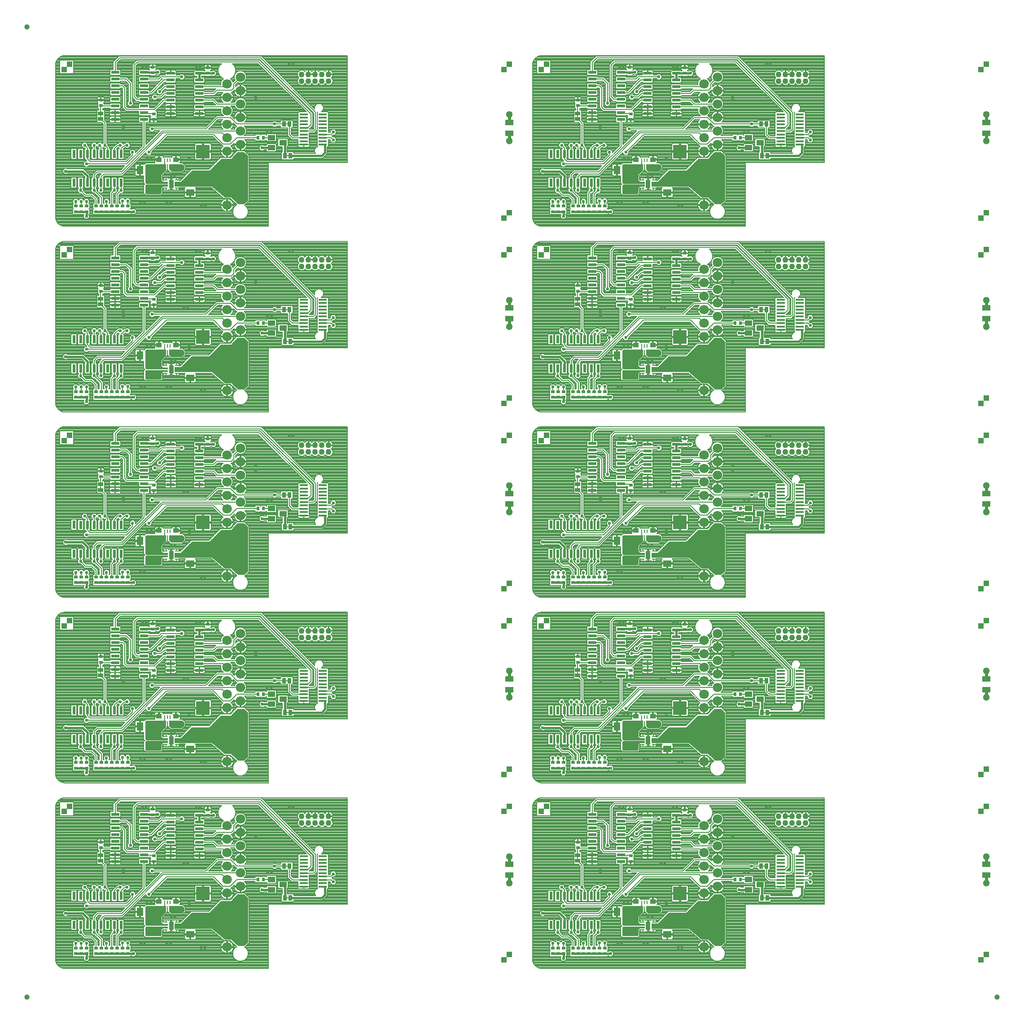
<source format=gbr>
*
%FSLAX26Y26*%
%MOIN*%
%ADD10C,0.043310*%
%ADD11R,0.062990X0.015750*%
%ADD12R,0.061020X0.023620*%
%ADD13R,0.019690X0.009840*%
%ADD14R,0.035430X0.062990*%
%ADD15R,0.023620X0.061020*%
%ADD16C,0.070870*%
%ADD17R,0.055120X0.039370*%
%ADD18R,0.028000X0.024000*%
%ADD19R,0.039370X0.031500*%
%ADD20R,0.024000X0.028000*%
%ADD21R,0.106300X0.039370*%
%ADD22R,0.051180X0.062990*%
%ADD23R,0.062990X0.051180*%
%ADD24R,0.098430X0.100390*%
%ADD25R,0.011020X0.029530*%
%ADD26R,0.039370X0.035430*%
%ADD27R,0.031500X0.039370*%
%ADD28R,0.059060X0.039370*%
%ADD29R,0.039370X0.039370*%
%ADD30C,0.007870*%
%ADD31C,0.023620*%
%ADD32C,0.001970*%
%ADD33C,0.005910*%
%ADD34C,0.016000*%
%ADD35C,0.051180*%
%ADD36C,0.024000*%
%ADD37C,0.010000*%
%ADD38C,0.039370*%
%IPPOS*%
%LNtop.gbr*%
%LPD*%
G75*
G54D10*
X02236621Y01539171D03*
Y01489171D03*
X02286621Y01539171D03*
Y01489171D03*
X02336621Y01539171D03*
Y01489171D03*
X02386621Y01539171D03*
Y01489171D03*
X02436621Y01539171D03*
Y01489171D03*
G54D11*
X02251971Y01017421D03*
X02393701D03*
X02251971Y01042421D03*
X02393701D03*
X02251971Y01067421D03*
X02393701D03*
X02251971Y01092421D03*
X02393701D03*
X02251971Y01117421D03*
X02393701D03*
X02251971Y01142421D03*
X02393701D03*
X02251971Y01167421D03*
X02393701D03*
X02251971Y01192421D03*
X02393701D03*
X02251971Y01217421D03*
X02393701D03*
X02251971Y01242421D03*
X02393701D03*
G54D12*
X00851441Y01552951D03*
Y01502951D03*
Y01452951D03*
Y01402951D03*
Y01352951D03*
Y01302951D03*
Y01252951D03*
Y01202951D03*
X01065891D03*
Y01252951D03*
Y01302951D03*
Y01352951D03*
Y01402951D03*
Y01452951D03*
Y01502951D03*
X01066931Y01552951D03*
X01263781Y01546251D03*
Y01496251D03*
Y01446251D03*
Y01396251D03*
Y01346251D03*
Y01296251D03*
Y01246251D03*
X01476381D03*
Y01296251D03*
Y01346251D03*
Y01396251D03*
Y01446251D03*
Y01496251D03*
Y01546251D03*
G54D13*
X01305121Y00753931D03*
Y00734251D03*
X01230321Y00753931D03*
Y00694881D03*
X01305121D03*
X01230321Y00714561D03*
X01305121D03*
X01230321Y00734251D03*
G54D14*
X01267721Y00724401D03*
G54D15*
X00545481Y00733331D03*
X00595481D03*
X00645481D03*
X00695481D03*
X00745481D03*
X00795481D03*
X00845481D03*
X00895481D03*
Y00947771D03*
X00845481D03*
X00795481D03*
X00745481D03*
X00695481D03*
X00645481D03*
X00595481D03*
X00545481Y00948811D03*
G54D16*
X01782291Y01518301D03*
X01682291Y01468301D03*
X01782291Y01418301D03*
X01682291Y01368301D03*
X01782291Y01318301D03*
X01682291Y01268301D03*
X01782291Y01218301D03*
X01682291Y01168301D03*
X01782291Y01118301D03*
X01682291Y01068301D03*
X01782291Y01018301D03*
X01682291Y00968301D03*
X01782291Y00918301D03*
X01682291Y00868301D03*
X01782291Y00818301D03*
X01682291Y00768301D03*
X01782291Y00718301D03*
X01682291Y00668301D03*
X01782291Y00618301D03*
X01682291Y00568301D03*
G54D17*
X02098431Y01031491D03*
X02011811Y00994091D03*
Y01068891D03*
G54D18*
X00745081Y01347241D03*
Y01306291D03*
X01137801Y01203931D03*
Y01244881D03*
X00637801Y00559841D03*
Y00518891D03*
X00559061Y00559841D03*
Y00518891D03*
X00598431Y00559841D03*
Y00518891D03*
X00905521Y00559841D03*
Y00518891D03*
X00748041Y00559841D03*
Y00518891D03*
X00826781Y00559841D03*
Y00518891D03*
X00866151Y00559841D03*
Y00518891D03*
X01129931Y01550391D03*
Y01591331D03*
X01539371Y01546451D03*
Y01587401D03*
X00944891Y00559841D03*
Y00518891D03*
X00787411Y00559841D03*
Y00518891D03*
X00708671Y00559841D03*
Y00518891D03*
G54D19*
X00744101Y01207721D03*
Y01248971D03*
G54D20*
X01953551Y01068891D03*
X01912601D03*
G54D21*
X01133861Y00767711D03*
Y00681101D03*
G54D22*
X01114181Y00828741D03*
X01035441D03*
G54D23*
X01409451Y00740151D03*
Y00661411D03*
G54D24*
X01503941Y00766731D03*
Y00965551D03*
G54D25*
X01240161Y00899601D03*
X01259851D03*
X01220481D03*
X01240161Y00856291D03*
X01259851D03*
X01220481D03*
G54D26*
X01303151Y00842511D03*
Y00905511D03*
X01177171Y00842511D03*
Y00905511D03*
G54D27*
X02111271Y00933071D03*
X02152521D03*
X02146611Y01169291D03*
X02105361D03*
G54D28*
X03779531Y01181101D03*
Y01102361D03*
G54D29*
X00511811Y01614171D03*
X00472441Y01574801D03*
X03779531Y01614171D03*
X03740161Y01574801D03*
X03779531Y00511811D03*
X03740161Y00472441D03*
G54D30*
X01713061Y01132271D02*
X01718321Y01137521D01*
X01722691Y01143541D01*
X01726071Y01150171D01*
X01728371Y01157241D01*
X01729501Y01164361D01*
X01686221D01*
Y01172241D01*
X01729501D01*
X01728751Y01176961D01*
X01742131Y01163581D01*
X01750201Y01155511D01*
X01755461D01*
X01743901Y01143951D01*
X01738991Y01132081D01*
X01712811D01*
X01713061Y01132271D01*
X01615951Y01202751D02*
X01649921D01*
X01646251Y01199081D01*
X01641881Y01193061D01*
X01638501Y01186441D01*
X01636211Y01179361D01*
X01635081Y01172241D01*
X01678351D01*
Y01164361D01*
X01635081D01*
X01636211Y01157241D01*
X01638501Y01150171D01*
X01641881Y01143541D01*
X01646251Y01137521D01*
X01651511Y01132271D01*
X01651761Y01132081D01*
X01545281D01*
X01615951Y01202751D01*
X01771221Y01372221D02*
X01778351Y01371091D01*
Y01414361D01*
X01786221D01*
Y01371091D01*
X01793351Y01372221D01*
X01800421Y01374521D01*
X01807051Y01377901D01*
X01813061Y01382271D01*
X01818321Y01387521D01*
X01822691Y01393541D01*
X01826071Y01400171D01*
X01828371Y01407241D01*
X01829501Y01414361D01*
X01786221D01*
Y01422241D01*
X01829501D01*
X01828371Y01429361D01*
X01826071Y01436441D01*
X01822691Y01443061D01*
X01818321Y01449081D01*
X01813061Y01454341D01*
X01807051Y01458711D01*
X01800421Y01462081D01*
X01793351Y01464381D01*
X01786221Y01465511D01*
Y01422241D01*
X01778351D01*
Y01465511D01*
X01771221Y01464381D01*
X01764151Y01462081D01*
X01757531Y01458711D01*
X01751511Y01454341D01*
X01746251Y01449081D01*
X01746071Y01448821D01*
Y01462591D01*
X01761411Y01477941D01*
X01773281Y01473031D01*
X01791291D01*
X01807931Y01479921D01*
X01820671Y01492661D01*
X01827561Y01509301D01*
Y01527311D01*
X01820671Y01543951D01*
X01807931Y01556681D01*
X01791291Y01563581D01*
X01773281D01*
X01756641Y01556681D01*
X01743901Y01543951D01*
X01737011Y01527311D01*
Y01509301D01*
X01741931Y01497431D01*
X01726581Y01482081D01*
X01725881Y01481381D01*
X01720671Y01493951D01*
X01707931Y01506681D01*
X01707511Y01506861D01*
X01719081Y01511661D01*
X01737361Y01529931D01*
X01747251Y01553811D01*
Y01579651D01*
X01737361Y01603521D01*
X01722781Y01618111D01*
X01913591D01*
X02271561Y01260131D01*
X02216401D01*
X02210631Y01254371D01*
Y01230471D01*
X02211181Y01229921D01*
X02210631Y01229371D01*
Y01205471D01*
X02211181Y01204921D01*
X02210631Y01204371D01*
Y01180471D01*
X02211181Y01179921D01*
X02210631Y01179371D01*
Y01155471D01*
X02211181Y01154921D01*
X02210631Y01154371D01*
Y01130471D01*
X02211181Y01129921D01*
X02210631Y01129371D01*
Y01105471D01*
X02211181Y01104921D01*
X02210631Y01104371D01*
Y01081201D01*
X02174511D01*
X02160391Y01095311D01*
Y01139761D01*
X02166441D01*
X02172201Y01145521D01*
Y01193051D01*
X02166441Y01198811D01*
X02126791D01*
X02125991Y01198011D01*
X02125191Y01198811D01*
X02085541D01*
X02079771Y01193051D01*
Y01183071D01*
X02052281D01*
X02044411Y01190941D01*
X02026471D01*
X02018591Y01183071D01*
X01813861D01*
X01818321Y01187521D01*
X01822691Y01193541D01*
X01826071Y01200171D01*
X01828371Y01207241D01*
X01829501Y01214361D01*
X01786221D01*
Y01222241D01*
X01829501D01*
X01828371Y01229361D01*
X01826071Y01236441D01*
X01822691Y01243061D01*
X01818321Y01249081D01*
X01813061Y01254341D01*
X01807051Y01258711D01*
X01800421Y01262081D01*
X01793351Y01264381D01*
X01786221Y01265511D01*
Y01222241D01*
X01778351D01*
Y01265511D01*
X01771221Y01264381D01*
X01764151Y01262081D01*
X01757531Y01258711D01*
X01751511Y01254341D01*
X01746251Y01249081D01*
X01741881Y01243061D01*
X01738501Y01236441D01*
X01736211Y01229361D01*
X01735081Y01222241D01*
X01778351D01*
Y01214361D01*
X01735081D01*
X01735971Y01208711D01*
X01714371Y01230311D01*
X01708321D01*
X01720671Y01242661D01*
X01727561Y01259301D01*
Y01277311D01*
X01720671Y01293951D01*
X01710101Y01304521D01*
X01738991D01*
X01743901Y01292661D01*
X01756641Y01279921D01*
X01773281Y01273031D01*
X01791291D01*
X01807931Y01279921D01*
X01820671Y01292661D01*
X01827561Y01309301D01*
Y01327311D01*
X01820671Y01343951D01*
X01807931Y01356681D01*
X01791291Y01363581D01*
X01773281D01*
X01756641Y01356681D01*
X01743901Y01343951D01*
X01738991Y01332081D01*
X01712811D01*
X01713061Y01332271D01*
X01718321Y01337521D01*
X01722691Y01343541D01*
X01726071Y01350171D01*
X01728371Y01357241D01*
X01729501Y01364361D01*
X01686221D01*
Y01372241D01*
X01729501D01*
X01728371Y01379361D01*
X01726071Y01386441D01*
X01722691Y01393061D01*
X01718321Y01399081D01*
X01713061Y01404341D01*
X01711461Y01405511D01*
X01720281D01*
X01728351Y01413581D01*
X01737011Y01422241D01*
X01778351D01*
Y01414361D01*
X01735081D01*
X01736211Y01407241D01*
X01738501Y01400171D01*
X01741881Y01393541D01*
X01746251Y01387521D01*
X01751511Y01382271D01*
X01757531Y01377901D01*
X01764151Y01374521D01*
X01771221Y01372221D01*
X02303151Y01537201D02*
X02288591D01*
Y01541141D01*
X02334651D01*
Y01537201D01*
X02303151D01*
X01990501Y00885821D02*
X01988191Y00883521D01*
Y00409441D01*
X00476381D01*
X00465911Y00410271D01*
D03*
X00446001Y00416741D01*
X00429061Y00429051D01*
X00416751Y00445991D01*
X00410281Y00465901D01*
X00409451Y00476371D01*
Y01610231D01*
X00410281Y01620701D01*
X00416751Y01640621D01*
X00429061Y01657561D01*
X00446001Y01669871D01*
X00465911Y01676341D01*
X00476381Y01677161D01*
X02574811D01*
Y00885821D01*
X01990501D01*
X01124021Y00951661D02*
Y00962791D01*
X01238191Y01076961D01*
X01576971D01*
X01648041Y01005901D01*
X01653661D01*
X01651511Y01004341D01*
X01646251Y00999081D01*
X01641881Y00993061D01*
X01638501Y00986441D01*
X01636211Y00979361D01*
X01635081Y00972241D01*
X01678351D01*
Y00964361D01*
X01635081D01*
X01636211Y00957241D01*
X01638501Y00950171D01*
X01641881Y00943541D01*
X01646251Y00937521D01*
X01651511Y00932271D01*
X01657531Y00927901D01*
X01664151Y00924521D01*
X01671221Y00922221D01*
X01678351Y00921091D01*
Y00964361D01*
X01686221D01*
Y00921091D01*
X01693351Y00922221D01*
X01700421Y00924521D01*
X01707051Y00927901D01*
X01713061Y00932271D01*
X01718321Y00937521D01*
X01722691Y00943541D01*
X01726071Y00950171D01*
X01728371Y00957241D01*
X01729501Y00964361D01*
X01686221D01*
Y00972241D01*
X01729501D01*
X01728371Y00979361D01*
X01726071Y00986441D01*
X01722691Y00993061D01*
X01718321Y00999081D01*
X01713061Y01004341D01*
X01710911Y01005901D01*
X01713391D01*
X01721461Y01013971D01*
X01736081Y01028601D01*
X01735081Y01022241D01*
X01778351D01*
Y01014361D01*
X01735081D01*
X01736211Y01007241D01*
X01738501Y01000171D01*
X01741881Y00993541D01*
X01746251Y00987521D01*
X01751511Y00982271D01*
X01757531Y00977901D01*
X01764151Y00974521D01*
X01771221Y00972221D01*
X01778351Y00971091D01*
Y01014361D01*
X01786221D01*
Y00971091D01*
X01793351Y00972221D01*
X01800421Y00974521D01*
X01807051Y00977901D01*
X01813061Y00982271D01*
X01818321Y00987521D01*
X01822691Y00993541D01*
X01826071Y01000171D01*
X01828371Y01007241D01*
X01829501Y01014361D01*
X01786221D01*
Y01022241D01*
X01829501D01*
X01828371Y01029361D01*
X01826071Y01036441D01*
X01822691Y01043061D01*
X01818321Y01049081D01*
X01813061Y01054341D01*
X01812001Y01055111D01*
X01890761D01*
Y01050821D01*
X01896531Y01045051D01*
X01928681D01*
X01933071Y01049451D01*
X01937471Y01045051D01*
X01969621D01*
X01974411Y01049841D01*
Y01045131D01*
X01980181Y01039361D01*
X02043451D01*
X02049221Y01045131D01*
Y01092651D01*
X02043451Y01098421D01*
X01980181D01*
X01974411Y01092651D01*
Y01087951D01*
X01969621Y01092731D01*
X01937471D01*
X01933071Y01088341D01*
X01928681Y01092731D01*
X01896531D01*
X01890761Y01086971D01*
Y01082671D01*
X01810691D01*
X01820671Y01092661D01*
X01827561Y01109301D01*
Y01127311D01*
X01820671Y01143951D01*
X01809111Y01155511D01*
X02018591D01*
X02026471Y01147631D01*
X02044411D01*
X02052281Y01155511D01*
X02079771D01*
Y01145521D01*
X02085541Y01139761D01*
X02125191D01*
X02125991Y01140561D01*
X02126791Y01139761D01*
X02132831D01*
Y01083901D01*
X02163101Y01053641D01*
X02210631D01*
Y01031861D01*
X02209471Y01029851D01*
X02208671Y01026851D01*
Y01017421D01*
X02251971D01*
D03*
X02208671D01*
Y01007991D01*
X02209471Y01004981D01*
X02211031Y01002291D01*
X02213221Y01000091D01*
X02215921Y00998541D01*
X02218921Y00997731D01*
X02251971D01*
Y01017411D01*
D03*
Y00997731D01*
X02285021D01*
X02288031Y00998541D01*
X02290721Y01000091D01*
X02292921Y01002291D01*
X02294471Y01004981D01*
X02295281Y01007991D01*
Y01017421D01*
X02251971D01*
D03*
X02295281D01*
Y01026851D01*
X02294471Y01029851D01*
X02293311Y01031861D01*
Y01054371D01*
X02292761Y01054921D01*
X02293311Y01055471D01*
Y01079371D01*
X02292761Y01079921D01*
X02293311Y01080471D01*
Y01103641D01*
X02331791D01*
X02344291Y01116141D01*
X02352371Y01124211D01*
Y01258671D01*
X02355411Y01257411D01*
X02352371Y01254371D01*
Y01230471D01*
X02352921Y01229921D01*
X02352371Y01229371D01*
Y01205471D01*
X02352921Y01204921D01*
X02352371Y01204371D01*
Y01180471D01*
X02352921Y01179921D01*
X02352371Y01179371D01*
Y01155471D01*
X02352921Y01154921D01*
X02352371Y01154371D01*
Y01130471D01*
X02352921Y01129921D01*
X02352371Y01129371D01*
Y01105471D01*
X02352921Y01104921D01*
X02352371Y01104371D01*
Y01080471D01*
X02352921Y01079921D01*
X02352371Y01079371D01*
Y01055471D01*
X02352921Y01054921D01*
X02352371Y01054371D01*
Y01030471D01*
X02352921Y01029921D01*
X02352371Y01029371D01*
Y01005471D01*
X02355411Y01002421D01*
X02347301Y00999061D01*
X02337941Y00989711D01*
X02332881Y00977481D01*
Y00964241D01*
X02337941Y00952021D01*
X02339051Y00950911D01*
X02178111D01*
Y00956831D01*
X02172341Y00962591D01*
X02132691D01*
X02131891Y00961791D01*
X02131091Y00962591D01*
X02129111D01*
Y01001961D01*
X02130061D01*
X02135831Y01007731D01*
Y01055251D01*
X02130061Y01061021D01*
X02066791D01*
X02061031Y01055251D01*
Y01007731D01*
X02066791Y01001961D01*
X02093431D01*
Y00962591D01*
X02091441D01*
X02085681Y00956831D01*
Y00909301D01*
X02091441Y00903541D01*
X02131091D01*
X02131891Y00904341D01*
X02132691Y00903541D01*
X02172341D01*
X02178111Y00909301D01*
Y00915221D01*
X02393221D01*
X02416841Y00938851D01*
X02427301Y00949301D01*
Y00999701D01*
X02429281D01*
X02435041Y01005471D01*
Y01029371D01*
X02434491Y01029921D01*
X02435041Y01030471D01*
Y01053641D01*
X02450501D01*
X02450791Y01053341D01*
Y01042211D01*
X02463481Y01029521D01*
X02481411D01*
X02494101Y01042211D01*
Y01060151D01*
X02481411Y01072831D01*
X02470281D01*
X02462401Y01080701D01*
X02470281Y01088581D01*
X02481411D01*
X02494101Y01101261D01*
Y01119201D01*
X02481411Y01131881D01*
X02463481D01*
X02450791Y01119201D01*
Y01108061D01*
X02448921Y01106201D01*
X02435041D01*
Y01129371D01*
X02434491Y01129921D01*
X02435041Y01130471D01*
Y01154371D01*
X02434491Y01154921D01*
X02435041Y01155471D01*
Y01179371D01*
X02434491Y01179921D01*
X02435041Y01180471D01*
Y01204371D01*
X02434491Y01204921D01*
X02435041Y01205471D01*
Y01229371D01*
X02434491Y01229921D01*
X02435041Y01230471D01*
Y01254371D01*
X02429281Y01260131D01*
X02383461D01*
X02384991Y01260771D01*
X02394351Y01270131D01*
X02399411Y01282351D01*
Y01295591D01*
X02394351Y01307821D01*
X02384991Y01317171D01*
X02372761Y01322241D01*
X02359531D01*
X02347301Y01317171D01*
X02337941Y01307821D01*
X02332881Y01295591D01*
Y01282351D01*
X02333771Y01280211D01*
X01938781Y01675191D01*
X00880121D01*
X00872051Y01667121D01*
X00837671Y01632731D01*
Y01574601D01*
X00816861D01*
X00811091Y01568841D01*
Y01537061D01*
X00816861Y01531291D01*
X00886031D01*
X00891801Y01537061D01*
Y01568841D01*
X00886031Y01574601D01*
X00865221D01*
Y01621321D01*
X00891541Y01647631D01*
X01927371D01*
X02324811Y01250191D01*
Y01135621D01*
X02320381Y01131201D01*
X02293311D01*
Y01132081D01*
X02312801Y01151571D01*
X02320871Y01159641D01*
Y01249801D01*
X01925001Y01645661D01*
X01012011D01*
X01003941Y01637591D01*
X00978351Y01612001D01*
Y01368301D01*
X00986421Y01360231D01*
X01007481Y01339171D01*
X01025531D01*
Y01337061D01*
X01031301Y01331291D01*
X01100471D01*
X01106241Y01337061D01*
Y01368841D01*
X01100471Y01374601D01*
X01031301D01*
X01025531Y01368841D01*
Y01366731D01*
X01018901D01*
X01005911Y01379721D01*
Y01600591D01*
X01023431Y01618111D01*
X01641801D01*
X01627221Y01603521D01*
X01617331Y01579651D01*
Y01553811D01*
X01627221Y01529931D01*
X01645491Y01511661D01*
X01657071Y01506861D01*
X01656641Y01506681D01*
X01643901Y01493951D01*
X01637011Y01477311D01*
Y01460031D01*
X01516741D01*
Y01462141D01*
X01510971Y01467911D01*
X01441791D01*
X01436031Y01462141D01*
Y01430371D01*
X01441791Y01424601D01*
X01510971D01*
X01516741Y01430371D01*
Y01432481D01*
X01600001D01*
X01577561Y01410031D01*
X01516741D01*
Y01412141D01*
X01510971Y01417911D01*
X01441791D01*
X01436031Y01412141D01*
Y01380371D01*
X01441791Y01374601D01*
X01510971D01*
X01516741Y01380371D01*
Y01382481D01*
X01588981D01*
X01612011Y01405511D01*
X01653121D01*
X01651511Y01404341D01*
X01646251Y01399081D01*
X01641881Y01393061D01*
X01638501Y01386441D01*
X01636211Y01379361D01*
X01635081Y01372241D01*
X01678351D01*
Y01364361D01*
X01635081D01*
X01636211Y01357241D01*
X01638501Y01350171D01*
X01641881Y01343541D01*
X01646251Y01337521D01*
X01651511Y01332271D01*
X01651761Y01332081D01*
X01616541D01*
X01596661Y01351961D01*
X01588591Y01360031D01*
X01516741D01*
Y01362141D01*
X01510971Y01367911D01*
X01441791D01*
X01436031Y01362141D01*
Y01330371D01*
X01441791Y01324601D01*
X01510971D01*
X01516741Y01330371D01*
Y01332481D01*
X01577171D01*
X01599611Y01310031D01*
X01516741D01*
Y01312141D01*
X01510971Y01317911D01*
X01441791D01*
X01436031Y01312141D01*
Y01280371D01*
X01441791Y01274601D01*
X01510971D01*
X01516741Y01280371D01*
Y01282481D01*
X01639151D01*
X01637011Y01277311D01*
Y01259301D01*
X01643901Y01242661D01*
X01656251Y01230311D01*
X01604531D01*
X01521861Y01147631D01*
X01142831D01*
X01134961Y01155511D01*
X01117021D01*
X01104331Y01142821D01*
Y01124881D01*
X01117021Y01112201D01*
X01134961D01*
X01142831Y01120071D01*
X01183471D01*
X01079671Y01016271D01*
Y01181291D01*
X01100471D01*
X01106241Y01187061D01*
Y01218841D01*
X01100471Y01224601D01*
X01031301D01*
X01025531Y01218841D01*
Y01187061D01*
X01031301Y01181291D01*
X01052111D01*
Y01008201D01*
X01001971Y00958061D01*
Y00969591D01*
X00989291Y00982281D01*
X00971351D01*
X00958671Y00969591D01*
Y00951661D01*
X00966541Y00943781D01*
Y00942121D01*
X00927961Y00903541D01*
X00671071D01*
X00664281Y00910331D01*
X00667131Y00913181D01*
Y00982361D01*
X00661361Y00988121D01*
X00659261D01*
Y00998031D01*
X00647641Y01009641D01*
Y01020781D01*
X00634961Y01033461D01*
X00617021D01*
X00604331Y01020781D01*
Y01002841D01*
X00617021Y00990151D01*
X00628151D01*
X00630191Y00988121D01*
X00629591D01*
X00623821Y00982361D01*
Y00913181D01*
X00629591Y00907411D01*
X00631701D01*
Y00903931D01*
X00639971Y00895661D01*
X00628831D01*
X00616151Y00882981D01*
Y00865041D01*
X00628831Y00852361D01*
X00646771D01*
X00654641Y00860231D01*
X00923631D01*
X00892131Y00828731D01*
X00714771D01*
X00681701Y00795661D01*
Y00773681D01*
X00679591D01*
X00673821Y00767911D01*
Y00698741D01*
X00679591Y00692971D01*
X00680271D01*
X00673821Y00686521D01*
Y00668581D01*
X00686511Y00655901D01*
X00697641D01*
X00734261Y00619291D01*
Y00581681D01*
X00729961D01*
X00728351Y00580071D01*
X00726741Y00581681D01*
X00722441D01*
Y00615941D01*
X00690951Y00647431D01*
X00682881Y00655511D01*
X00635631D01*
X00616151Y00674991D01*
Y00686131D01*
X00609301Y00692971D01*
X00611361D01*
X00617131Y00698741D01*
Y00767911D01*
X00611361Y00773681D01*
X00579591D01*
X00573821Y00767911D01*
Y00698741D01*
X00579591Y00692971D01*
X00579681D01*
X00572841Y00686131D01*
Y00668191D01*
X00585521Y00655511D01*
X00596661D01*
X00616151Y00636021D01*
X00624221Y00627951D01*
X00671461D01*
X00694891Y00604521D01*
Y00581681D01*
X00690591D01*
X00684821Y00575911D01*
Y00543761D01*
X00689221Y00539361D01*
X00684821Y00534971D01*
Y00502821D01*
X00690591Y00497051D01*
X00726741D01*
X00728351Y00498661D01*
X00729961Y00497051D01*
X00766111D01*
X00767721Y00498661D01*
X00769331Y00497051D01*
X00805481D01*
X00807091Y00498661D01*
X00808701Y00497051D01*
X00844851D01*
X00846461Y00498661D01*
X00848071Y00497051D01*
X00884221D01*
X00885831Y00498661D01*
X00887441Y00497051D01*
X00923591D01*
X00925201Y00498661D01*
X00926811Y00497051D01*
X00962961D01*
X00966961Y00501051D01*
X00975221D01*
X00979221Y00497041D01*
X00997161D01*
X01009851Y00509731D01*
Y00527661D01*
X00997161Y00540351D01*
X00979221D01*
X00975611Y00536731D01*
X00966961D01*
X00964331Y00539361D01*
X00968731Y00543761D01*
Y00575911D01*
X00962961Y00581681D01*
X00958771D01*
X00966541Y00589451D01*
Y00607391D01*
X00953851Y00620071D01*
X00935921D01*
X00925201Y00609361D01*
X00914481Y00620071D01*
X00896551D01*
X00883861Y00607391D01*
Y00589451D01*
X00891631Y00581681D01*
X00887441D01*
X00885831Y00580071D01*
X00884221Y00581681D01*
X00879921D01*
Y00641921D01*
X00893511Y00655511D01*
X00904641D01*
X00917331Y00668191D01*
Y00686131D01*
X00910481Y00692971D01*
X00911361D01*
X00917131Y00698741D01*
Y00767911D01*
X00911361Y00773681D01*
X00879591D01*
X00873821Y00767911D01*
Y00698741D01*
X00879591Y00692971D01*
X00880861D01*
X00874021Y00686131D01*
Y00674991D01*
X00852371Y00653341D01*
Y00581681D01*
X00848071D01*
X00846461Y00580071D01*
X00844851Y00581681D01*
X00840551D01*
Y00652751D01*
X00843311Y00655511D01*
X00854451D01*
X00867131Y00668191D01*
Y00686131D01*
X00860291Y00692971D01*
X00861361D01*
X00867131Y00698741D01*
Y00767911D01*
X00861361Y00773681D01*
X00829591D01*
X00823821Y00767911D01*
Y00698741D01*
X00829591Y00692971D01*
X00830661D01*
X00823821Y00686131D01*
Y00674991D01*
X00813001Y00664171D01*
Y00581681D01*
X00808701D01*
X00807091Y00580071D01*
X00805481Y00581681D01*
X00805221D01*
X00809061Y00585511D01*
Y00603451D01*
X00796371Y00616141D01*
X00778441D01*
X00765751Y00603451D01*
Y00585511D01*
X00769591Y00581681D01*
X00769331D01*
X00767721Y00580071D01*
X00766111Y00581681D01*
X00761811D01*
Y00630701D01*
X00717131Y00675391D01*
Y00686521D01*
X00710681Y00692971D01*
X00711361D01*
X00717131Y00698741D01*
Y00767911D01*
X00711361Y00773681D01*
X00709261D01*
Y00784251D01*
X00726181Y00801181D01*
X00750201D01*
X00731701Y00782671D01*
Y00773681D01*
X00729591D01*
X00723821Y00767911D01*
Y00698741D01*
X00729591Y00692971D01*
X00730071D01*
X00723821Y00686721D01*
Y00668781D01*
X00736511Y00656101D01*
X00754451D01*
X00767131Y00668781D01*
Y00686721D01*
X00760881Y00692971D01*
X00761361D01*
X00767131Y00698741D01*
Y00767911D01*
X00761521Y00773521D01*
X00773431Y00785431D01*
X00907291D01*
X01080711Y00958851D01*
Y00951661D01*
X01093401Y00938971D01*
X01111341D01*
X01124021Y00951661D01*
X00493221Y00840551D02*
X00475291D01*
X00462601Y00827861D01*
Y00809921D01*
X00475291Y00797241D01*
X00493221D01*
X00497041Y00801051D01*
X00602851D01*
X00627631Y00776271D01*
Y00771731D01*
X00623821Y00767911D01*
Y00698741D01*
X00629591Y00692971D01*
X00661361D01*
X00667131Y00698741D01*
Y00767911D01*
X00663321Y00771731D01*
Y00791051D01*
X00617631Y00836731D01*
X00497041D01*
X00493221Y00840551D01*
X01513561Y01589461D02*
X01537311D01*
Y01585331D01*
X01513561D01*
Y01573841D01*
X01514371Y01570841D01*
X01515921Y01568141D01*
X01518121Y01565951D01*
X01518651Y01565641D01*
X01517301Y01564291D01*
X01514581D01*
X01510971Y01567911D01*
X01441791D01*
X01436031Y01562141D01*
Y01530371D01*
X01441791Y01524601D01*
X01457751D01*
Y01517911D01*
X01441791D01*
X01436031Y01512141D01*
Y01480371D01*
X01441791Y01474601D01*
X01510971D01*
X01516741Y01480371D01*
Y01512141D01*
X01510971Y01517911D01*
X01493441D01*
Y01524601D01*
X01510971D01*
X01514981Y01528611D01*
X01517301D01*
X01521301Y01524611D01*
X01557451D01*
X01561451Y01528611D01*
X01569111D01*
X01572921Y01524801D01*
X01590861D01*
X01603551Y01537481D01*
Y01555421D01*
X01590861Y01568101D01*
X01572921D01*
X01569111Y01564291D01*
X01561451D01*
X01560101Y01565641D01*
X01560631Y01565951D01*
X01562821Y01568141D01*
X01564381Y01570841D01*
X01565181Y01573841D01*
Y01585331D01*
X01541441D01*
Y01589461D01*
X01565181D01*
Y01600951D01*
X01564381Y01603961D01*
X01562821Y01606651D01*
X01560631Y01608851D01*
X01557931Y01610401D01*
X01554931Y01611211D01*
X01541441D01*
Y01589461D01*
X01537311D01*
Y01611211D01*
X01523821D01*
X01520811Y01610401D01*
X01518121Y01608851D01*
X01515921Y01606651D01*
X01514371Y01603961D01*
X01513561Y01600951D01*
Y01589461D01*
X01104111Y01593401D02*
X01127861D01*
Y01589271D01*
X01104111D01*
Y01577781D01*
X01104921Y01574771D01*
X01106421Y01572171D01*
X01103951D01*
X01101521Y01574601D01*
X01032341D01*
X01026581Y01568841D01*
Y01537061D01*
X01032341Y01531291D01*
X01101521D01*
X01106081Y01535861D01*
Y01534311D01*
X01111851Y01528551D01*
X01148001D01*
X01153771Y01534311D01*
Y01536481D01*
X01155731D01*
X01159541Y01532671D01*
X01177481D01*
X01190161Y01545361D01*
Y01563291D01*
X01177481Y01575981D01*
X01159541D01*
X01155731Y01572171D01*
X01153431D01*
X01154931Y01574771D01*
X01155741Y01577781D01*
Y01589271D01*
X01131991D01*
Y01593401D01*
X01155741D01*
Y01604891D01*
X01154931Y01607891D01*
X01153381Y01610591D01*
X01151181Y01612781D01*
X01148481Y01614341D01*
X01145481Y01615141D01*
X01131991D01*
Y01593401D01*
X01127861D01*
Y01615141D01*
X01114371D01*
X01111371Y01614341D01*
X01108671Y01612781D01*
X01106471Y01610591D01*
X01104921Y01607891D01*
X01104111Y01604891D01*
Y01593401D01*
X01076231Y00640741D02*
X01191501D01*
X01197841Y00647091D01*
X01203741Y00652991D01*
Y00692361D01*
X01208671Y00697281D01*
Y00694881D01*
X01230321D01*
D03*
X01208671D01*
Y00688401D01*
X01209471Y00685401D01*
X01211031Y00682701D01*
X01213221Y00680501D01*
X01215921Y00678951D01*
X01218921Y00678141D01*
X01230321D01*
Y00694881D01*
D03*
Y00678141D01*
X01241721D01*
X01244721Y00678951D01*
X01247411Y00680501D01*
X01248101Y00681191D01*
X01248451Y00681101D01*
X01263781D01*
Y00720471D01*
X01271661D01*
Y00681101D01*
X01286991D01*
X01287341Y00681191D01*
X01288031Y00680501D01*
X01290721Y00678951D01*
X01293721Y00678141D01*
X01305121D01*
Y00694881D01*
D03*
Y00678141D01*
X01316521D01*
X01319521Y00678951D01*
X01322221Y00680501D01*
X01324421Y00682701D01*
X01325971Y00685401D01*
X01326781Y00688401D01*
Y00694881D01*
X01305121D01*
D03*
X01326781D01*
Y00696851D01*
X01371381D01*
X01370701Y00696451D01*
X01368511Y00694251D01*
X01366951Y00691561D01*
X01366151Y00688561D01*
Y00665351D01*
X01405521D01*
Y00657481D01*
X01366151D01*
Y00634271D01*
X01366951Y00631261D01*
X01368511Y00628571D01*
X01370701Y00626371D01*
X01373401Y00624821D01*
X01376401Y00624011D01*
X01405521D01*
Y00657471D01*
X01413391D01*
Y00624011D01*
X01442501D01*
X01445511Y00624821D01*
X01448201Y00626371D01*
X01450401Y00628571D01*
X01451951Y00631261D01*
X01452761Y00634271D01*
Y00657481D01*
X01413391D01*
Y00665351D01*
X01452761D01*
Y00688561D01*
X01451951Y00691561D01*
X01450401Y00694251D01*
X01448201Y00696451D01*
X01447521Y00696851D01*
X01566841D01*
X01657001Y00619031D01*
X01659891Y00616141D01*
X01660351D01*
X01660691Y00615841D01*
X01664771Y00616141D01*
X01707381D01*
X01756281Y00570931D01*
X01756301Y00570901D01*
X01749951Y00568271D01*
X01733891Y00552211D01*
X01725201Y00531231D01*
Y00508521D01*
X01733891Y00487541D01*
X01749951Y00471481D01*
X01770931Y00462791D01*
X01793641D01*
X01814621Y00471481D01*
X01830681Y00487541D01*
X01839371Y00508521D01*
Y00531231D01*
X01830681Y00552211D01*
X01814621Y00568271D01*
X01812731Y00569061D01*
X01814451Y00570791D01*
X01838651Y00591531D01*
X01839131D01*
X01842011Y00594411D01*
X01845101Y00597061D01*
X01845141Y00597531D01*
X01845481Y00597871D01*
Y00601941D01*
X01845791Y00606001D01*
X01845481Y00606361D01*
Y00928701D01*
X01845561Y00928781D01*
X01845481Y00933161D01*
Y00937551D01*
X01845391Y00937631D01*
Y00937751D01*
X01842231Y00940791D01*
X01839131Y00943891D01*
X01839021D01*
X01814671Y00967371D01*
X01811571Y00970471D01*
X01811461D01*
X01811381Y00970551D01*
X01806991Y00970471D01*
X01764141D01*
X01764001Y00970601D01*
X01759681Y00970471D01*
X01755361D01*
X01755231Y00970331D01*
X01755041D01*
X01752071Y00967181D01*
X01749021Y00964131D01*
Y00963931D01*
X01707921Y00920271D01*
X01633311D01*
X01626971Y00913931D01*
X01546701Y00833661D01*
X01416781D01*
X01410441Y00827311D01*
X01335091Y00751961D01*
X01326781D01*
Y00753931D01*
X01305121D01*
D03*
X01326781D01*
Y00760411D01*
X01325971Y00763411D01*
X01324421Y00766111D01*
X01322221Y00768301D01*
X01319521Y00769861D01*
X01316521Y00770661D01*
X01305121D01*
Y00753931D01*
D03*
Y00770661D01*
X01293721D01*
X01290721Y00769861D01*
X01288031Y00768301D01*
X01287341Y00767621D01*
X01286991Y00767711D01*
X01271661D01*
Y00728341D01*
X01263781D01*
Y00767711D01*
X01248451D01*
X01248101Y00767621D01*
X01247411Y00768301D01*
X01244721Y00769861D01*
X01241721Y00770661D01*
X01230321D01*
Y00753931D01*
D03*
Y00770661D01*
X01218921D01*
X01215921Y00769861D01*
X01213221Y00768301D01*
X01211031Y00766111D01*
X01209471Y00763411D01*
X01208671Y00760411D01*
Y00753931D01*
X01230321D01*
D03*
X01208671D01*
Y00751531D01*
X01203741Y00756451D01*
Y00788821D01*
X01237211Y00822281D01*
Y00829721D01*
X01240161D01*
Y00856291D01*
D03*
Y00829721D01*
X01243111D01*
Y00828191D01*
X01249461Y00821851D01*
X01263241Y00808071D01*
X01350941D01*
X01357291Y00814411D01*
X01373041Y00830161D01*
Y00862751D01*
X01366691Y00869091D01*
X01353901Y00881881D01*
X01333071D01*
X01333841Y00883231D01*
X01334651Y00886241D01*
Y00901571D01*
X01307091D01*
Y00909441D01*
X01334651D01*
Y00924781D01*
X01333841Y00927781D01*
X01332291Y00930481D01*
X01330091Y00932671D01*
X01327401Y00934231D01*
X01324391Y00935031D01*
X01307091D01*
Y00909441D01*
X01299221D01*
Y00935031D01*
X01281911D01*
X01278911Y00934231D01*
X01276221Y00932671D01*
X01274021Y00930481D01*
X01272461Y00927781D01*
X01271661Y00924781D01*
Y00921981D01*
X01269441Y00924211D01*
X01250261D01*
X01250001Y00923951D01*
X01249751Y00924211D01*
X01230571D01*
X01230321Y00923951D01*
X01230061Y00924211D01*
X01210891D01*
X01208671Y00921981D01*
Y00924781D01*
X01207861Y00927781D01*
X01206311Y00930481D01*
X01204111Y00932671D01*
X01201411Y00934231D01*
X01198411Y00935031D01*
X01181111D01*
Y00909441D01*
X01173231D01*
Y00935031D01*
X01155931D01*
X01152931Y00934231D01*
X01150231Y00932671D01*
X01148031Y00930481D01*
X01146481Y00927781D01*
X01145671Y00924781D01*
Y00909441D01*
X01173231D01*
Y00901571D01*
X01145671D01*
Y00886241D01*
X01146481Y00883231D01*
X01147261Y00881881D01*
X01079181D01*
X01072841Y00875541D01*
X01067451Y00870161D01*
X01065591Y00871241D01*
X01062581Y00872041D01*
X01039371D01*
Y00832671D01*
X01031501D01*
Y00872041D01*
X01008291D01*
X01005291Y00871241D01*
X01002591Y00869681D01*
X01000401Y00867481D01*
X00998841Y00864791D01*
X00998041Y00861791D01*
Y00832671D01*
X01031501D01*
Y00824801D01*
X00998041D01*
Y00795681D01*
X00998841Y00792681D01*
X01000401Y00789991D01*
X01002591Y00787791D01*
X01005291Y00786231D01*
X01008291Y00785431D01*
X01031501D01*
Y00824801D01*
X01039371D01*
Y00785431D01*
X01062581D01*
X01063981Y00785801D01*
Y00731731D01*
X01070321Y00725391D01*
X01071311Y00724401D01*
X01063981Y00717081D01*
Y00652991D01*
X01070321Y00646651D01*
X01076231Y00640741D01*
X00661641Y00543761D02*
Y00575911D01*
X00655881Y00581681D01*
X00655621D01*
X00659451Y00585511D01*
Y00603451D01*
X00646771Y00616141D01*
X00628831D01*
X00618111Y00605421D01*
X00607401Y00616141D01*
X00589461D01*
X00578741Y00605421D01*
X00568031Y00616141D01*
X00550091D01*
X00537411Y00603451D01*
Y00585511D01*
X00541241Y00581681D01*
X00540981D01*
X00535221Y00575911D01*
Y00543761D01*
X00539611Y00539361D01*
X00535221Y00534971D01*
Y00502821D01*
X00540981Y00497051D01*
X00577141D01*
X00578741Y00498661D01*
X00580351Y00497051D01*
X00616511D01*
X00618111Y00498661D01*
X00619721Y00497051D01*
X00619961D01*
Y00497031D01*
X00616151Y00493221D01*
Y00475281D01*
X00628831Y00462591D01*
X00646771D01*
X00659451Y00475281D01*
Y00493221D01*
X00655641Y00497031D01*
Y00497051D01*
X00655881D01*
X00661641Y00502821D01*
Y00534971D01*
X00657251Y00539361D01*
X00661641Y00543761D01*
X01980181Y00964561D02*
X02043451D01*
X02049221Y00970331D01*
Y01017851D01*
X02043451Y01023621D01*
X01980181D01*
X01974411Y01017851D01*
Y01011931D01*
X01955701D01*
X01951891Y01015741D01*
X01933951D01*
X01921261Y01003061D01*
Y00985121D01*
X01933951Y00972441D01*
X01951891D01*
X01955701Y00976251D01*
X01974411D01*
Y00970331D01*
X01980181Y00964561D01*
X01518701Y01244291D02*
X01478351D01*
Y01248221D01*
X01518701D01*
Y01259621D01*
X01517901Y01262621D01*
X01516341Y01265321D01*
X01514151Y01267521D01*
X01511451Y01269071D01*
X01508451Y01269881D01*
X01478351D01*
Y01248221D01*
X01474411D01*
Y01269881D01*
X01444311D01*
X01441311Y01269071D01*
X01438621Y01267521D01*
X01436421Y01265321D01*
X01434861Y01262621D01*
X01434061Y01259621D01*
Y01248221D01*
X01474411D01*
Y01244291D01*
X01434061D01*
Y01232891D01*
X01434861Y01229881D01*
X01436421Y01227191D01*
X01438621Y01224991D01*
X01441311Y01223441D01*
X01444311Y01222631D01*
X01474411D01*
Y01244291D01*
X01478351D01*
Y01222631D01*
X01508451D01*
X01511451Y01223441D01*
X01514151Y01224991D01*
X01516341Y01227191D01*
X01517901Y01229881D01*
X01518701Y01232891D01*
Y01244291D01*
X01306111Y01294291D02*
X01265751D01*
Y01298221D01*
X01306111D01*
Y01309621D01*
X01305301Y01312621D01*
X01303751Y01315321D01*
X01301551Y01317521D01*
X01298851Y01319071D01*
X01295851Y01319881D01*
X01265751D01*
Y01298221D01*
X01261811D01*
Y01319881D01*
X01231721D01*
X01228711Y01319071D01*
X01226021Y01317521D01*
X01223821Y01315321D01*
X01222271Y01312621D01*
X01221461Y01309621D01*
Y01298221D01*
X01261811D01*
Y01294291D01*
X01221461D01*
Y01282891D01*
X01222271Y01279881D01*
X01223821Y01277191D01*
X01226021Y01274991D01*
X01228711Y01273441D01*
X01231721Y01272631D01*
X01261811D01*
Y01294291D01*
X01265751D01*
Y01272631D01*
X01295851D01*
X01298851Y01273441D01*
X01301551Y01274991D01*
X01303751Y01277191D01*
X01305301Y01279881D01*
X01306111Y01282891D01*
Y01294291D01*
X01229191Y01374601D02*
X01298371D01*
X01304141Y01380371D01*
Y01412141D01*
X01298371Y01417911D01*
X01229191D01*
X01223431Y01412141D01*
Y01410031D01*
X01213391D01*
X01187211Y01383851D01*
X01162521D01*
X01154641Y01391731D01*
X01136701D01*
X01124021Y01379041D01*
Y01361101D01*
X01136701Y01348421D01*
X01154641D01*
X01162521Y01356291D01*
X01198621D01*
X01206701Y01364371D01*
X01223431Y01381101D01*
Y01380371D01*
X01229191Y01374601D01*
Y01424601D02*
X01298371D01*
X01304141Y01430371D01*
Y01462141D01*
X01298371Y01467911D01*
X01229191D01*
X01223431Y01462141D01*
Y01460031D01*
X01212211D01*
X01183271Y01431101D01*
X01172141D01*
X01159451Y01418411D01*
Y01400471D01*
X01172141Y01387791D01*
X01190081D01*
X01202761Y01400471D01*
Y01411611D01*
X01223431Y01432281D01*
Y01430371D01*
X01229191Y01424601D01*
X00893771Y01200981D02*
X00853411D01*
Y01204921D01*
X00893771D01*
Y01216311D01*
X00892961Y01219321D01*
X00891411Y01222011D01*
X00889211Y01224211D01*
X00886521Y01225761D01*
X00883511Y01226571D01*
X00853411D01*
Y01204921D01*
X00849481D01*
Y01226571D01*
X00819381D01*
X00816371Y01225761D01*
X00813681Y01224211D01*
X00811481Y01222011D01*
X00809931Y01219321D01*
X00809121Y01216311D01*
Y01204921D01*
X00849481D01*
Y01200981D01*
X00809121D01*
Y01189581D01*
X00809931Y01186581D01*
X00811481Y01183881D01*
X00813681Y01181691D01*
X00816371Y01180131D01*
X00819381Y01179331D01*
X00849481D01*
Y01200981D01*
X00853411D01*
Y01179331D01*
X00883511D01*
X00886521Y01180131D01*
X00889211Y01181691D01*
X00891411Y01183881D01*
X00892961Y01186581D01*
X00893771Y01189581D01*
Y01200981D01*
X02438591Y01572631D02*
Y01541141D01*
X02434651D01*
Y01572631D01*
X02433321D01*
X02426861Y01571351D01*
X02420771Y01568821D01*
X02415291Y01565161D01*
X02410621Y01560501D01*
X02410311Y01560021D01*
X02404461Y01565871D01*
X02392881Y01570661D01*
X02380351D01*
X02368781Y01565871D01*
X02362931Y01560021D01*
X02362611Y01560501D01*
X02357951Y01565161D01*
X02352471Y01568821D01*
X02346381Y01571351D01*
X02339911Y01572631D01*
X02338591D01*
Y01541141D01*
X02334651D01*
Y01572631D01*
X02333321D01*
X02326861Y01571351D01*
X02320771Y01568821D01*
X02315291Y01565161D01*
X02311621Y01561491D01*
X02307951Y01565161D01*
X02302471Y01568821D01*
X02296381Y01571351D01*
X02289911Y01572631D01*
X02288591D01*
Y01541141D01*
X02284651D01*
Y01572631D01*
X02283321D01*
X02276861Y01571351D01*
X02270771Y01568821D01*
X02265291Y01565161D01*
X02260621Y01560501D01*
X02260311Y01560021D01*
X02254461Y01565871D01*
X02242881Y01570661D01*
X02230351D01*
X02218781Y01565871D01*
X02209921Y01557011D01*
X02205121Y01545431D01*
Y01532901D01*
X02209921Y01521331D01*
X02217081Y01514171D01*
X02209921Y01507011D01*
X02205121Y01495431D01*
Y01482901D01*
X02209921Y01471331D01*
X02218781Y01462471D01*
X02230351Y01457671D01*
X02242881D01*
X02254461Y01462471D01*
X02261621Y01469631D01*
X02268781Y01462471D01*
X02280351Y01457671D01*
X02292881D01*
X02304461Y01462471D01*
X02311621Y01469631D01*
X02318781Y01462471D01*
X02330351Y01457671D01*
X02342881D01*
X02354461Y01462471D01*
X02361621Y01469631D01*
X02368781Y01462471D01*
X02380351Y01457671D01*
X02392881D01*
X02404461Y01462471D01*
X02411621Y01469631D01*
X02418781Y01462471D01*
X02430351Y01457671D01*
X02442881D01*
X02454461Y01462471D01*
X02463321Y01471331D01*
X02468111Y01482901D01*
Y01495431D01*
X02463321Y01507011D01*
X02457471Y01512861D01*
X02457951Y01513171D01*
X02462611Y01517841D01*
X02466271Y01523321D01*
X02468801Y01529411D01*
X02470081Y01535871D01*
Y01537201D01*
X02438591D01*
Y01541141D01*
X02470081D01*
Y01542461D01*
X02468801Y01548931D01*
X02466271Y01555021D01*
X02462611Y01560501D01*
X02457951Y01565161D01*
X02452471Y01568821D01*
X02446381Y01571351D01*
X02439911Y01572631D01*
X02438591D01*
X00543311Y01545611D02*
Y01643361D01*
X00541001Y01645661D01*
X00443251D01*
X00440951Y01643361D01*
Y01545611D01*
X00443251Y01543301D01*
X00541001D01*
X00543311Y01545611D01*
X00816861Y01481291D02*
X00886031D01*
X00891801Y01487061D01*
Y01489171D01*
X00928351D01*
X00950791Y01466731D01*
Y01339671D01*
X00942921Y01331801D01*
Y01313861D01*
X00955601Y01301181D01*
X00973541D01*
X00986221Y01313861D01*
Y01331801D01*
X00978351Y01339671D01*
Y01478141D01*
X00939771Y01516731D01*
X00891801D01*
Y01518841D01*
X00886031Y01524601D01*
X00816861D01*
X00811091Y01518841D01*
Y01487061D01*
X00816861Y01481291D01*
Y01381291D02*
X00886031D01*
X00891801Y01387061D01*
Y01418841D01*
X00886031Y01424601D01*
X00816861D01*
X00811091Y01418841D01*
Y01387061D01*
X00816861Y01381291D01*
Y01331291D02*
X00886031D01*
X00891801Y01337061D01*
Y01368841D01*
X00886031Y01374601D01*
X00816861D01*
X00811091Y01368841D01*
Y01337061D01*
X00816861Y01331291D01*
X00893771Y01250981D02*
X00853411D01*
Y01254921D01*
X00893771D01*
Y01266311D01*
X00892961Y01269321D01*
X00891411Y01272011D01*
X00889211Y01274211D01*
X00886521Y01275761D01*
X00883511Y01276571D01*
X00853411D01*
Y01254921D01*
X00849481D01*
Y01276571D01*
X00819381D01*
X00816371Y01275761D01*
X00813681Y01274211D01*
X00811481Y01272011D01*
X00809931Y01269321D01*
X00809121Y01266311D01*
Y01254921D01*
X00849481D01*
Y01250981D01*
X00809121D01*
Y01239581D01*
X00809931Y01236581D01*
X00811481Y01233881D01*
X00813681Y01231691D01*
X00816371Y01230131D01*
X00819381Y01229331D01*
X00849481D01*
Y01250981D01*
X00853411D01*
Y01229331D01*
X00883511D01*
X00886521Y01230131D01*
X00889211Y01231691D01*
X00891411Y01233881D01*
X00892961Y01236581D01*
X00893771Y01239581D01*
Y01250981D01*
X01106241Y01318841D02*
X01100471Y01324601D01*
X01031301D01*
X01025531Y01318841D01*
Y01291331D01*
X00944691D01*
X00935041Y01300981D01*
Y01442711D01*
X00926971Y01450781D01*
X00911031Y01466731D01*
X00891801D01*
Y01468841D01*
X00886031Y01474601D01*
X00816861D01*
X00811091Y01468841D01*
Y01437061D01*
X00816861Y01431291D01*
X00886031D01*
X00891801Y01437061D01*
Y01439171D01*
X00899611D01*
X00907481Y01431291D01*
Y01289561D01*
X00933271Y01263771D01*
X01025531D01*
Y01237061D01*
X01031301Y01231291D01*
X01100471D01*
X01104211Y01235031D01*
X01113961D01*
Y01228801D01*
X01117071Y01225691D01*
X01116551Y01225381D01*
X01114351Y01223181D01*
X01112791Y01220491D01*
X01111991Y01217491D01*
Y01205991D01*
X01135741D01*
Y01201871D01*
X01111991D01*
Y01190381D01*
X01112791Y01187371D01*
X01114351Y01184681D01*
X01116551Y01182481D01*
X01119241Y01180931D01*
X01122241Y01180121D01*
X01135741D01*
Y01201871D01*
X01139861D01*
Y01180121D01*
X01153351D01*
X01156361Y01180931D01*
X01159051Y01182481D01*
X01161251Y01184681D01*
X01162811Y01187371D01*
X01163611Y01190381D01*
Y01201871D01*
X01139861D01*
Y01205991D01*
X01163611D01*
Y01217491D01*
X01162811Y01220491D01*
X01161251Y01223181D01*
X01159051Y01225381D01*
X01158531Y01225691D01*
X01161641Y01228801D01*
Y01260951D01*
X01155881Y01266721D01*
X01152361D01*
X01218111Y01332481D01*
X01223431D01*
Y01330371D01*
X01229191Y01324601D01*
X01298371D01*
X01304141Y01330371D01*
Y01362141D01*
X01298371Y01367911D01*
X01229191D01*
X01223431Y01362141D01*
Y01360031D01*
X01206701D01*
X01138001Y01291331D01*
X01106241D01*
Y01318841D01*
X01031301Y01431291D02*
X01100471D01*
X01106241Y01437061D01*
Y01468841D01*
X01100471Y01474601D01*
X01031301D01*
X01025531Y01468841D01*
Y01437061D01*
X01031301Y01431291D01*
X01306111Y01544291D02*
X01265751D01*
Y01548221D01*
X01306111D01*
Y01559621D01*
X01305301Y01562621D01*
X01303751Y01565321D01*
X01301551Y01567521D01*
X01298851Y01569071D01*
X01295851Y01569881D01*
X01265751D01*
Y01548221D01*
X01261811D01*
Y01569881D01*
X01231721D01*
X01228711Y01569071D01*
X01226021Y01567521D01*
X01223821Y01565321D01*
X01222271Y01562621D01*
X01221461Y01559621D01*
Y01548221D01*
X01261811D01*
Y01544291D01*
X01221461D01*
Y01533461D01*
X01187211D01*
X01179141Y01525391D01*
X01170481Y01516731D01*
X01106241D01*
Y01518841D01*
X01100471Y01524601D01*
X01031301D01*
X01025531Y01518841D01*
Y01487061D01*
X01031301Y01481291D01*
X01100471D01*
X01106241Y01487061D01*
Y01489171D01*
X01181891D01*
X01198621Y01505901D01*
X01202961D01*
X01112411Y01415351D01*
X01106241D01*
Y01418841D01*
X01100471Y01424601D01*
X01031301D01*
X01025531Y01418841D01*
Y01387061D01*
X01031301Y01381291D01*
X01100471D01*
X01106241Y01387061D01*
Y01387791D01*
X01123821D01*
X01131891Y01395861D01*
X01218511Y01482481D01*
X01223431D01*
Y01480371D01*
X01229191Y01474601D01*
X01298371D01*
X01304141Y01480371D01*
Y01505901D01*
X01329621D01*
X01337491Y01498031D01*
X01355431D01*
X01368111Y01510711D01*
Y01528651D01*
X01355431Y01541331D01*
X01337491D01*
X01329621Y01533461D01*
X01306111D01*
Y01544291D01*
Y01244291D02*
X01265751D01*
Y01248221D01*
X01306111D01*
Y01259621D01*
X01305301Y01262621D01*
X01303751Y01265321D01*
X01301551Y01267521D01*
X01298851Y01269071D01*
X01295851Y01269881D01*
X01265751D01*
Y01248221D01*
X01261811D01*
Y01269881D01*
X01231721D01*
X01228711Y01269071D01*
X01226021Y01267521D01*
X01223821Y01265321D01*
X01222271Y01262621D01*
X01221461Y01259621D01*
Y01248221D01*
X01261811D01*
Y01244291D01*
X01221461D01*
Y01232891D01*
X01222271Y01229881D01*
X01223821Y01227191D01*
X01226021Y01224991D01*
X01228711Y01223441D01*
X01231721Y01222631D01*
X01261811D01*
Y01244291D01*
X01265751D01*
Y01222631D01*
X01295851D01*
X01298851Y01223441D01*
X01301551Y01224991D01*
X01303751Y01227191D01*
X01305301Y01229881D01*
X01306111Y01232891D01*
Y01244291D01*
X00567131Y00698741D02*
Y00767911D01*
X00561361Y00773681D01*
X00529591D01*
X00523821Y00767911D01*
Y00698741D01*
X00529591Y00692971D01*
X00561361D01*
X00567131Y00698741D01*
X00817131D02*
Y00767911D01*
X00811361Y00773681D01*
X00779591D01*
X00773821Y00767911D01*
Y00698741D01*
X00779591Y00692971D01*
X00811361D01*
X00817131Y00698741D01*
X00917131Y00913181D02*
Y00982361D01*
X00914211Y00985271D01*
X00925541Y00996591D01*
X00931981Y00990151D01*
X00949921D01*
X00962601Y01002841D01*
Y01020781D01*
X00949921Y01033461D01*
X00931981D01*
X00924111Y01025591D01*
X00915561D01*
X00911081Y01021111D01*
X00898741Y01033461D01*
X00880801D01*
X00872921Y01025591D01*
X00864371D01*
X00839771Y01000981D01*
X00831701Y00992911D01*
Y00988121D01*
X00829591D01*
X00823821Y00982361D01*
Y00913181D01*
X00829591Y00907411D01*
X00861361D01*
X00867131Y00913181D01*
Y00982361D01*
X00863621Y00985861D01*
X00874361Y00996591D01*
X00880801Y00990151D01*
X00881701D01*
Y00988121D01*
X00879591D01*
X00873821Y00982361D01*
Y00913181D01*
X00879591Y00907411D01*
X00911361D01*
X00917131Y00913181D01*
X00717131D02*
Y00982361D01*
X00711361Y00988121D01*
X00709261D01*
Y00995361D01*
X00716641Y01002741D01*
X00728631Y00990741D01*
X00731701D01*
Y00988121D01*
X00729591D01*
X00723821Y00982361D01*
Y00913181D01*
X00729591Y00907411D01*
X00761361D01*
X00767131Y00913181D01*
Y00982361D01*
X00761361Y00988121D01*
X00759261D01*
Y00997521D01*
X00766631Y00990151D01*
X00777761D01*
X00779791Y00988121D01*
X00779591D01*
X00773821Y00982361D01*
Y00913181D01*
X00779591Y00907411D01*
X00811361D01*
X00817131Y00913181D01*
Y00982361D01*
X00811361Y00988121D01*
X00809261D01*
Y00997631D01*
X00797251Y01009641D01*
Y01020781D01*
X00789371Y01028651D01*
Y01181931D01*
X00773631Y01197681D01*
Y01227541D01*
X00772831Y01228341D01*
X00773631Y01229141D01*
Y01268791D01*
X00767861Y01274561D01*
X00757881D01*
Y01284451D01*
X00763161D01*
X00767881Y01289171D01*
X00811091D01*
Y01287061D01*
X00816861Y01281291D01*
X00886031D01*
X00891801Y01287061D01*
Y01318841D01*
X00886031Y01324601D01*
X00816861D01*
X00811091Y01318841D01*
Y01316731D01*
X00768921D01*
Y01322371D01*
X00765811Y01325491D01*
X00766331Y01325791D01*
X00768531Y01327991D01*
X00770091Y01330681D01*
X00770891Y01333681D01*
Y01345181D01*
X00747151D01*
Y01349301D01*
X00770891D01*
Y01360791D01*
X00770091Y01363801D01*
X00768531Y01366491D01*
X00766331Y01368691D01*
X00763641Y01370251D01*
X00760641Y01371051D01*
X00747151D01*
Y01349301D01*
X00743021D01*
Y01371051D01*
X00729531D01*
X00726521Y01370251D01*
X00723831Y01368691D01*
X00721631Y01366491D01*
X00720081Y01363801D01*
X00719271Y01360791D01*
Y01349301D01*
X00743021D01*
Y01345181D01*
X00719271D01*
Y01333681D01*
X00720081Y01330681D01*
X00721631Y01327991D01*
X00723831Y01325791D01*
X00724351Y01325491D01*
X00721241Y01322371D01*
Y01290221D01*
X00727011Y01284451D01*
X00730321D01*
Y01274561D01*
X00720341D01*
X00714571Y01268791D01*
Y01229141D01*
X00715371Y01228341D01*
X00714571Y01227541D01*
Y01187891D01*
X00720341Y01182131D01*
X00750201D01*
X00761811Y01170511D01*
Y01028651D01*
X00756891Y01023731D01*
X00746571Y01034051D01*
X00728631D01*
X00716441Y01021861D01*
X00704451Y01033851D01*
X00686511D01*
X00673821Y01021171D01*
Y01003231D01*
X00681701Y00995361D01*
Y00988121D01*
X00679591D01*
X00673821Y00982361D01*
Y00913181D01*
X00679591Y00907411D01*
X00711361D01*
X00717131Y00913181D01*
X00617131D02*
Y00982361D01*
X00611361Y00988121D01*
X00579591D01*
X00573821Y00982361D01*
Y00913181D01*
X00579591Y00907411D01*
X00611361D01*
X00617131Y00913181D01*
X00567131Y00914221D02*
Y00983401D01*
X00561361Y00989171D01*
X00529591D01*
X00523821Y00983401D01*
Y00914221D01*
X00529591Y00908461D01*
X00561361D01*
X00567131Y00914221D01*
X01671221Y00522221D02*
X01678351Y00521091D01*
Y00564361D01*
X01686221D01*
Y00521091D01*
X01693351Y00522221D01*
X01700421Y00524521D01*
X01707051Y00527901D01*
X01713061Y00532271D01*
X01718321Y00537521D01*
X01722691Y00543541D01*
X01726071Y00550171D01*
X01728371Y00557241D01*
X01729501Y00564361D01*
X01686221D01*
Y00572241D01*
X01729501D01*
X01728371Y00579361D01*
X01726071Y00586441D01*
X01722691Y00593061D01*
X01718321Y00599081D01*
X01713061Y00604341D01*
X01707051Y00608711D01*
X01700421Y00612081D01*
X01693351Y00614381D01*
X01686221Y00615511D01*
Y00572241D01*
X01678351D01*
Y00615511D01*
X01671221Y00614381D01*
X01664151Y00612081D01*
X01657531Y00608711D01*
X01651511Y00604341D01*
X01646251Y00599081D01*
X01641881Y00593061D01*
X01638501Y00586441D01*
X01636211Y00579361D01*
X01635081Y00572241D01*
X01678351D01*
Y00564361D01*
X01635081D01*
X01636211Y00557241D01*
X01638501Y00550171D01*
X01641881Y00543541D01*
X01646251Y00537521D01*
X01651511Y00532271D01*
X01657531Y00527901D01*
X01664151Y00524521D01*
X01671221Y00522221D01*
X01564961Y00961611D02*
X01507881D01*
Y00969481D01*
X01564961D01*
Y01017301D01*
X01564161Y01020301D01*
X01562601Y01023001D01*
X01560411Y01025191D01*
X01557711Y01026751D01*
X01554711Y01027551D01*
X01507881D01*
Y00969481D01*
X01500001D01*
Y01027551D01*
X01453171D01*
X01450171Y01026751D01*
X01447481Y01025191D01*
X01445281Y01023001D01*
X01443721Y01020301D01*
X01442921Y01017301D01*
Y00969481D01*
X01500001D01*
Y00961611D01*
X01442921D01*
Y00913791D01*
X01443721Y00910791D01*
X01445281Y00908101D01*
X01447481Y00905901D01*
X01450171Y00904341D01*
X01453171Y00903541D01*
X01500001D01*
Y00961611D01*
X01507881D01*
Y00903541D01*
X01554711D01*
X01557711Y00904341D01*
X01560411Y00905901D01*
X01562601Y00908101D01*
X01564161Y00910791D01*
X01564961Y00913791D01*
Y00961611D01*
X01988191Y00417271D02*
X00445261D01*
X00434441Y00425131D02*
X01988191D01*
Y00432991D02*
X00426191D01*
X00420481Y00440851D02*
X01988191D01*
Y00448711D02*
X00415861D01*
X00413311Y00456571D02*
X01988191D01*
X00627001Y00464431D02*
X00410761D01*
X00648601D02*
X01766981D01*
X01797601D02*
X01988191D01*
X00619141Y00472291D02*
X00409771D01*
X00656461D02*
X01749141D01*
X01815431D02*
X01988191D01*
X00616151Y00480151D02*
X00409451D01*
X00659451D02*
X01741291D01*
X01823291D02*
X01988191D01*
X00616151Y00488011D02*
X00409451D01*
X00659451D02*
X01733701D01*
X01830881D02*
X01988191D01*
X00618791Y00495861D02*
X00409451D01*
X00656801D02*
X01730441D01*
X01834131D02*
X01988191D01*
X00535221Y00503721D02*
X00409451D01*
X00661641D02*
X00684821D01*
X01003841D02*
X01727191D01*
X01837391D02*
X01988191D01*
X00535221Y00511581D02*
X00409451D01*
X00661641D02*
X00684821D01*
X01009851D02*
X01725201D01*
X01839371D02*
X01988191D01*
X00535221Y00519441D02*
X00409451D01*
X00661641D02*
X00684821D01*
X01009851D02*
X01725201D01*
X01839371D02*
X01988191D01*
X00535221Y00527301D02*
X00409451D01*
X00661641D02*
X00684821D01*
X01009851D02*
X01658691D01*
X01678351D02*
X01686221D01*
X01705881D02*
X01725201D01*
X01839371D02*
X01988191D01*
X00535411Y00535161D02*
X00409451D01*
X00661451D02*
X00685011D01*
X01002351D02*
X01648621D01*
X01678351D02*
X01686221D01*
X01715961D02*
X01726831D01*
X01837751D02*
X01988191D01*
X00535961Y00543021D02*
X00409451D01*
X00660901D02*
X00685561D01*
X00967991D02*
X01642261D01*
X01678351D02*
X01686221D01*
X01722311D02*
X01730081D01*
X01834491D02*
X01988191D01*
X00535221Y00550881D02*
X00409451D01*
X00661641D02*
X00684821D01*
X00968731D02*
X01638271D01*
X01678351D02*
X01686221D01*
X01726301D02*
X01733341D01*
X01831241D02*
X01988191D01*
X00535221Y00558741D02*
X00409451D01*
X00661641D02*
X00684821D01*
X00968731D02*
X01635971D01*
X01678351D02*
X01686221D01*
X01728611D02*
X01740421D01*
X01824161D02*
X01988191D01*
X00535221Y00566601D02*
X00409451D01*
X00661641D02*
X00684821D01*
X00968731D02*
X01678351D01*
X01686221D02*
X01748271D01*
X01816301D02*
X01988191D01*
X00535221Y00574461D02*
X00409451D01*
X00661641D02*
X00684821D01*
X00968731D02*
X01635431D01*
X01678351D02*
X01686221D01*
X01729151D02*
X01752461D01*
X01818731D02*
X01988191D01*
X00540601Y00582311D02*
X00409451D01*
X00656251D02*
X00694891D01*
X00722441D02*
X00734261D01*
X00761811D02*
X00768951D01*
X00805861D02*
X00813001D01*
X00840551D02*
X00852371D01*
X00879921D02*
X00891001D01*
X00959401D02*
X01637161D01*
X01678351D02*
X01686221D01*
X01727411D02*
X01743961D01*
X01827901D02*
X01988191D01*
X00537411Y00590171D02*
X00409451D01*
X00659451D02*
X00694891D01*
X00722441D02*
X00734261D01*
X00761811D02*
X00765751D01*
X00809061D02*
X00813001D01*
X00840551D02*
X00852371D01*
X00879921D02*
X00883861D01*
X00966541D02*
X01640411D01*
X01678351D02*
X01686221D01*
X01724171D02*
X01735461D01*
X01837071D02*
X01988191D01*
X00537411Y00598031D02*
X00409451D01*
X00659451D02*
X00694891D01*
X00722441D02*
X00734261D01*
X00761811D02*
X00765751D01*
X00809061D02*
X00813001D01*
X00840551D02*
X00852371D01*
X00879921D02*
X00883861D01*
X00966541D02*
X01645491D01*
X01678351D02*
X01686221D01*
X01719081D02*
X01726961D01*
X01845481D02*
X01988191D01*
X00539851Y00605891D02*
X00409451D01*
X00578271D02*
X00579221D01*
X00617641D02*
X00618591D01*
X00657011D02*
X00693521D01*
X00722441D02*
X00734261D01*
X00761811D02*
X00768191D01*
X00806621D02*
X00813001D01*
X00840551D02*
X00852371D01*
X00879921D02*
X00883861D01*
X00966541D02*
X01653651D01*
X01678351D02*
X01686221D01*
X01710931D02*
X01718461D01*
X01845781D02*
X01988191D01*
X00547701Y00613751D02*
X00409451D01*
X00570411D02*
X00587071D01*
X00609781D02*
X00626441D01*
X00649151D02*
X00685661D01*
X00722441D02*
X00734261D01*
X00761811D02*
X00776051D01*
X00798761D02*
X00813001D01*
X00840551D02*
X00852371D01*
X00879921D02*
X00890221D01*
X00920811D02*
X00929591D01*
X00960181D02*
X01669281D01*
X01678351D02*
X01686221D01*
X01695291D02*
X01709961D01*
X01845481D02*
X01988191D01*
X00677801Y00621611D02*
X00409451D01*
X00716771D02*
X00731931D01*
X00761811D02*
X00813001D01*
X00840551D02*
X00852371D01*
X00879921D02*
X01654011D01*
X01845481D02*
X01988191D01*
X00622701Y00629471D02*
X00409451D01*
X00708911D02*
X00724071D01*
X00761811D02*
X00813001D01*
X00840551D02*
X00852371D01*
X00879921D02*
X01367991D01*
X01405521D02*
X01413391D01*
X01450921D02*
X01644901D01*
X01845481D02*
X01988191D01*
X00614841Y00637331D02*
X00409451D01*
X00701051D02*
X00716211D01*
X00755191D02*
X00813001D01*
X00840551D02*
X00852371D01*
X00879921D02*
X01366151D01*
X01405521D02*
X01413391D01*
X01452761D02*
X01635801D01*
X01845481D02*
X01988191D01*
X00606981Y00645191D02*
X00409451D01*
X00693201D02*
X00708361D01*
X00747331D02*
X00813001D01*
X00840551D02*
X00852371D01*
X00883191D02*
X01071781D01*
X01195941D02*
X01366151D01*
X01405521D02*
X01413391D01*
X01452761D02*
X01626691D01*
X01845481D02*
X01988191D01*
X00599121Y00653051D02*
X00409451D01*
X00685341D02*
X00700501D01*
X00739471D02*
X00813001D01*
X00840851D02*
X00852371D01*
X00891051D02*
X01063981D01*
X01203741D02*
X01366151D01*
X01405521D02*
X01413391D01*
X01452761D02*
X01617591D01*
X01845481D02*
X01988191D01*
X00580121Y00660911D02*
X00409451D01*
X00630231D02*
X00681501D01*
X00731611D02*
X00731701D01*
X00759251D02*
X00813001D01*
X00859841D02*
X00859931D01*
X00910041D02*
X01063981D01*
X01203741D02*
X01405521D01*
X01413391D02*
X01608481D01*
X01845481D02*
X01988191D01*
X00572841Y00668771D02*
X00409451D01*
X00622371D02*
X00673821D01*
X00723751D02*
X00723841D01*
X00767111D02*
X00817591D01*
X00867131D02*
X00867791D01*
X00917331D02*
X01063981D01*
X01203741D02*
X01366151D01*
X01452761D02*
X01599381D01*
X01845481D02*
X01988191D01*
X00572841Y00676621D02*
X00409451D01*
X00616151D02*
X00673821D01*
X00717131D02*
X00723821D01*
X00767131D02*
X00823821D01*
X00867131D02*
X00874021D01*
X00917331D02*
X01063981D01*
X01203741D02*
X01366151D01*
X01452761D02*
X01590271D01*
X01845481D02*
X01988191D01*
X00572841Y00684481D02*
X00409451D01*
X00616151D02*
X00673821D01*
X00717131D02*
X00723821D01*
X00767131D02*
X00823821D01*
X00867131D02*
X00874021D01*
X00917331D02*
X01063981D01*
X01203741D02*
X01210001D01*
X01230321D03*
X01263781D02*
X01271661D01*
X01305121D03*
X01325441D02*
X01366151D01*
X01452761D02*
X01581171D01*
X01845481D02*
X01988191D01*
X00579051Y00692341D02*
X00409451D01*
X00609931D02*
X00679641D01*
X00711311D02*
X00729451D01*
X00761511D02*
X00830041D01*
X00860921D02*
X00880231D01*
X00911111D02*
X01063981D01*
X01203741D02*
X01208671D01*
X01230321D03*
X01263781D02*
X01271661D01*
X01305121D03*
X01326781D02*
X01367401D01*
X01451501D02*
X01572061D01*
X01845481D02*
X01988191D01*
X00523821Y00700201D02*
X00409451D01*
X00567131D02*
X00573821D01*
X00617131D02*
X00623821D01*
X00667131D02*
X00673821D01*
X00717131D02*
X00723821D01*
X00767131D02*
X00773821D01*
X00817131D02*
X00823821D01*
X00867131D02*
X00873821D01*
X00917131D02*
X01063981D01*
X01263781D02*
X01271661D01*
X01845481D02*
X01988191D01*
X00523821Y00708061D02*
X00409451D01*
X00567131D02*
X00573821D01*
X00617131D02*
X00623821D01*
X00667131D02*
X00673821D01*
X00717131D02*
X00723821D01*
X00767131D02*
X00773821D01*
X00817131D02*
X00823821D01*
X00867131D02*
X00873821D01*
X00917131D02*
X01063981D01*
X01263781D02*
X01271661D01*
X01845481D02*
X01988191D01*
X00523821Y00715921D02*
X00409451D01*
X00567131D02*
X00573821D01*
X00617131D02*
X00623821D01*
X00667131D02*
X00673821D01*
X00717131D02*
X00723821D01*
X00767131D02*
X00773821D01*
X00817131D02*
X00823821D01*
X00867131D02*
X00873821D01*
X00917131D02*
X01063981D01*
X01263781D02*
X01271661D01*
X01845481D02*
X01988191D01*
X00523821Y00723781D02*
X00409451D01*
X00567131D02*
X00573821D01*
X00617131D02*
X00623821D01*
X00667131D02*
X00673821D01*
X00717131D02*
X00723821D01*
X00767131D02*
X00773821D01*
X00817131D02*
X00823821D01*
X00867131D02*
X00873821D01*
X00917131D02*
X01070681D01*
X01845481D02*
X01988191D01*
X00523821Y00731641D02*
X00409451D01*
X00567131D02*
X00573821D01*
X00617131D02*
X00623821D01*
X00667131D02*
X00673821D01*
X00717131D02*
X00723821D01*
X00767131D02*
X00773821D01*
X00817131D02*
X00823821D01*
X00867131D02*
X00873821D01*
X00917131D02*
X01064071D01*
X01263781D02*
X01271661D01*
X01845481D02*
X01988191D01*
X00523821Y00739501D02*
X00409451D01*
X00567131D02*
X00573821D01*
X00617131D02*
X00623821D01*
X00667131D02*
X00673821D01*
X00717131D02*
X00723821D01*
X00767131D02*
X00773821D01*
X00817131D02*
X00823821D01*
X00867131D02*
X00873821D01*
X00917131D02*
X01063981D01*
X01263781D02*
X01271661D01*
X01845481D02*
X01988191D01*
X00523821Y00747361D02*
X00409451D01*
X00567131D02*
X00573821D01*
X00617131D02*
X00623821D01*
X00667131D02*
X00673821D01*
X00717131D02*
X00723821D01*
X00767131D02*
X00773821D01*
X00817131D02*
X00823821D01*
X00867131D02*
X00873821D01*
X00917131D02*
X01063981D01*
X01263781D02*
X01271661D01*
X01845481D02*
X01988191D01*
X00523821Y00755221D02*
X00409451D01*
X00567131D02*
X00573821D01*
X00617131D02*
X00623821D01*
X00667131D02*
X00673821D01*
X00717131D02*
X00723821D01*
X00767131D02*
X00773821D01*
X00817131D02*
X00823821D01*
X00867131D02*
X00873821D01*
X00917131D02*
X01063981D01*
X01204981D02*
X01208671D01*
X01230321D03*
X01263781D02*
X01271661D01*
X01305121D03*
X01326781D02*
X01338341D01*
X01845481D02*
X01988191D01*
X00523821Y00763071D02*
X00409451D01*
X00567131D02*
X00573821D01*
X00617131D02*
X00623821D01*
X00667131D02*
X00673821D01*
X00717131D02*
X00723821D01*
X00767131D02*
X00773821D01*
X00817131D02*
X00823821D01*
X00867131D02*
X00873821D01*
X00917131D02*
X01063981D01*
X01203741D02*
X01209381D01*
X01230321D03*
X01263781D02*
X01271661D01*
X01305121D03*
X01326061D02*
X01346201D01*
X01845481D02*
X01988191D01*
X00526841Y00770931D02*
X00409451D01*
X00564111D02*
X00576841D01*
X00614111D02*
X00626841D01*
X00664111D02*
X00676841D01*
X00714111D02*
X00726841D01*
X00764111D02*
X00776841D01*
X00814111D02*
X00826841D01*
X00864111D02*
X00876841D01*
X00914111D02*
X01063981D01*
X01203741D02*
X01354061D01*
X01845481D02*
X01988191D01*
X00625111Y00778791D02*
X00409451D01*
X00663321D02*
X00681701D01*
X00709261D02*
X00731701D01*
X00766791D02*
X01063981D01*
X01203741D02*
X01361921D01*
X01845481D02*
X01988191D01*
X00617251Y00786651D02*
X00409451D01*
X00663321D02*
X00681701D01*
X00711661D02*
X00735681D01*
X00908511D02*
X01004561D01*
X01031501D02*
X01039371D01*
X01203741D02*
X01369771D01*
X01845481D02*
X01988191D01*
X00609391Y00794511D02*
X00409451D01*
X00659851D02*
X00681701D01*
X00719521D02*
X00743541D01*
X00916371D02*
X00998351D01*
X01031501D02*
X01039371D01*
X01209441D02*
X01377631D01*
X01845481D02*
X01988191D01*
X00470161Y00802371D02*
X00409451D01*
X00652001D02*
X00688401D01*
X00924231D02*
X00998041D01*
X01031501D02*
X01039371D01*
X01217301D02*
X01385491D01*
X01845481D02*
X01988191D01*
X00462601Y00810231D02*
X00409451D01*
X00644141D02*
X00696261D01*
X00932091D02*
X00998041D01*
X01031501D02*
X01039371D01*
X01225161D02*
X01261071D01*
X01353111D02*
X01393351D01*
X01845481D02*
X01988191D01*
X00462601Y00818091D02*
X00409451D01*
X00636281D02*
X00704121D01*
X00939951D02*
X00998041D01*
X01031501D02*
X01039371D01*
X01233021D02*
X01253211D01*
X01360971D02*
X01401211D01*
X01845481D02*
X01988191D01*
X00462601Y00825951D02*
X00409451D01*
X00628421D02*
X00711981D01*
X00947811D02*
X01031501D01*
X01237211D02*
X01245351D01*
X01368831D02*
X01409071D01*
X01845481D02*
X01988191D01*
X00468551Y00833811D02*
X00409451D01*
X00620561D02*
X00897201D01*
X00955671D02*
X00998041D01*
X01031501D02*
X01039371D01*
X01240161D03*
X01373041D02*
X01546851D01*
X01845481D02*
X01988191D01*
X00905061Y00841671D02*
X00409451D01*
X00963521D02*
X00998041D01*
X01031501D02*
X01039371D01*
X01240161D03*
X01373041D02*
X01554711D01*
X01845481D02*
X01988191D01*
X00912921Y00849531D02*
X00409451D01*
X00971381D02*
X00998041D01*
X01031501D02*
X01039371D01*
X01240161D03*
X01373041D02*
X01562571D01*
X01845481D02*
X01988191D01*
X00623801Y00857381D02*
X00409451D01*
X00651801D02*
X00920781D01*
X00979241D02*
X00998041D01*
X01031501D02*
X01039371D01*
X01373041D02*
X01570431D01*
X01845481D02*
X01988191D01*
X00616151Y00865241D02*
X00409451D01*
X00987101D02*
X00999101D01*
X01031501D02*
X01039371D01*
X01370541D02*
X01578291D01*
X01845481D02*
X01988191D01*
X00616151Y00873101D02*
X00409451D01*
X00994961D02*
X01070401D01*
X01362681D02*
X01586151D01*
X01845481D02*
X01988191D01*
X00616151Y00880961D02*
X00409451D01*
X01002821D02*
X01078261D01*
X01354821D02*
X01594011D01*
X01845481D02*
X01988191D01*
X00621991Y00888821D02*
X00409451D01*
X01010681D02*
X01145671D01*
X01334651D02*
X01601861D01*
X01845481D02*
X02574811D01*
X00638951Y00896681D02*
X00409451D01*
X01018541D02*
X01145671D01*
X01334651D02*
X01609721D01*
X01845481D02*
X02574811D01*
X00631701Y00904541D02*
X00409451D01*
X00670061D02*
X00928961D01*
X01026401D02*
X01173231D01*
X01307091D02*
X01449831D01*
X01500001D02*
X01507881D01*
X01558051D02*
X01617581D01*
X01845481D02*
X02090441D01*
X02173341D02*
X02574811D01*
X00525651Y00912401D02*
X00409451D01*
X00565301D02*
X00574601D01*
X00616351D02*
X00624601D01*
X00666351D02*
X00674601D01*
X00716351D02*
X00724601D01*
X00766351D02*
X00774601D01*
X00816351D02*
X00824601D01*
X00866351D02*
X00874601D01*
X00916351D02*
X00936821D01*
X01034261D02*
X01145671D01*
X01173231D02*
X01181111D01*
X01299221D02*
X01307091D01*
X01334651D02*
X01443291D01*
X01500001D02*
X01507881D01*
X01564591D02*
X01625441D01*
X01845481D02*
X02085681D01*
X02178111D02*
X02574811D01*
X00523821Y00920261D02*
X00409451D01*
X00567131D02*
X00573821D01*
X00617131D02*
X00623821D01*
X00667131D02*
X00673821D01*
X00717131D02*
X00723821D01*
X00767131D02*
X00773821D01*
X00817131D02*
X00823821D01*
X00867131D02*
X00873821D01*
X00917131D02*
X00944681D01*
X01042121D02*
X01145671D01*
X01173231D02*
X01181111D01*
X01299221D02*
X01307091D01*
X01334651D02*
X01442921D01*
X01500001D02*
X01507881D01*
X01564961D02*
X01633301D01*
X01845481D02*
X02085681D01*
X02398261D02*
X02574811D01*
X00523821Y00928121D02*
X00409451D01*
X00567131D02*
X00573821D01*
X00617131D02*
X00623821D01*
X00667131D02*
X00673821D01*
X00717131D02*
X00723821D01*
X00767131D02*
X00773821D01*
X00817131D02*
X00823821D01*
X00867131D02*
X00873821D01*
X00917131D02*
X00952541D01*
X01049971D02*
X01146671D01*
X01173231D02*
X01181111D01*
X01207671D02*
X01272661D01*
X01299221D02*
X01307091D01*
X01333651D02*
X01442921D01*
X01500001D02*
X01507881D01*
X01564961D02*
X01657221D01*
X01678351D02*
X01686221D01*
X01707351D02*
X01715311D01*
X01845481D02*
X02085681D01*
X02406111D02*
X02574811D01*
X00523821Y00935981D02*
X00409451D01*
X00567131D02*
X00573821D01*
X00617131D02*
X00623821D01*
X00667131D02*
X00673821D01*
X00717131D02*
X00723821D01*
X00767131D02*
X00773821D01*
X00817131D02*
X00823821D01*
X00867131D02*
X00873821D01*
X00917131D02*
X00960401D01*
X01057831D02*
X01442921D01*
X01500001D02*
X01507881D01*
X01564961D02*
X01647801D01*
X01678351D02*
X01686221D01*
X01716771D02*
X01722711D01*
X01845481D02*
X02085681D01*
X02413971D02*
X02574811D01*
X00523821Y00943831D02*
X00409451D01*
X00567131D02*
X00573821D01*
X00617131D02*
X00623821D01*
X00667131D02*
X00673821D01*
X00717131D02*
X00723821D01*
X00767131D02*
X00773821D01*
X00817131D02*
X00823821D01*
X00867131D02*
X00873821D01*
X00917131D02*
X00966491D01*
X01065691D02*
X01088531D01*
X01116201D02*
X01442921D01*
X01500001D02*
X01507881D01*
X01564961D02*
X01641731D01*
X01678351D02*
X01686221D01*
X01722841D02*
X01730101D01*
X01839191D02*
X02085681D01*
X02421831D02*
X02574811D01*
X00523821Y00951691D02*
X00409451D01*
X00567131D02*
X00573821D01*
X00617131D02*
X00623821D01*
X00667131D02*
X00673821D01*
X00717131D02*
X00723821D01*
X00767131D02*
X00773821D01*
X00817131D02*
X00823821D01*
X00867131D02*
X00873821D01*
X00917131D02*
X00958671D01*
X01073551D02*
X01080711D01*
X01124021D02*
X01442921D01*
X01500001D02*
X01507881D01*
X01564961D02*
X01638011D01*
X01678351D02*
X01686221D01*
X01726571D02*
X01737501D01*
X01830931D02*
X02085681D01*
X02178111D02*
X02338271D01*
X02427301D02*
X02574811D01*
X00523821Y00959551D02*
X00409451D01*
X00567131D02*
X00573821D01*
X00617131D02*
X00623821D01*
X00667131D02*
X00673821D01*
X00717131D02*
X00723821D01*
X00767131D02*
X00773821D01*
X00817131D02*
X00823821D01*
X00867131D02*
X00873821D01*
X00917131D02*
X00958671D01*
X01001971D02*
X01003461D01*
X01124021D02*
X01442921D01*
X01500001D02*
X01507881D01*
X01564961D02*
X01635841D01*
X01678351D02*
X01686221D01*
X01728731D02*
X01744901D01*
X01822781D02*
X02088401D01*
X02175381D02*
X02334821D01*
X02427301D02*
X02574811D01*
X00523821Y00967411D02*
X00409451D01*
X00567131D02*
X00573821D01*
X00617131D02*
X00623821D01*
X00667131D02*
X00673821D01*
X00717131D02*
X00723821D01*
X00767131D02*
X00773821D01*
X00817131D02*
X00823821D01*
X00867131D02*
X00873821D01*
X00917131D02*
X00958671D01*
X01001971D02*
X01011321D01*
X01128641D02*
X01500001D01*
X01507881D02*
X01678351D01*
X01686221D02*
X01752291D01*
X01814631D02*
X01977331D01*
X02046301D02*
X02093431D01*
X02129111D02*
X02332881D01*
X02427301D02*
X02574811D01*
X00523821Y00975271D02*
X00409451D01*
X00567131D02*
X00573821D01*
X00617131D02*
X00623821D01*
X00667131D02*
X00673821D01*
X00717131D02*
X00723821D01*
X00767131D02*
X00773821D01*
X00817131D02*
X00823821D01*
X00867131D02*
X00873821D01*
X00917131D02*
X00964341D01*
X00996291D02*
X01019181D01*
X01136501D02*
X01442921D01*
X01500001D02*
X01507881D01*
X01564961D02*
X01635561D01*
X01729021D02*
X01762681D01*
X01778351D02*
X01786221D01*
X01801901D02*
X01931111D01*
X01954721D02*
X01974411D01*
X02049221D02*
X02093431D01*
X02129111D02*
X02332881D01*
X02427301D02*
X02574811D01*
X00523821Y00983131D02*
X00409451D01*
X00567131D02*
X00574601D01*
X00616351D02*
X00624601D01*
X00666351D02*
X00674601D01*
X00716351D02*
X00724601D01*
X00766351D02*
X00774601D01*
X00816351D02*
X00824601D01*
X00866351D02*
X00874601D01*
X00916351D02*
X01027041D01*
X01144361D02*
X01442921D01*
X01500001D02*
X01507881D01*
X01564961D02*
X01637431D01*
X01727141D02*
X01750651D01*
X01778351D02*
X01786221D01*
X01813931D02*
X01923251D01*
X02049221D02*
X02093431D01*
X02129111D02*
X02335221D01*
X02427301D02*
X02574811D01*
X00616181Y00990991D02*
X00409451D01*
X00659261D02*
X00681701D01*
X00709261D02*
X00728391D01*
X00759261D02*
X00765791D01*
X00809261D02*
X00831701D01*
X00868751D02*
X00879961D01*
X00919931D02*
X00931141D01*
X00950751D02*
X01034901D01*
X01152221D02*
X01442921D01*
X01500001D02*
X01507881D01*
X01564961D02*
X01640821D01*
X01723751D02*
X01743731D01*
X01778351D02*
X01786221D01*
X01820841D02*
X01921261D01*
X02049221D02*
X02093431D01*
X02129111D02*
X02339231D01*
X02427301D02*
X02574811D01*
X00608321Y00998851D02*
X00409451D01*
X00658431D02*
X00678201D01*
X00712751D02*
X00720531D01*
X00808041D02*
X00837641D01*
X00958611D02*
X01042761D01*
X01160081D02*
X01442921D01*
X01500001D02*
X01507881D01*
X01564961D02*
X01646081D01*
X01718491D02*
X01739181D01*
X01778351D02*
X01786221D01*
X01825401D02*
X01921261D01*
X02049221D02*
X02093431D01*
X02129111D02*
X02215381D01*
X02251971D03*
X02288571D02*
X02347091D01*
X02427301D02*
X02574811D01*
X00604331Y01006711D02*
X00409451D01*
X00650571D02*
X00673821D01*
X00800181D02*
X00845501D01*
X00962601D02*
X01050621D01*
X01167941D02*
X01442921D01*
X01500001D02*
X01507881D01*
X01564961D02*
X01647231D01*
X01714201D02*
X01736381D01*
X01778351D02*
X01786221D01*
X01828201D02*
X01924911D01*
X02049221D02*
X02062051D01*
X02134811D02*
X02209011D01*
X02251971D03*
X02294941D02*
X02352371D01*
X02435041D02*
X02574811D01*
X00604331Y01014571D02*
X00409451D01*
X00647641D02*
X00673821D01*
X00797251D02*
X00853361D01*
X00962601D02*
X01052111D01*
X01175801D02*
X01442921D01*
X01500001D02*
X01507881D01*
X01564961D02*
X01639371D01*
X01722051D02*
X01778351D01*
X01786221D02*
X01932771D01*
X01953061D02*
X01974411D01*
X02049221D02*
X02061031D01*
X02135831D02*
X02208671D01*
X02251971D03*
X02295281D02*
X02352371D01*
X02435041D02*
X02574811D01*
X00605991Y01022431D02*
X00409451D01*
X00645991D02*
X00675081D01*
X00715871D02*
X00717011D01*
X00795601D02*
X00861221D01*
X00909771D02*
X00912401D01*
X00960951D02*
X01052111D01*
X01079671D02*
X01085821D01*
X01183651D02*
X01444951D01*
X01500001D02*
X01507881D01*
X01562931D02*
X01631511D01*
X01729911D02*
X01735111D01*
X01829471D02*
X01978991D01*
X02044641D02*
X02061031D01*
X02135831D02*
X02208671D01*
X02295281D02*
X02352371D01*
X02435041D02*
X02574811D01*
X00613841Y01030291D02*
X00409451D01*
X00638131D02*
X00682941D01*
X00708011D02*
X00724871D01*
X00750341D02*
X00761811D01*
X00789371D02*
X00877621D01*
X00901911D02*
X00928811D01*
X00953091D02*
X01052111D01*
X01079671D02*
X01093681D01*
X01191511D02*
X01623651D01*
X01828071D02*
X02061031D01*
X02135831D02*
X02209721D01*
X02294221D02*
X02352551D01*
X02434861D02*
X02462711D01*
X02482181D02*
X02574811D01*
X00761811Y01038141D02*
X00409451D01*
X00789371D02*
X01052111D01*
X01079671D02*
X01101541D01*
X01199371D02*
X01615791D01*
X01825201D02*
X02061031D01*
X02135831D02*
X02210631D01*
X02293311D02*
X02352371D01*
X02435041D02*
X02454851D01*
X02490041D02*
X02574811D01*
X00761811Y01046001D02*
X00409451D01*
X00789371D02*
X01052111D01*
X01079671D02*
X01109401D01*
X01207231D02*
X01607931D01*
X01820561D02*
X01895571D01*
X01929631D02*
X01936521D01*
X01970581D02*
X01974411D01*
X02049221D02*
X02061031D01*
X02135831D02*
X02210631D01*
X02293311D02*
X02352371D01*
X02435041D02*
X02450791D01*
X02494101D02*
X02574811D01*
X00761811Y01053861D02*
X00409451D01*
X00789371D02*
X01052111D01*
X01079671D02*
X01117261D01*
X01215091D02*
X01600071D01*
X01813541D02*
X01890761D01*
X02049221D02*
X02061031D01*
X02135831D02*
X02162871D01*
X02293311D02*
X02352371D01*
X02494101D02*
X02574811D01*
X00761811Y01061721D02*
X00409451D01*
X00789371D02*
X01052111D01*
X01079671D02*
X01125121D01*
X01222951D02*
X01592211D01*
X02049221D02*
X02155011D01*
X02293311D02*
X02352371D01*
X02492521D02*
X02574811D01*
X00761811Y01069581D02*
X00409451D01*
X00789371D02*
X01052111D01*
X01079671D02*
X01132981D01*
X01230811D02*
X01584361D01*
X02049221D02*
X02147151D01*
X02293311D02*
X02352371D01*
X02484661D02*
X02574811D01*
X00761811Y01077441D02*
X00409451D01*
X00789371D02*
X01052111D01*
X01079671D02*
X01140841D01*
X02049221D02*
X02139291D01*
X02293311D02*
X02352371D01*
X02465671D02*
X02574811D01*
X00761811Y01085301D02*
X00409451D01*
X00789371D02*
X01052111D01*
X01079671D02*
X01148701D01*
X01813311D02*
X01890761D01*
X02049221D02*
X02132831D01*
X02170411D02*
X02210631D01*
X02293311D02*
X02352371D01*
X02467001D02*
X02574811D01*
X00761811Y01093161D02*
X00409451D01*
X00789371D02*
X01052111D01*
X01079671D02*
X01156551D01*
X01820881D02*
X01974921D01*
X02048711D02*
X02132831D01*
X02162551D02*
X02210631D01*
X02293311D02*
X02352371D01*
X02485991D02*
X02574811D01*
X00761811Y01101021D02*
X00409451D01*
X00789371D02*
X01052111D01*
X01079671D02*
X01164411D01*
X01824131D02*
X02132831D01*
X02160391D02*
X02210631D01*
X02293311D02*
X02352371D01*
X02493851D02*
X02574811D01*
X00761811Y01108881D02*
X00409451D01*
X00789371D02*
X01052111D01*
X01079671D02*
X01172271D01*
X01827391D02*
X02132831D01*
X02160391D02*
X02210631D01*
X02337031D02*
X02352371D01*
X02435041D02*
X02450791D01*
X02494101D02*
X02574811D01*
X00761811Y01116741D02*
X00409451D01*
X00789371D02*
X01052111D01*
X01079671D02*
X01112481D01*
X01139491D02*
X01180131D01*
X01827561D02*
X02132831D01*
X02160391D02*
X02210631D01*
X02344891D02*
X02352371D01*
X02435041D02*
X02450791D01*
X02494101D02*
X02574811D01*
X00761811Y01124591D02*
X00409451D01*
X00789371D02*
X01052111D01*
X01079671D02*
X01104621D01*
X01827561D02*
X02132831D01*
X02160391D02*
X02210631D01*
X02352371D03*
X02435041D02*
X02456191D01*
X02488701D02*
X02574811D01*
X00761811Y01132451D02*
X00409451D01*
X00789371D02*
X01052111D01*
X01079671D02*
X01104331D01*
X01545651D02*
X01651321D01*
X01713251D02*
X01739141D01*
X01825431D02*
X02132831D01*
X02160391D02*
X02210631D01*
X02293681D02*
X02321641D01*
X02352371D03*
X02435041D02*
X02574811D01*
X00761811Y01140311D02*
X00409451D01*
X00789371D02*
X01052111D01*
X01079671D02*
X01104331D01*
X01553511D02*
X01644231D01*
X01720351D02*
X01742401D01*
X01822181D02*
X02084981D01*
X02125741D02*
X02126231D01*
X02166991D02*
X02210631D01*
X02301541D02*
X02324811D01*
X02352371D03*
X02435041D02*
X02574811D01*
X00761811Y01148171D02*
X00409451D01*
X00789371D02*
X01052111D01*
X01079671D02*
X01109681D01*
X01142291D02*
X01522391D01*
X01561371D02*
X01639521D01*
X01725051D02*
X01748131D01*
X01816451D02*
X02025931D01*
X02044951D02*
X02079771D01*
X02172201D02*
X02210631D01*
X02309401D02*
X02324811D01*
X02352371D03*
X02435041D02*
X02574811D01*
X00761811Y01156031D02*
X00409451D01*
X00789371D02*
X01052111D01*
X01079671D02*
X01530251D01*
X01569231D02*
X01636601D01*
X01727981D02*
X01749681D01*
X02172201D02*
X02210631D01*
X02317261D02*
X02324811D01*
X02352371D03*
X02435041D02*
X02574811D01*
X00761811Y01163891D02*
X00409451D01*
X00789371D02*
X01052111D01*
X01079671D02*
X01538111D01*
X01577091D02*
X01635151D01*
X01729421D02*
X01741821D01*
X02172201D02*
X02210631D01*
X02320871D02*
X02324811D01*
X02352371D03*
X02435041D02*
X02574811D01*
X00760581Y01171751D02*
X00409451D01*
X00789371D02*
X01052111D01*
X01079671D02*
X01545971D01*
X01584951D02*
X01678351D01*
X01686221D02*
X01733961D01*
X02172201D02*
X02210631D01*
X02320871D02*
X02324811D01*
X02352371D03*
X02435041D02*
X02574811D01*
X00752721Y01179611D02*
X00409451D01*
X00789371D02*
X00818321D01*
X00849481D02*
X00853411D01*
X00884571D02*
X01052111D01*
X01079671D02*
X01553831D01*
X01592811D02*
X01636291D01*
X02172201D02*
X02210881D01*
X02320871D02*
X02324811D01*
X02352371D02*
X02352611D01*
X02434801D02*
X02574811D01*
X00714991Y01187471D02*
X00409451D01*
X00783831D02*
X00809691D01*
X00849481D02*
X00853411D01*
X00893201D02*
X01025531D01*
X01106241D02*
X01112771D01*
X01135741D02*
X01139861D01*
X01162831D02*
X01561691D01*
X01600661D02*
X01639031D01*
X01818271D02*
X02023001D01*
X02047881D02*
X02079771D01*
X02172201D02*
X02210631D01*
X02320871D02*
X02324811D01*
X02352371D03*
X02435041D02*
X02574811D01*
X00714571Y01195331D02*
X00409451D01*
X00775971D02*
X00809121D01*
X00849481D02*
X00853411D01*
X00893771D02*
X01025531D01*
X01106241D02*
X01111991D01*
X01135741D02*
X01139861D01*
X01163611D02*
X01569551D01*
X01608521D02*
X01643531D01*
X01823601D02*
X02082051D01*
X02169921D02*
X02210631D01*
X02320871D02*
X02324811D01*
X02352371D03*
X02435041D02*
X02574811D01*
X00714571Y01203191D02*
X00409451D01*
X00773631D02*
X00849481D01*
X00853411D02*
X01025531D01*
X01106241D02*
X01135741D01*
X01139861D02*
X01577411D01*
X01827051D02*
X02210631D01*
X02320871D02*
X02324811D01*
X02352371D03*
X02435041D02*
X02574811D01*
X00714571Y01211051D02*
X00409451D01*
X00773631D02*
X00809121D01*
X00849481D02*
X00853411D01*
X00893771D02*
X01025531D01*
X01106241D02*
X01111991D01*
X01163611D02*
X01585271D01*
X01733641D02*
X01735601D01*
X01828971D02*
X02210631D01*
X02320871D02*
X02324811D01*
X02352371D03*
X02435041D02*
X02574811D01*
X00714571Y01218901D02*
X00409451D01*
X00773631D02*
X00809821D01*
X00849481D02*
X00853411D01*
X00893071D02*
X01025601D01*
X01106171D02*
X01112371D01*
X01163231D02*
X01593131D01*
X01725781D02*
X01778351D01*
X01786221D02*
X02210631D01*
X02320871D02*
X02324811D01*
X02352371D03*
X02435041D02*
X02574811D01*
X00714571Y01226761D02*
X00409451D01*
X00773631D02*
X01115991D01*
X01159601D02*
X01224251D01*
X01261811D02*
X01265751D01*
X01303321D02*
X01436851D01*
X01474411D02*
X01478351D01*
X01515921D02*
X01600991D01*
X01717921D02*
X01735791D01*
X01778351D02*
X01786221D01*
X01828781D02*
X02210631D01*
X02320871D02*
X02324811D01*
X02352371D03*
X02435041D02*
X02574811D01*
X00714571Y01234621D02*
X00409451D01*
X00773631D02*
X00811061D01*
X00849481D02*
X00853411D01*
X00891831D02*
X01027971D01*
X01103801D02*
X01113961D01*
X01161641D02*
X01221461D01*
X01261811D02*
X01265751D01*
X01306111D02*
X01434061D01*
X01474411D02*
X01478351D01*
X01518701D02*
X01651941D01*
X01712641D02*
X01737911D01*
X01778351D02*
X01786221D01*
X01826661D02*
X02210631D01*
X02320871D02*
X02324811D01*
X02352371D03*
X02435041D02*
X02574811D01*
X00714571Y01242481D02*
X00409451D01*
X00773631D02*
X00809121D01*
X00849481D02*
X00853411D01*
X00893771D02*
X01025531D01*
X01161641D02*
X01221461D01*
X01261811D02*
X01265751D01*
X01306111D02*
X01434061D01*
X01474411D02*
X01478351D01*
X01518701D02*
X01644081D01*
X01720501D02*
X01741581D01*
X01778351D02*
X01786221D01*
X01822991D02*
X02210631D01*
X02320871D02*
X02324811D01*
X02352371D03*
X02435041D02*
X02574811D01*
X00714571Y01250341D02*
X00409451D01*
X00773631D02*
X00809121D01*
X00849481D02*
X00853411D01*
X00893771D02*
X01025531D01*
X01161641D02*
X01221461D01*
X01261811D02*
X01265751D01*
X01306111D02*
X01434061D01*
X01474411D02*
X01478351D01*
X01518701D02*
X01640721D01*
X01723851D02*
X01747511D01*
X01778351D02*
X01786221D01*
X01817061D02*
X02210631D01*
X02320331D02*
X02324661D01*
X02352371D03*
X02435041D02*
X02574811D01*
X00714571Y01258201D02*
X00409451D01*
X00773631D02*
X00809121D01*
X00849481D02*
X00853411D01*
X00893771D02*
X01025531D01*
X01161641D02*
X01221461D01*
X01261811D02*
X01265751D01*
X01306111D02*
X01434061D01*
X01474411D02*
X01478351D01*
X01518701D02*
X01637471D01*
X01727111D02*
X01756831D01*
X01778351D02*
X01786221D01*
X01807751D02*
X02214471D01*
X02312471D02*
X02316801D01*
X02352371D02*
X02353501D01*
X02431211D02*
X02574811D01*
X00714571Y01266061D02*
X00409451D01*
X00773631D02*
X00809121D01*
X00849481D02*
X00853411D01*
X00893771D02*
X00930991D01*
X01156541D02*
X01224561D01*
X01261811D02*
X01265751D01*
X01303011D02*
X01437161D01*
X01474411D02*
X01478351D01*
X01515601D02*
X01637011D01*
X01727561D02*
X02265631D01*
X02304611D02*
X02308941D01*
X02390281D02*
X02574811D01*
X00719701Y01273921D02*
X00409451D01*
X00768501D02*
X00813391D01*
X00849481D02*
X00853411D01*
X00889501D02*
X00923131D01*
X01159561D02*
X01227881D01*
X01261811D02*
X01265751D01*
X01299691D02*
X01637011D01*
X01727561D02*
X01771131D01*
X01793451D02*
X02257771D01*
X02296751D02*
X02301081D01*
X02395921D02*
X02574811D01*
X00730321Y01281781D02*
X00409451D01*
X00757881D02*
X00816371D01*
X00886521D02*
X00915271D01*
X01167411D02*
X01221761D01*
X01261811D02*
X01265751D01*
X01305811D02*
X01436031D01*
X01516741D02*
X01638861D01*
X01725711D02*
X01754781D01*
X01809791D02*
X02249921D01*
X02288891D02*
X02293221D01*
X02332201D02*
X02333121D01*
X02399171D02*
X02574811D01*
X00721821Y01289641D02*
X00409451D01*
X00891801D02*
X00907481D01*
X01175271D02*
X01221461D01*
X01261811D02*
X01265751D01*
X01306111D02*
X01436031D01*
X01722461D02*
X01746921D01*
X01817651D02*
X02242061D01*
X02281031D02*
X02285361D01*
X02324341D02*
X02332881D01*
X02399411D02*
X02574811D01*
X00721241Y01297501D02*
X00409451D01*
X00891801D02*
X00907481D01*
X00938531D02*
X01025531D01*
X01106241D02*
X01144161D01*
X01183131D02*
X01261811D01*
X01265751D02*
X01436031D01*
X01717121D02*
X01741901D01*
X01822671D02*
X02234201D01*
X02273171D02*
X02277501D01*
X02316481D02*
X02333671D01*
X02398621D02*
X02574811D01*
X00721241Y01305351D02*
X00409451D01*
X00891801D02*
X00907481D01*
X00935041D02*
X00951421D01*
X00977721D02*
X01025531D01*
X01106241D02*
X01152021D01*
X01190991D02*
X01221461D01*
X01261811D02*
X01265751D01*
X01306111D02*
X01436031D01*
X01825931D02*
X02226341D01*
X02265311D02*
X02269641D01*
X02308621D02*
X02336921D01*
X02395371D02*
X02574811D01*
X00721241Y01313211D02*
X00409451D01*
X00891801D02*
X00907481D01*
X00935041D02*
X00943561D01*
X00985581D02*
X01025531D01*
X01106241D02*
X01159881D01*
X01198851D02*
X01222611D01*
X01261811D02*
X01265751D01*
X01304961D02*
X01437101D01*
X01515661D02*
X01596431D01*
X01827561D02*
X02218481D01*
X02257451D02*
X02261791D01*
X02300761D02*
X02343341D01*
X02388951D02*
X02574811D01*
X00721241Y01321071D02*
X00409451D01*
X00768921D02*
X00813331D01*
X00889561D02*
X00907481D01*
X00935041D02*
X00942921D01*
X00986221D02*
X01027771D01*
X01104001D02*
X01167741D01*
X01206711D02*
X01588571D01*
X01827561D02*
X02210621D01*
X02249591D02*
X02253931D01*
X02292901D02*
X02356711D01*
X02375581D02*
X02574811D01*
X00721091Y01328931D02*
X00409451D01*
X00769081D02*
X00907481D01*
X00935041D02*
X00942921D01*
X00986221D02*
X01175601D01*
X01214571D02*
X01224861D01*
X01302701D02*
X01437461D01*
X01515301D02*
X01580711D01*
X01826891D02*
X02202761D01*
X02241731D02*
X02246071D01*
X02285041D02*
X02574811D01*
X00719271Y01336791D02*
X00409451D01*
X00770891D02*
X00811361D01*
X00891531D02*
X00907481D01*
X00935041D02*
X00947911D01*
X00981231D02*
X01025801D01*
X01105971D02*
X01183451D01*
X01304141D02*
X01436031D01*
X01611831D02*
X01646981D01*
X01717591D02*
X01740941D01*
X01823631D02*
X02194901D01*
X02233881D02*
X02238211D01*
X02277181D02*
X02574811D01*
X00719271Y01344651D02*
X00409451D01*
X00770891D02*
X00811091D01*
X00891801D02*
X00907481D01*
X00935041D02*
X00950791D01*
X00978351D02*
X01002001D01*
X01106241D02*
X01191311D01*
X01304141D02*
X01436031D01*
X01603971D02*
X01641321D01*
X01723261D02*
X01744611D01*
X01819971D02*
X02187041D01*
X02226021D02*
X02230351D01*
X02269321D02*
X02574811D01*
X00719271Y01352511D02*
X00409451D01*
X00743021D02*
X00747151D01*
X00770891D02*
X00811091D01*
X00891801D02*
X00907481D01*
X00935041D02*
X00950791D01*
X00978351D02*
X00994141D01*
X01106241D02*
X01132611D01*
X01158731D02*
X01199171D01*
X01304141D02*
X01436031D01*
X01596111D02*
X01637741D01*
X01726831D02*
X01752471D01*
X01812111D02*
X02179181D01*
X02218161D02*
X02222491D01*
X02261461D02*
X02574811D01*
X00719271Y01360371D02*
X00409451D01*
X00743021D02*
X00747151D01*
X00770891D02*
X00811091D01*
X00891801D02*
X00907481D01*
X00935041D02*
X00950791D01*
X00978351D02*
X00986281D01*
X01106241D02*
X01124761D01*
X01202701D02*
X01223431D01*
X01304141D02*
X01436031D01*
X01516741D02*
X01635711D01*
X01728861D02*
X01765531D01*
X01799041D02*
X02171321D01*
X02210301D02*
X02214631D01*
X02253611D02*
X02574811D01*
X00723371Y01368231D02*
X00409451D01*
X00743021D02*
X00747151D01*
X00766801D02*
X00811091D01*
X00891801D02*
X00907481D01*
X00935041D02*
X00950791D01*
X00978351D02*
X00978431D01*
X01017401D02*
X01025531D01*
X01106241D02*
X01124021D01*
X01210561D02*
X01678351D01*
X01686221D02*
X02163461D01*
X02202441D02*
X02206771D01*
X02245751D02*
X02574811D01*
X00907481Y01376091D02*
X00409451D01*
X00935041D02*
X00950791D01*
X00978351D03*
X01009541D02*
X01124021D01*
X01218421D02*
X01227711D01*
X01299861D02*
X01440311D01*
X01512461D02*
X01635691D01*
X01728891D02*
X01761081D01*
X01778351D02*
X01786221D01*
X01803501D02*
X02155611D01*
X02194581D02*
X02198911D01*
X02237891D02*
X02574811D01*
X00814201Y01383951D02*
X00409451D01*
X00888691D02*
X00907481D01*
X00935041D02*
X00950791D01*
X00978351D03*
X01005911D02*
X01028651D01*
X01103131D02*
X01128921D01*
X01162421D02*
X01187301D01*
X01304141D02*
X01436031D01*
X01590451D02*
X01637701D01*
X01726881D02*
X01749831D01*
X01778351D02*
X01786221D01*
X01814741D02*
X02147751D01*
X02186721D02*
X02191051D01*
X02230031D02*
X02574811D01*
X00811091Y01391811D02*
X00409451D01*
X00891801D02*
X00907481D01*
X00935041D02*
X00950791D01*
X00978351D03*
X01005911D02*
X01025531D01*
X01127841D02*
X01168121D01*
X01194091D02*
X01195161D01*
X01304141D02*
X01436031D01*
X01598311D02*
X01641241D01*
X01723341D02*
X01743141D01*
X01778351D02*
X01786221D01*
X01821431D02*
X02139891D01*
X02178861D02*
X02183191D01*
X02222171D02*
X02574811D01*
X00811091Y01399661D02*
X00409451D01*
X00891801D02*
X00907481D01*
X00935041D02*
X00950791D01*
X00978351D03*
X01005911D02*
X01025531D01*
X01135701D02*
X01160261D01*
X01201951D02*
X01203021D01*
X01304141D02*
X01436031D01*
X01606171D02*
X01646841D01*
X01717741D02*
X01738761D01*
X01778351D02*
X01786221D01*
X01825811D02*
X02132031D01*
X02171001D02*
X02175341D01*
X02214311D02*
X02574811D01*
X00811091Y01407521D02*
X00409451D01*
X00891801D02*
X00907481D01*
X00935041D02*
X00950791D01*
X00978351D03*
X01005911D02*
X01025531D01*
X01143551D02*
X01159451D01*
X01202761D02*
X01210881D01*
X01304141D02*
X01436031D01*
X01722301D02*
X01736161D01*
X01778351D02*
X01786221D01*
X01828411D02*
X02124171D01*
X02163141D02*
X02167481D01*
X02206451D02*
X02574811D01*
X00811091Y01415381D02*
X00409451D01*
X00891801D02*
X00907481D01*
X00935041D02*
X00950791D01*
X00978351D03*
X01005911D02*
X01025531D01*
X01106241D02*
X01112441D01*
X01151411D02*
X01159451D01*
X01206531D02*
X01226671D01*
X01300901D02*
X01439271D01*
X01513501D02*
X01582911D01*
X01730151D02*
X01778351D01*
X01786221D02*
X02116311D01*
X02155281D02*
X02159621D01*
X02198591D02*
X02574811D01*
X00815501Y01423241D02*
X00409451D01*
X00887391D02*
X00907481D01*
X00935041D02*
X00950791D01*
X00978351D03*
X01005911D02*
X01029941D01*
X01101831D02*
X01120301D01*
X01159271D02*
X01164281D01*
X01214391D02*
X01590771D01*
X01778351D02*
X01786221D01*
X01829341D02*
X02108451D01*
X02147431D02*
X02151761D01*
X02190731D02*
X02574811D01*
X00907481Y01431101D02*
X00409451D01*
X00935041D02*
X00950791D01*
X00978351D03*
X01005911D02*
X01128161D01*
X01167131D02*
X01183281D01*
X01222251D02*
X01223431D01*
X01304141D02*
X01436031D01*
X01516741D02*
X01598631D01*
X01778351D02*
X01786221D01*
X01827801D02*
X02100591D01*
X02139571D02*
X02143901D01*
X02182871D02*
X02574811D01*
X00811091Y01438961D02*
X00409451D01*
X00891801D02*
X00899821D01*
X00935041D02*
X00950791D01*
X00978351D03*
X01005911D02*
X01025531D01*
X01106241D02*
X01136021D01*
X01174991D02*
X01191141D01*
X01304141D02*
X01436031D01*
X01778351D02*
X01786221D01*
X01824781D02*
X02092731D01*
X02131711D02*
X02136041D01*
X02175011D02*
X02574811D01*
X00811091Y01446821D02*
X00409451D01*
X00930931D02*
X00950791D01*
X00978351D03*
X01005911D02*
X01025531D01*
X01106241D02*
X01143881D01*
X01182851D02*
X01198991D01*
X01304141D02*
X01436031D01*
X01778351D02*
X01786221D01*
X01819971D02*
X02084871D01*
X02123851D02*
X02128181D01*
X02167161D02*
X02574811D01*
X00811091Y01454681D02*
X00409451D01*
X00923081D02*
X00950791D01*
X00978351D03*
X01005911D02*
X01025531D01*
X01106241D02*
X01151741D01*
X01190711D02*
X01206851D01*
X01304141D02*
X01436031D01*
X01746071D02*
X01751981D01*
X01778351D02*
X01786221D01*
X01812601D02*
X02077011D01*
X02115991D02*
X02120321D01*
X02159301D02*
X02574811D01*
X00811091Y01462541D02*
X00409451D01*
X00915221D02*
X00950791D01*
X00978351D03*
X01005911D02*
X01025531D01*
X01106241D02*
X01159591D01*
X01198571D02*
X01223821D01*
X01303741D02*
X01436421D01*
X01516341D02*
X01637011D01*
X01746071D02*
X01765541D01*
X01778351D02*
X01786221D01*
X01799031D02*
X02069161D01*
X02108131D02*
X02112461D01*
X02151441D02*
X02218711D01*
X02254531D02*
X02268711D01*
X02304531D02*
X02318711D01*
X02354531D02*
X02368711D01*
X02404531D02*
X02418711D01*
X02454531D02*
X02574811D01*
X00812651Y01470401D02*
X00409451D01*
X00890241D02*
X00947121D01*
X00978351D03*
X01005911D02*
X01027091D01*
X01104681D02*
X01167451D01*
X01206431D02*
X01637011D01*
X01753871D02*
X02061301D01*
X02100271D02*
X02104601D01*
X02143581D02*
X02210851D01*
X02462391D02*
X02574811D01*
X00939261Y01478261D02*
X00409451D01*
X00978241D02*
X00978351D01*
X01005911D02*
X01175311D01*
X01214291D02*
X01225541D01*
X01302031D02*
X01438141D01*
X01514621D02*
X01637401D01*
X01803921D02*
X02053441D01*
X02092411D02*
X02096741D01*
X02135721D02*
X02207051D01*
X02466191D02*
X02574811D01*
X00812041Y01486111D02*
X00409451D01*
X00890851D02*
X00931401D01*
X00970381D02*
X00978351D01*
X01005911D02*
X01026481D01*
X01105291D02*
X01183171D01*
X01304141D02*
X01436031D01*
X01516741D02*
X01640661D01*
X01723911D02*
X01730611D01*
X01814131D02*
X02045581D01*
X02084551D02*
X02088881D01*
X02127861D02*
X02205121D01*
X02468111D02*
X02574811D01*
X00811091Y01493971D02*
X00409451D01*
X00962521D02*
X00978351D01*
X01005911D02*
X01025531D01*
X01186701D02*
X01191031D01*
X01304141D02*
X01436031D01*
X01516741D02*
X01643931D01*
X01720641D02*
X01738471D01*
X01821221D02*
X02037721D01*
X02076691D02*
X02081031D01*
X02120001D02*
X02205121D01*
X02468111D02*
X02574811D01*
X00811091Y01501831D02*
X00409451D01*
X00954661D02*
X00978351D01*
X01005911D02*
X01025531D01*
X01194561D02*
X01198891D01*
X01304141D02*
X01333681D01*
X01359241D02*
X01436031D01*
X01516741D02*
X01651791D01*
X01712791D02*
X01740101D01*
X01824471D02*
X02029861D01*
X02068831D02*
X02073171D01*
X02112141D02*
X02207771D01*
X02465461D02*
X02574811D01*
X00811091Y01509691D02*
X00409451D01*
X00946801D02*
X00978351D01*
X01005911D02*
X01025531D01*
X01367101D02*
X01436031D01*
X01516741D02*
X01650231D01*
X01714341D02*
X01737011D01*
X01827561D02*
X02022001D01*
X02060971D02*
X02065311D01*
X02104281D02*
X02212601D01*
X02460641D02*
X02574811D01*
X00811091Y01517551D02*
X00409451D01*
X00891801D02*
X00978351D01*
X01005911D02*
X01025531D01*
X01106241D02*
X01171301D01*
X01368111D02*
X01441441D01*
X01511331D02*
X01639601D01*
X01724981D02*
X01737011D01*
X01827561D02*
X02014141D01*
X02053121D02*
X02057451D01*
X02096421D02*
X02213691D01*
X02462331D02*
X02574811D01*
X00978351Y01525411D02*
X00409451D01*
X01005911D02*
X01179161D01*
X01368111D02*
X01440981D01*
X01511781D02*
X01520501D01*
X01558251D02*
X01572311D01*
X01591471D02*
X01631741D01*
X01732841D02*
X01737011D01*
X01827561D02*
X02006281D01*
X02045261D02*
X02049591D01*
X02088561D02*
X02208231D01*
X02467141D02*
X02574811D01*
X00814881Y01533271D02*
X00409451D01*
X00888011D02*
X00978351D01*
X01005911D02*
X01030371D01*
X01103501D02*
X01107121D01*
X01152731D02*
X01158941D01*
X01178071D02*
X01187021D01*
X01363491D02*
X01436031D01*
X01599331D02*
X01625831D01*
X01738741D02*
X01739481D01*
X01825091D02*
X01998421D01*
X02037401D02*
X02041731D01*
X02080701D02*
X02205121D01*
X02469561D02*
X02574811D01*
X00811091Y01541131D02*
X00409451D01*
X00891801D02*
X00978351D01*
X01005911D02*
X01026581D01*
X01185931D02*
X01221461D01*
X01306111D02*
X01337291D01*
X01355631D02*
X01436031D01*
X01603551D02*
X01622581D01*
X01742001D02*
X01742741D01*
X01821841D02*
X01990561D01*
X02029541D02*
X02033871D01*
X02072851D02*
X02205121D01*
X02288591D02*
X02334651D01*
X02438591D02*
X02574811D01*
X00440951Y01548991D02*
X00409451D01*
X00543311D02*
X00811091D01*
X00891801D02*
X00978351D01*
X01005911D02*
X01026581D01*
X01190161D02*
X01221461D01*
X01261811D02*
X01265751D01*
X01306111D02*
X01436031D01*
X01603551D02*
X01619321D01*
X01745251D02*
X01748941D01*
X01815631D02*
X01982701D01*
X02021681D02*
X02026011D01*
X02064991D02*
X02206591D01*
X02284651D02*
X02288591D01*
X02334651D02*
X02338591D01*
X02434651D02*
X02438591D01*
X02468771D02*
X02574811D01*
X00440951Y01556851D02*
X00409451D01*
X00543311D02*
X00811091D01*
X00891801D02*
X00978351D01*
X01005911D02*
X01026581D01*
X01190161D02*
X01221461D01*
X01261811D02*
X01265751D01*
X01306111D02*
X01436031D01*
X01602121D02*
X01617331D01*
X01747251D02*
X01757031D01*
X01807541D02*
X01974851D01*
X02013821D02*
X02018151D01*
X02057131D02*
X02209851D01*
X02284651D02*
X02288591D01*
X02334651D02*
X02338591D01*
X02434651D02*
X02438591D01*
X02465051D02*
X02574811D01*
X00440951Y01564711D02*
X00409451D01*
X00543311D02*
X00811091D01*
X00891801D02*
X00978351D01*
X01005911D02*
X01026581D01*
X01188751D02*
X01223471D01*
X01261811D02*
X01265751D01*
X01304101D02*
X01438591D01*
X01514171D02*
X01517711D01*
X01561041D02*
X01569531D01*
X01594261D02*
X01617331D01*
X01747251D02*
X01966991D01*
X02005961D02*
X02010291D01*
X02049271D02*
X02217611D01*
X02255621D02*
X02264831D01*
X02284651D02*
X02288591D01*
X02308411D02*
X02314831D01*
X02334651D02*
X02338591D01*
X02358411D02*
X02367611D01*
X02405621D02*
X02414831D01*
X02434651D02*
X02438591D01*
X02458411D02*
X02574811D01*
X00440951Y01572571D02*
X00409451D01*
X00543311D02*
X00814821D01*
X00888071D02*
X00978351D01*
X01005911D02*
X01030311D01*
X01103561D02*
X01106191D01*
X01153661D02*
X01156121D01*
X01180891D02*
X01513901D01*
X01564841D02*
X01617331D01*
X01747251D02*
X01959131D01*
X01998101D02*
X02002431D01*
X02041411D02*
X02282981D01*
X02284651D02*
X02288591D01*
X02290251D02*
X02332981D01*
X02334651D02*
X02338591D01*
X02340251D02*
X02432981D01*
X02434651D02*
X02438591D01*
X02440251D02*
X02574811D01*
X00440951Y01580421D02*
X00409451D01*
X00543311D02*
X00837671D01*
X00865221D02*
X00978351D01*
X01005911D02*
X01104111D01*
X01155741D02*
X01513561D01*
X01565181D02*
X01617651D01*
X01746931D02*
X01951271D01*
X01990241D02*
X01994581D01*
X02033551D02*
X02574811D01*
X00440951Y01588281D02*
X00409451D01*
X00543311D02*
X00837671D01*
X00865221D02*
X00978351D01*
X01005911D02*
X01104111D01*
X01155741D02*
X01537311D01*
X01541441D02*
X01620901D01*
X01743671D02*
X01943411D01*
X01982381D02*
X01986721D01*
X02025691D02*
X02574811D01*
X00440951Y01596141D02*
X00409451D01*
X00543311D02*
X00837671D01*
X00865221D02*
X00978351D01*
X01005911D02*
X01104111D01*
X01127861D02*
X01131991D01*
X01155741D02*
X01513561D01*
X01537311D02*
X01541441D01*
X01565181D02*
X01624161D01*
X01740421D02*
X01935551D01*
X01974521D02*
X01978861D01*
X02017831D02*
X02574811D01*
X00440951Y01604001D02*
X00409451D01*
X00543311D02*
X00837671D01*
X00865221D02*
X00978351D01*
X01009321D02*
X01104111D01*
X01127861D02*
X01131991D01*
X01155741D02*
X01514391D01*
X01537311D02*
X01541441D01*
X01564351D02*
X01627691D01*
X01736881D02*
X01927691D01*
X01966671D02*
X01971001D01*
X02009971D02*
X02574811D01*
X00440951Y01611861D02*
X00409581D01*
X00543311D02*
X00837671D01*
X00865221D02*
X00978351D01*
X01017181D02*
X01107751D01*
X01127861D02*
X01131991D01*
X01152101D02*
X01635551D01*
X01729021D02*
X01919831D01*
X01958811D02*
X01963141D01*
X02002111D02*
X02574811D01*
X00440951Y01619721D02*
X00410201D01*
X00543311D02*
X00837671D01*
X00865221D02*
X00986071D01*
X01950951D02*
X01955281D01*
X01994251D02*
X02574811D01*
X00440951Y01627581D02*
X00412511D01*
X00543311D02*
X00837671D01*
X00871481D02*
X00993931D01*
X01943091D02*
X01947421D01*
X01986401D02*
X02574811D01*
X00440951Y01635441D02*
X00415061D01*
X00543311D02*
X00840371D01*
X00879341D02*
X01001791D01*
X01935231D02*
X01939561D01*
X01978541D02*
X02574811D01*
X00440951Y01643301D02*
X00418701D01*
X00543311D02*
X00848231D01*
X00887201D02*
X01009651D01*
X01927371D02*
X01931701D01*
X01970681D02*
X02574811D01*
X00856091Y01651161D02*
X00424411D01*
X01962821D02*
X02574811D01*
X00863951Y01659021D02*
X00431061D01*
X01954961D02*
X02574811D01*
X00871811Y01666871D02*
X00441881D01*
X01947101D02*
X02574811D01*
X00879661Y01674731D02*
X00460981D01*
X01939241D02*
X02574811D01*
X01070021Y01248811D02*
X01065891Y01252951D01*
X01137801Y01244881D02*
X01133861Y01248811D01*
X01070021D01*
X01065891Y01202951D02*
Y01002491D01*
X00937411Y00874011D01*
X00637801D01*
X00595481Y00733331D02*
X00594491Y00732341D01*
Y00677161D01*
X00708671Y00610231D02*
Y00559841D01*
X00629931Y00641731D02*
X00594491Y00677161D01*
X00708671Y00610231D02*
X00677171Y00641731D01*
X00629931D01*
X01065891Y01352951D02*
X01013191D01*
X00992131Y01374011D01*
Y01606291D01*
X01017721Y01631881D01*
X01919301D01*
X02251971Y01142421D02*
X02284161D01*
X02307091Y01165351D01*
Y01244091D01*
X01919301Y01631881D01*
X01263781Y01496251D02*
X01212801D01*
X01118111Y01401571D01*
X01067261D01*
X01065891Y01402951D01*
Y01502951D02*
X01176181D01*
X01192921Y01519681D01*
X01346461D01*
X00851441Y01552951D02*
Y01627031D01*
X00885831Y01661411D01*
X01933071D01*
X02251971Y01117421D02*
X02326091D01*
X02338591Y01129921D01*
Y01255901D01*
X01933071Y01661411D01*
X02168801Y01067421D02*
X02251971D01*
X02146611Y01169291D02*
Y01089611D01*
X02168801Y01067421D01*
X01708671Y01216531D02*
X01610241D01*
X01527561Y01133851D02*
X01125991D01*
X00964571Y01322831D02*
Y01472441D01*
X01527561Y01133851D02*
X01610241Y01216531D01*
X00851441Y01502951D02*
X00934061D01*
X00964571Y01472441D01*
X01708671Y01216531D02*
X01755911Y01169291D01*
X02035441D01*
X02105361D01*
X01263781Y01346251D02*
X01212411D01*
X01143701Y01277551D01*
X00851441Y01452951D02*
X00905321D01*
X00921261Y01437001D01*
Y01295271D01*
X00938981Y01277551D01*
X01143701D01*
X01263781Y01446251D02*
X01217921D01*
X01181111Y01409441D01*
X00845481Y00733331D02*
Y00677161D01*
X00826781Y00559841D02*
Y00658461D01*
X00845481Y00677161D01*
X01263781Y01396251D02*
X01219101D01*
X01192921Y01370071D01*
X01145671D01*
X00895671Y00677161D02*
Y00733131D01*
X00895481Y00733331D01*
X00866151Y00559841D02*
Y00647631D01*
X00895671Y00677161D01*
X01682291Y01268301D02*
X01654331Y01296251D01*
X01476381D01*
X01782291Y01318301D02*
X01610831D01*
X01582881Y01346251D01*
X01476381D01*
X01782291Y01518301D02*
X01732291Y01468301D01*
Y01437001D01*
X01714571Y01419291D01*
X01606301D01*
X01476381Y01396251D02*
X01583271D01*
X01606301Y01419291D01*
X01682291Y01468301D02*
X01660241Y01446251D01*
X01476381D01*
X00889771Y01011811D02*
X00870081D01*
X00845481Y00987201D01*
Y00947771D01*
X00905521Y00598421D02*
Y00559841D01*
X00720481Y00814961D02*
X00897841D01*
X01201191Y01118301D01*
X00695481Y00733331D02*
Y00789961D01*
X00720481Y00814961D01*
X00695481Y00733331D02*
Y00677551D01*
X00748041Y00559841D02*
Y00624991D01*
X00695481Y00677551D01*
X01201191Y01118301D02*
X01782291D01*
X00795481Y00947771D02*
Y00991921D01*
X00775591Y01011811D01*
Y01176221D01*
X00744101Y01207721D01*
X00787411Y00594481D02*
Y00559841D01*
X00744101Y01248971D02*
X00740361Y01252711D01*
X00851441Y01302951D02*
X00748431D01*
X00745081Y01306291D01*
X00744101Y01248971D02*
Y01305311D01*
X00745081Y01306291D01*
X00737601Y00955641D02*
X00745481Y00947771D01*
Y01004521D01*
X00737601Y01012401D01*
X00637801Y00594481D02*
Y00559841D01*
X00645481Y00947771D02*
Y00992321D01*
X00625991Y01011811D01*
X00645481Y00947771D02*
Y00909641D01*
X00665361Y00889761D01*
X00933671D01*
X01756891Y01068891D02*
X01707681Y01019681D01*
X01653741D01*
X00980321Y00960621D02*
Y00936411D01*
X00933671Y00889761D01*
X00559061Y00594481D02*
Y00559841D01*
X01756891Y01068891D02*
X01912601D01*
X01232481Y01090741D02*
X01582681D01*
X01653741Y01019681D01*
X01232481Y01090741D02*
X01102371Y00960621D01*
X02393701Y01067421D02*
X02456201D01*
X02472441Y01051181D01*
X00695481Y01012201D02*
Y00947771D01*
X00598431Y00594481D02*
Y00559841D01*
X02393701Y01092421D02*
X02454631D01*
X02472441Y01110231D01*
X00895481Y00986021D02*
Y00947771D01*
X00940951Y01011811D02*
X00921261D01*
X00895481Y00986021D01*
X00944891Y00598421D02*
Y00559841D01*
X01953551Y01068891D02*
X02011811D01*
X00767721Y00799211D02*
X00901581D01*
X01206891Y01104521D01*
X00745481Y00733331D02*
Y00776961D01*
X00767721Y00799211D01*
X00745481Y00733331D02*
Y00677751D01*
X01682291Y01068301D02*
X01646071Y01104521D01*
X01206891D01*
G54D31*
X02314961Y01141731D03*
X01118111Y00909441D03*
X01090551D03*
X01484261Y01598421D03*
X01456701D03*
X01055121D03*
X01082681D03*
X01401581Y00909441D03*
Y00881881D03*
X01267721Y00740151D03*
Y00708661D03*
Y00791331D03*
X01295281D03*
X01984261Y01122041D03*
X02011811D03*
X01519691Y00562991D03*
X01492131D03*
X02145671Y01610231D03*
X02173231D03*
X01362211Y01188971D03*
X01389771D03*
X01897641Y01381881D03*
Y01354331D03*
X00913391Y01153541D03*
Y01125981D03*
X01236221Y00590551D03*
X01263781D03*
X01043311Y00594481D03*
X01070871D03*
X01581891Y01546451D03*
X01168511Y01554331D03*
X01157481Y00807081D03*
X01181111D03*
X00988191Y00518701D03*
X00484261Y00818891D03*
X00594491Y00677161D03*
X00637801Y00874011D03*
X01346461Y01519681D03*
X01125991Y01133851D03*
X00964571Y01322831D03*
X02035441Y01169291D03*
X01181111Y01409441D03*
X00845481Y00677161D03*
X01145671Y01370071D03*
X00895671Y00677161D03*
X00889771Y01011811D03*
X00905521Y00598421D03*
X00695481Y00677551D03*
X00775591Y01011811D03*
X00787411Y00594481D03*
X00737601Y01012401D03*
X00637801Y00594481D03*
X00625991Y01011811D03*
X01102371Y00960621D03*
X00980321D03*
X00559061Y00594481D03*
X02472441Y01051181D03*
X00695481Y01012201D03*
X00598431Y00594481D03*
X02472441Y01110231D03*
X00940951Y01011811D03*
X00944891Y00598421D03*
X01341541Y00846451D03*
X01942921Y00994091D03*
X00637801Y00484251D03*
X00745481Y00677751D03*
G54D32*
X01240161Y00728341D02*
X01082681D01*
X01074811Y00736221D01*
Y00862201D01*
X01083671Y00871061D01*
X01226381D01*
Y00826771D01*
X01192921Y00793301D01*
Y00751961D01*
X01204731Y00740151D01*
X01240161D01*
Y00728341D01*
Y00729721D02*
X01081301D01*
X01079351Y00731671D02*
X01240161D01*
Y00733631D02*
X01077401D01*
X01075441Y00735581D02*
X01240161D01*
Y00737531D02*
X01074811D01*
Y00739491D02*
X01240161D01*
X01203441Y00741441D02*
X01074811D01*
Y00743391D02*
X01201491D01*
X01199531Y00745351D02*
X01074811D01*
Y00747301D02*
X01197581D01*
X01195631Y00749251D02*
X01074811D01*
Y00751211D02*
X01193671D01*
X01192921Y00753161D02*
X01074811D01*
Y00755111D02*
X01192921D01*
Y00757071D02*
X01074811D01*
Y00759021D02*
X01192921D01*
Y00760981D02*
X01074811D01*
Y00762931D02*
X01192921D01*
Y00764881D02*
X01074811D01*
Y00766841D02*
X01192921D01*
Y00768791D02*
X01074811D01*
Y00770741D02*
X01192921D01*
Y00772701D02*
X01074811D01*
Y00774651D02*
X01192921D01*
Y00776601D02*
X01074811D01*
Y00778561D02*
X01192921D01*
Y00780511D02*
X01074811D01*
Y00782471D02*
X01192921D01*
Y00784421D02*
X01074811D01*
Y00786371D02*
X01192921D01*
Y00788331D02*
X01074811D01*
Y00790281D02*
X01192921D01*
Y00792231D02*
X01074811D01*
Y00794191D02*
X01193801D01*
X01195761Y00796141D02*
X01074811D01*
Y00798091D02*
X01197711D01*
X01199661Y00800051D02*
X01074811D01*
Y00802001D02*
X01201621D01*
X01203571Y00803961D02*
X01074811D01*
Y00805911D02*
X01205521D01*
X01207481Y00807861D02*
X01074811D01*
Y00809821D02*
X01209431D01*
X01211381Y00811771D02*
X01074811D01*
Y00813721D02*
X01213341D01*
X01215291Y00815681D02*
X01074811D01*
Y00817631D02*
X01217251D01*
X01219201Y00819581D02*
X01074811D01*
Y00821541D02*
X01221151D01*
X01223111Y00823491D02*
X01074811D01*
Y00825451D02*
X01225061D01*
X01226381Y00827401D02*
X01074811D01*
Y00829351D02*
X01226381D01*
Y00831311D02*
X01074811D01*
Y00833261D02*
X01226381D01*
Y00835211D02*
X01074811D01*
Y00837171D02*
X01226381D01*
Y00839121D02*
X01074811D01*
Y00841071D02*
X01226381D01*
Y00843031D02*
X01074811D01*
Y00844981D02*
X01226381D01*
Y00846931D02*
X01074811D01*
Y00848891D02*
X01226381D01*
Y00850841D02*
X01074811D01*
Y00852801D02*
X01226381D01*
Y00854751D02*
X01074811D01*
Y00856701D02*
X01226381D01*
Y00858661D02*
X01074811D01*
Y00860611D02*
X01226381D01*
Y00862561D02*
X01075171D01*
X01077121Y00864521D02*
X01226381D01*
Y00866471D02*
X01079081D01*
X01081031Y00868421D02*
X01226381D01*
Y00870381D02*
X01082991D01*
X01349411Y00871061D02*
X01362211Y00858261D01*
Y00834641D01*
X01346461Y00818891D01*
X01267721D01*
X01253941Y00832671D01*
Y00871061D01*
X01349411D01*
X01347151Y00819581D02*
X01267031D01*
X01265081Y00821541D02*
X01349111D01*
X01351061Y00823491D02*
X01263121D01*
X01261171Y00825451D02*
X01353011D01*
X01354971Y00827401D02*
X01259211D01*
X01257261Y00829351D02*
X01356921D01*
X01358871Y00831311D02*
X01255311D01*
X01253941Y00833261D02*
X01360831D01*
X01362211Y00835211D02*
X01253941D01*
Y00837171D02*
X01362211D01*
Y00839121D02*
X01253941D01*
Y00841071D02*
X01362211D01*
Y00843031D02*
X01253941D01*
Y00844981D02*
X01362211D01*
Y00846931D02*
X01253941D01*
Y00848891D02*
X01362211D01*
Y00850841D02*
X01253941D01*
Y00852801D02*
X01362211D01*
Y00854751D02*
X01253941D01*
Y00856701D02*
X01362211D01*
X01361811Y00858661D02*
X01253941D01*
Y00860611D02*
X01359861D01*
X01357911Y00862561D02*
X01253941D01*
Y00864521D02*
X01355951D01*
X01354001Y00866471D02*
X01253941D01*
Y00868421D02*
X01352051D01*
X01350091Y00870381D02*
X01253941D01*
X01339571Y00741141D02*
X01421261Y00822831D01*
X01551181D01*
X01637801Y00909441D01*
X01712601D01*
X01759851Y00959641D01*
X01807091D01*
X01834651Y00933071D01*
Y00602361D01*
X01807091Y00578741D01*
X01763781D01*
X01711621Y00626961D01*
X01664371D01*
X01570871Y00707671D01*
X01292331D01*
Y00741141D01*
X01339571D01*
X01763181Y00579291D02*
X01807741D01*
X01810021Y00581241D02*
X01761071D01*
X01758961Y00583201D02*
X01812301D01*
X01814571Y00585151D02*
X01756841D01*
X01754731Y00587101D02*
X01816851D01*
X01819131Y00589061D02*
X01752621D01*
X01750511Y00591011D02*
X01821411D01*
X01823691Y00592961D02*
X01748391D01*
X01746281Y00594921D02*
X01825971D01*
X01828251Y00596871D02*
X01744171D01*
X01742051Y00598831D02*
X01830531D01*
X01832811Y00600781D02*
X01739941D01*
X01737831Y00602731D02*
X01834651D01*
Y00604691D02*
X01735711D01*
X01733601Y00606641D02*
X01834651D01*
Y00608591D02*
X01731491D01*
X01729371Y00610551D02*
X01834651D01*
Y00612501D02*
X01727261D01*
X01725151Y00614451D02*
X01834651D01*
Y00616411D02*
X01723041D01*
X01720921Y00618361D02*
X01834651D01*
Y00620321D02*
X01718811D01*
X01716701Y00622271D02*
X01834651D01*
Y00624221D02*
X01714581D01*
X01712471Y00626181D02*
X01834651D01*
Y00628131D02*
X01663021D01*
X01660761Y00630081D02*
X01834651D01*
Y00632041D02*
X01658501D01*
X01656231Y00633991D02*
X01834651D01*
Y00635941D02*
X01653971D01*
X01651711Y00637901D02*
X01834651D01*
Y00639851D02*
X01649441D01*
X01647181Y00641811D02*
X01834651D01*
Y00643761D02*
X01644921D01*
X01642651Y00645711D02*
X01834651D01*
Y00647671D02*
X01640391D01*
X01638131Y00649621D02*
X01834651D01*
Y00651571D02*
X01635861D01*
X01633601Y00653531D02*
X01834651D01*
Y00655481D02*
X01631341D01*
X01629071Y00657431D02*
X01834651D01*
Y00659391D02*
X01626811D01*
X01624551Y00661341D02*
X01834651D01*
Y00663291D02*
X01622281D01*
X01620021Y00665251D02*
X01834651D01*
Y00667201D02*
X01617761D01*
X01615491Y00669161D02*
X01834651D01*
Y00671111D02*
X01613231D01*
X01610971Y00673061D02*
X01834651D01*
Y00675021D02*
X01608701D01*
X01606441Y00676971D02*
X01834651D01*
Y00678921D02*
X01604181D01*
X01601911Y00680881D02*
X01834651D01*
Y00682831D02*
X01599651D01*
X01597391Y00684781D02*
X01834651D01*
Y00686741D02*
X01595121D01*
X01592861Y00688691D02*
X01834651D01*
Y00690651D02*
X01590601D01*
X01588331Y00692601D02*
X01834651D01*
Y00694551D02*
X01586071D01*
X01583811Y00696511D02*
X01834651D01*
Y00698461D02*
X01581541D01*
X01579281Y00700411D02*
X01834651D01*
Y00702371D02*
X01577021D01*
X01574751Y00704321D02*
X01834651D01*
Y00706271D02*
X01572491D01*
X01834651Y00708231D02*
X01292331D01*
Y00710181D02*
X01834651D01*
Y00712141D02*
X01292331D01*
Y00714091D02*
X01834651D01*
Y00716041D02*
X01292331D01*
Y00718001D02*
X01834651D01*
Y00719951D02*
X01292331D01*
Y00721901D02*
X01834651D01*
Y00723861D02*
X01292331D01*
Y00725811D02*
X01834651D01*
Y00727761D02*
X01292331D01*
Y00729721D02*
X01834651D01*
Y00731671D02*
X01292331D01*
Y00733631D02*
X01834651D01*
Y00735581D02*
X01292331D01*
Y00737531D02*
X01834651D01*
Y00739491D02*
X01292331D01*
X01339871Y00741441D02*
X01834651D01*
Y00743391D02*
X01341831D01*
X01343781Y00745351D02*
X01834651D01*
Y00747301D02*
X01345731D01*
X01347691Y00749251D02*
X01834651D01*
Y00751211D02*
X01349641D01*
X01351601Y00753161D02*
X01834651D01*
Y00755111D02*
X01353551D01*
X01355501Y00757071D02*
X01834651D01*
Y00759021D02*
X01357461D01*
X01359411Y00760981D02*
X01834651D01*
Y00762931D02*
X01361361D01*
X01363321Y00764881D02*
X01834651D01*
Y00766841D02*
X01365271D01*
X01367221Y00768791D02*
X01834651D01*
Y00770741D02*
X01369181D01*
X01371131Y00772701D02*
X01834651D01*
Y00774651D02*
X01373091D01*
X01375041Y00776601D02*
X01834651D01*
Y00778561D02*
X01376991D01*
X01378951Y00780511D02*
X01834651D01*
Y00782471D02*
X01380901D01*
X01382851Y00784421D02*
X01834651D01*
Y00786371D02*
X01384811D01*
X01386761Y00788331D02*
X01834651D01*
Y00790281D02*
X01388711D01*
X01390671Y00792231D02*
X01834651D01*
Y00794191D02*
X01392621D01*
X01394571Y00796141D02*
X01834651D01*
Y00798091D02*
X01396531D01*
X01398481Y00800051D02*
X01834651D01*
Y00802001D02*
X01400441D01*
X01402391Y00803961D02*
X01834651D01*
Y00805911D02*
X01404341D01*
X01406301Y00807861D02*
X01834651D01*
Y00809821D02*
X01408251D01*
X01410201Y00811771D02*
X01834651D01*
Y00813721D02*
X01412161D01*
X01414111Y00815681D02*
X01834651D01*
Y00817631D02*
X01416061D01*
X01418021Y00819581D02*
X01834651D01*
Y00821541D02*
X01419971D01*
X01551851Y00823491D02*
X01834651D01*
Y00825451D02*
X01553801D01*
X01555751Y00827401D02*
X01834651D01*
Y00829351D02*
X01557711D01*
X01559661Y00831311D02*
X01834651D01*
Y00833261D02*
X01561611D01*
X01563571Y00835211D02*
X01834651D01*
Y00837171D02*
X01565521D01*
X01567481Y00839121D02*
X01834651D01*
Y00841071D02*
X01569431D01*
X01571381Y00843031D02*
X01834651D01*
Y00844981D02*
X01573341D01*
X01575291Y00846931D02*
X01834651D01*
Y00848891D02*
X01577241D01*
X01579201Y00850841D02*
X01834651D01*
Y00852801D02*
X01581151D01*
X01583101Y00854751D02*
X01834651D01*
Y00856701D02*
X01585061D01*
X01587011Y00858661D02*
X01834651D01*
Y00860611D02*
X01588971D01*
X01590921Y00862561D02*
X01834651D01*
Y00864521D02*
X01592871D01*
X01594831Y00866471D02*
X01834651D01*
Y00868421D02*
X01596781D01*
X01598731Y00870381D02*
X01834651D01*
Y00872331D02*
X01600691D01*
X01602641Y00874291D02*
X01834651D01*
Y00876241D02*
X01604591D01*
X01606551Y00878191D02*
X01834651D01*
Y00880151D02*
X01608501D01*
X01610461Y00882101D02*
X01834651D01*
Y00884051D02*
X01612411D01*
X01614361Y00886011D02*
X01834651D01*
Y00887961D02*
X01616321D01*
X01618271Y00889911D02*
X01834651D01*
Y00891871D02*
X01620221D01*
X01622181Y00893821D02*
X01834651D01*
Y00895781D02*
X01624131D01*
X01626081Y00897731D02*
X01834651D01*
Y00899681D02*
X01628041D01*
X01629991Y00901641D02*
X01834651D01*
Y00903591D02*
X01631951D01*
X01633901Y00905541D02*
X01834651D01*
Y00907501D02*
X01635851D01*
X01712611Y00909451D02*
X01834651D01*
Y00911401D02*
X01714451D01*
X01716291Y00913361D02*
X01834651D01*
Y00915311D02*
X01718121D01*
X01719961Y00917271D02*
X01834651D01*
Y00919221D02*
X01721801D01*
X01723641Y00921171D02*
X01834651D01*
Y00923131D02*
X01725481D01*
X01727321Y00925081D02*
X01834651D01*
Y00927031D02*
X01729161D01*
X01731001Y00928991D02*
X01834651D01*
Y00930941D02*
X01732831D01*
X01734671Y00932891D02*
X01834651D01*
X01832801Y00934851D02*
X01736511D01*
X01738351Y00936801D02*
X01830781D01*
X01828751Y00938751D02*
X01740191D01*
X01742031Y00940711D02*
X01826721D01*
X01824701Y00942661D02*
X01743871D01*
X01745711Y00944621D02*
X01822671D01*
X01820651Y00946571D02*
X01747541D01*
X01749381Y00948521D02*
X01818621D01*
X01816591Y00950481D02*
X01751221D01*
X01753061Y00952431D02*
X01814571D01*
X01812541Y00954381D02*
X01754901D01*
X01756741Y00956341D02*
X01810521D01*
X01808491Y00958291D02*
X01758581D01*
X01240161Y00708661D02*
X01204731D01*
X01192921Y00696851D01*
Y00657481D01*
X01187011Y00651571D01*
X01080711D01*
X01074811Y00657481D01*
Y00712591D01*
X01082681Y00720471D01*
X01240161D01*
Y00708661D01*
X01187021Y00651571D02*
X01080711D01*
X01078761Y00653531D02*
X01188971D01*
X01190921Y00655481D02*
X01076801D01*
X01074851Y00657431D02*
X01192881D01*
X01192921Y00659391D02*
X01074811D01*
Y00661341D02*
X01192921D01*
Y00663291D02*
X01074811D01*
Y00665251D02*
X01192921D01*
Y00667201D02*
X01074811D01*
Y00669161D02*
X01192921D01*
Y00671111D02*
X01074811D01*
Y00673061D02*
X01192921D01*
Y00675021D02*
X01074811D01*
Y00676971D02*
X01192921D01*
Y00678921D02*
X01074811D01*
Y00680881D02*
X01192921D01*
Y00682831D02*
X01074811D01*
Y00684781D02*
X01192921D01*
Y00686741D02*
X01074811D01*
Y00688691D02*
X01192921D01*
Y00690651D02*
X01074811D01*
Y00692601D02*
X01192921D01*
Y00694551D02*
X01074811D01*
Y00696511D02*
X01192921D01*
X01194531Y00698461D02*
X01074811D01*
Y00700411D02*
X01196491D01*
X01198441Y00702371D02*
X01074811D01*
Y00704321D02*
X01200391D01*
X01202351Y00706271D02*
X01074811D01*
Y00708231D02*
X01204301D01*
X01240161Y00710181D02*
X01074811D01*
Y00712141D02*
X01240161D01*
Y00714091D02*
X01076301D01*
X01078261Y00716041D02*
X01240161D01*
Y00718001D02*
X01080211D01*
X01082161Y00719951D02*
X01240161D01*
G54D33*
X01220481Y00856291D02*
Y00899601D01*
X02114181Y01169291D02*
X02137801D01*
X01496071Y01295271D02*
X01492131Y01291331D01*
X01476381Y01296251D02*
X01495081D01*
X01496071Y01295271D01*
X01497841Y01346251D02*
X01476381D01*
Y01396251D02*
X01493901D01*
X01496261Y01446251D02*
X01476381D01*
X00744101Y01244091D02*
Y01212591D01*
X02111271Y00933071D02*
X02152521D01*
G54D34*
X01475591Y01543301D02*
Y01497041D01*
X01476381Y01496251D01*
Y01546251D02*
Y01544091D01*
X01475591Y01543301D01*
X01539371Y01546451D02*
X01476581D01*
X01476381Y01546251D01*
X01539371Y01546451D02*
X01581891D01*
X00645481Y00733331D02*
Y00783661D01*
X00610241Y00818891D01*
X00708671Y00518891D02*
X00748041D01*
X00787411D01*
X00826781D01*
X00866151D01*
X00905521D01*
X00944891D01*
X00988191D01*
Y00518701D01*
X00610241Y00818891D02*
X00484261D01*
X01168511Y01554331D02*
X01133861D01*
X01068311D01*
X01066931Y01552951D01*
X01129931Y01550391D02*
X01133861Y01554331D01*
X02098431Y01031491D02*
X02111271Y01018651D01*
Y00933071D01*
X02152521D02*
X02385831D01*
X02409451Y00956691D01*
Y01015741D01*
X02011811Y00994091D02*
X01942921D01*
X00559061Y00518891D02*
X00598431D01*
X00637801D01*
Y00484251D01*
G54D35*
X03779531Y01043301D03*
Y01240151D03*
G54D36*
Y01102361D02*
Y01043301D01*
Y01181101D02*
Y01240151D01*
G54D37*
X02393701Y01017421D02*
X02407781D01*
X02409451Y01015741D01*
G54D10*
X02236621Y02917124D03*
Y02867124D03*
X02286621Y02917124D03*
Y02867124D03*
X02336621Y02917124D03*
Y02867124D03*
X02386621Y02917124D03*
Y02867124D03*
X02436621Y02917124D03*
Y02867124D03*
G54D11*
X02251971Y02395374D03*
X02393701D03*
X02251971Y02420374D03*
X02393701D03*
X02251971Y02445374D03*
X02393701D03*
X02251971Y02470374D03*
X02393701D03*
X02251971Y02495374D03*
X02393701D03*
X02251971Y02520374D03*
X02393701D03*
X02251971Y02545374D03*
X02393701D03*
X02251971Y02570374D03*
X02393701D03*
X02251971Y02595374D03*
X02393701D03*
X02251971Y02620374D03*
X02393701D03*
G54D12*
X00851441Y02930904D03*
Y02880904D03*
Y02830904D03*
Y02780904D03*
Y02730904D03*
Y02680904D03*
Y02630904D03*
Y02580904D03*
X01065891D03*
Y02630904D03*
Y02680904D03*
Y02730904D03*
Y02780904D03*
Y02830904D03*
Y02880904D03*
X01066931Y02930904D03*
X01263781Y02924204D03*
Y02874204D03*
Y02824204D03*
Y02774204D03*
Y02724204D03*
Y02674204D03*
Y02624204D03*
X01476381D03*
Y02674204D03*
Y02724204D03*
Y02774204D03*
Y02824204D03*
Y02874204D03*
Y02924204D03*
G54D13*
X01305121Y02131884D03*
Y02112204D03*
X01230321Y02131884D03*
Y02072834D03*
X01305121D03*
X01230321Y02092514D03*
X01305121D03*
X01230321Y02112204D03*
G54D14*
X01267721Y02102354D03*
G54D15*
X00545481Y02111284D03*
X00595481D03*
X00645481D03*
X00695481D03*
X00745481D03*
X00795481D03*
X00845481D03*
X00895481D03*
Y02325724D03*
X00845481D03*
X00795481D03*
X00745481D03*
X00695481D03*
X00645481D03*
X00595481D03*
X00545481Y02326764D03*
G54D16*
X01782291Y02896254D03*
X01682291Y02846254D03*
X01782291Y02796254D03*
X01682291Y02746254D03*
X01782291Y02696254D03*
X01682291Y02646254D03*
X01782291Y02596254D03*
X01682291Y02546254D03*
X01782291Y02496254D03*
X01682291Y02446254D03*
X01782291Y02396254D03*
X01682291Y02346254D03*
X01782291Y02296254D03*
X01682291Y02246254D03*
X01782291Y02196254D03*
X01682291Y02146254D03*
X01782291Y02096254D03*
X01682291Y02046254D03*
X01782291Y01996254D03*
X01682291Y01946254D03*
G54D17*
X02098431Y02409444D03*
X02011811Y02372044D03*
Y02446844D03*
G54D18*
X00745081Y02725194D03*
Y02684244D03*
X01137801Y02581884D03*
Y02622834D03*
X00637801Y01937794D03*
Y01896844D03*
X00559061Y01937794D03*
Y01896844D03*
X00598431Y01937794D03*
Y01896844D03*
X00905521Y01937794D03*
Y01896844D03*
X00748041Y01937794D03*
Y01896844D03*
X00826781Y01937794D03*
Y01896844D03*
X00866151Y01937794D03*
Y01896844D03*
X01129931Y02928344D03*
Y02969284D03*
X01539371Y02924404D03*
Y02965354D03*
X00944891Y01937794D03*
Y01896844D03*
X00787411Y01937794D03*
Y01896844D03*
X00708671Y01937794D03*
Y01896844D03*
G54D19*
X00744101Y02585674D03*
Y02626924D03*
G54D20*
X01953551Y02446844D03*
X01912601D03*
G54D21*
X01133861Y02145664D03*
Y02059054D03*
G54D22*
X01114181Y02206694D03*
X01035441D03*
G54D23*
X01409451Y02118104D03*
Y02039364D03*
G54D24*
X01503941Y02144684D03*
Y02343504D03*
G54D25*
X01240161Y02277554D03*
X01259851D03*
X01220481D03*
X01240161Y02234244D03*
X01259851D03*
X01220481D03*
G54D26*
X01303151Y02220464D03*
Y02283464D03*
X01177171Y02220464D03*
Y02283464D03*
G54D27*
X02111271Y02311024D03*
X02152521D03*
X02146611Y02547244D03*
X02105361D03*
G54D28*
X03779531Y02559054D03*
Y02480314D03*
G54D29*
X00511811Y02992124D03*
X00472441Y02952754D03*
X03779531Y02992124D03*
X03740161Y02952754D03*
X03779531Y01889764D03*
X03740161Y01850394D03*
G54D30*
X01713061Y02510224D02*
X01718321Y02515474D01*
X01722691Y02521494D01*
X01726071Y02528124D01*
X01728371Y02535194D01*
X01729501Y02542314D01*
X01686221D01*
Y02550194D01*
X01729501D01*
X01728751Y02554914D01*
X01742131Y02541534D01*
X01750201Y02533464D01*
X01755461D01*
X01743901Y02521904D01*
X01738991Y02510034D01*
X01712811D01*
X01713061Y02510224D01*
X01615951Y02580704D02*
X01649921D01*
X01646251Y02577034D01*
X01641881Y02571014D01*
X01638501Y02564394D01*
X01636211Y02557314D01*
X01635081Y02550194D01*
X01678351D01*
Y02542314D01*
X01635081D01*
X01636211Y02535194D01*
X01638501Y02528124D01*
X01641881Y02521494D01*
X01646251Y02515474D01*
X01651511Y02510224D01*
X01651761Y02510034D01*
X01545281D01*
X01615951Y02580704D01*
X01771221Y02750174D02*
X01778351Y02749044D01*
Y02792314D01*
X01786221D01*
Y02749044D01*
X01793351Y02750174D01*
X01800421Y02752474D01*
X01807051Y02755854D01*
X01813061Y02760224D01*
X01818321Y02765474D01*
X01822691Y02771494D01*
X01826071Y02778124D01*
X01828371Y02785194D01*
X01829501Y02792314D01*
X01786221D01*
Y02800194D01*
X01829501D01*
X01828371Y02807314D01*
X01826071Y02814394D01*
X01822691Y02821014D01*
X01818321Y02827034D01*
X01813061Y02832294D01*
X01807051Y02836664D01*
X01800421Y02840034D01*
X01793351Y02842334D01*
X01786221Y02843464D01*
Y02800194D01*
X01778351D01*
Y02843464D01*
X01771221Y02842334D01*
X01764151Y02840034D01*
X01757531Y02836664D01*
X01751511Y02832294D01*
X01746251Y02827034D01*
X01746071Y02826774D01*
Y02840544D01*
X01761411Y02855894D01*
X01773281Y02850984D01*
X01791291D01*
X01807931Y02857874D01*
X01820671Y02870614D01*
X01827561Y02887254D01*
Y02905264D01*
X01820671Y02921904D01*
X01807931Y02934634D01*
X01791291Y02941534D01*
X01773281D01*
X01756641Y02934634D01*
X01743901Y02921904D01*
X01737011Y02905264D01*
Y02887254D01*
X01741931Y02875384D01*
X01726581Y02860034D01*
X01725881Y02859334D01*
X01720671Y02871904D01*
X01707931Y02884634D01*
X01707511Y02884814D01*
X01719081Y02889614D01*
X01737361Y02907884D01*
X01747251Y02931764D01*
Y02957604D01*
X01737361Y02981474D01*
X01722781Y02996064D01*
X01913591D01*
X02271561Y02638084D01*
X02216401D01*
X02210631Y02632324D01*
Y02608424D01*
X02211181Y02607874D01*
X02210631Y02607324D01*
Y02583424D01*
X02211181Y02582874D01*
X02210631Y02582324D01*
Y02558424D01*
X02211181Y02557874D01*
X02210631Y02557324D01*
Y02533424D01*
X02211181Y02532874D01*
X02210631Y02532324D01*
Y02508424D01*
X02211181Y02507874D01*
X02210631Y02507324D01*
Y02483424D01*
X02211181Y02482874D01*
X02210631Y02482324D01*
Y02459154D01*
X02174511D01*
X02160391Y02473264D01*
Y02517714D01*
X02166441D01*
X02172201Y02523474D01*
Y02571004D01*
X02166441Y02576764D01*
X02126791D01*
X02125991Y02575964D01*
X02125191Y02576764D01*
X02085541D01*
X02079771Y02571004D01*
Y02561024D01*
X02052281D01*
X02044411Y02568894D01*
X02026471D01*
X02018591Y02561024D01*
X01813861D01*
X01818321Y02565474D01*
X01822691Y02571494D01*
X01826071Y02578124D01*
X01828371Y02585194D01*
X01829501Y02592314D01*
X01786221D01*
Y02600194D01*
X01829501D01*
X01828371Y02607314D01*
X01826071Y02614394D01*
X01822691Y02621014D01*
X01818321Y02627034D01*
X01813061Y02632294D01*
X01807051Y02636664D01*
X01800421Y02640034D01*
X01793351Y02642334D01*
X01786221Y02643464D01*
Y02600194D01*
X01778351D01*
Y02643464D01*
X01771221Y02642334D01*
X01764151Y02640034D01*
X01757531Y02636664D01*
X01751511Y02632294D01*
X01746251Y02627034D01*
X01741881Y02621014D01*
X01738501Y02614394D01*
X01736211Y02607314D01*
X01735081Y02600194D01*
X01778351D01*
Y02592314D01*
X01735081D01*
X01735971Y02586664D01*
X01714371Y02608264D01*
X01708321D01*
X01720671Y02620614D01*
X01727561Y02637254D01*
Y02655264D01*
X01720671Y02671904D01*
X01710101Y02682474D01*
X01738991D01*
X01743901Y02670614D01*
X01756641Y02657874D01*
X01773281Y02650984D01*
X01791291D01*
X01807931Y02657874D01*
X01820671Y02670614D01*
X01827561Y02687254D01*
Y02705264D01*
X01820671Y02721904D01*
X01807931Y02734634D01*
X01791291Y02741534D01*
X01773281D01*
X01756641Y02734634D01*
X01743901Y02721904D01*
X01738991Y02710034D01*
X01712811D01*
X01713061Y02710224D01*
X01718321Y02715474D01*
X01722691Y02721494D01*
X01726071Y02728124D01*
X01728371Y02735194D01*
X01729501Y02742314D01*
X01686221D01*
Y02750194D01*
X01729501D01*
X01728371Y02757314D01*
X01726071Y02764394D01*
X01722691Y02771014D01*
X01718321Y02777034D01*
X01713061Y02782294D01*
X01711461Y02783464D01*
X01720281D01*
X01728351Y02791534D01*
X01737011Y02800194D01*
X01778351D01*
Y02792314D01*
X01735081D01*
X01736211Y02785194D01*
X01738501Y02778124D01*
X01741881Y02771494D01*
X01746251Y02765474D01*
X01751511Y02760224D01*
X01757531Y02755854D01*
X01764151Y02752474D01*
X01771221Y02750174D01*
X02303151Y02915154D02*
X02288591D01*
Y02919094D01*
X02334651D01*
Y02915154D01*
X02303151D01*
X01990501Y02263774D02*
X01988191Y02261474D01*
Y01787394D01*
X00476381D01*
X00465911Y01788224D01*
D03*
X00446001Y01794694D01*
X00429061Y01807004D01*
X00416751Y01823944D01*
X00410281Y01843854D01*
X00409451Y01854324D01*
Y02988184D01*
X00410281Y02998654D01*
X00416751Y03018574D01*
X00429061Y03035514D01*
X00446001Y03047824D01*
X00465911Y03054294D01*
X00476381Y03055114D01*
X02574811D01*
Y02263774D01*
X01990501D01*
X01124021Y02329614D02*
Y02340744D01*
X01238191Y02454914D01*
X01576971D01*
X01648041Y02383854D01*
X01653661D01*
X01651511Y02382294D01*
X01646251Y02377034D01*
X01641881Y02371014D01*
X01638501Y02364394D01*
X01636211Y02357314D01*
X01635081Y02350194D01*
X01678351D01*
Y02342314D01*
X01635081D01*
X01636211Y02335194D01*
X01638501Y02328124D01*
X01641881Y02321494D01*
X01646251Y02315474D01*
X01651511Y02310224D01*
X01657531Y02305854D01*
X01664151Y02302474D01*
X01671221Y02300174D01*
X01678351Y02299044D01*
Y02342314D01*
X01686221D01*
Y02299044D01*
X01693351Y02300174D01*
X01700421Y02302474D01*
X01707051Y02305854D01*
X01713061Y02310224D01*
X01718321Y02315474D01*
X01722691Y02321494D01*
X01726071Y02328124D01*
X01728371Y02335194D01*
X01729501Y02342314D01*
X01686221D01*
Y02350194D01*
X01729501D01*
X01728371Y02357314D01*
X01726071Y02364394D01*
X01722691Y02371014D01*
X01718321Y02377034D01*
X01713061Y02382294D01*
X01710911Y02383854D01*
X01713391D01*
X01721461Y02391924D01*
X01736081Y02406554D01*
X01735081Y02400194D01*
X01778351D01*
Y02392314D01*
X01735081D01*
X01736211Y02385194D01*
X01738501Y02378124D01*
X01741881Y02371494D01*
X01746251Y02365474D01*
X01751511Y02360224D01*
X01757531Y02355854D01*
X01764151Y02352474D01*
X01771221Y02350174D01*
X01778351Y02349044D01*
Y02392314D01*
X01786221D01*
Y02349044D01*
X01793351Y02350174D01*
X01800421Y02352474D01*
X01807051Y02355854D01*
X01813061Y02360224D01*
X01818321Y02365474D01*
X01822691Y02371494D01*
X01826071Y02378124D01*
X01828371Y02385194D01*
X01829501Y02392314D01*
X01786221D01*
Y02400194D01*
X01829501D01*
X01828371Y02407314D01*
X01826071Y02414394D01*
X01822691Y02421014D01*
X01818321Y02427034D01*
X01813061Y02432294D01*
X01812001Y02433064D01*
X01890761D01*
Y02428774D01*
X01896531Y02423004D01*
X01928681D01*
X01933071Y02427404D01*
X01937471Y02423004D01*
X01969621D01*
X01974411Y02427794D01*
Y02423084D01*
X01980181Y02417314D01*
X02043451D01*
X02049221Y02423084D01*
Y02470604D01*
X02043451Y02476374D01*
X01980181D01*
X01974411Y02470604D01*
Y02465904D01*
X01969621Y02470684D01*
X01937471D01*
X01933071Y02466294D01*
X01928681Y02470684D01*
X01896531D01*
X01890761Y02464924D01*
Y02460624D01*
X01810691D01*
X01820671Y02470614D01*
X01827561Y02487254D01*
Y02505264D01*
X01820671Y02521904D01*
X01809111Y02533464D01*
X02018591D01*
X02026471Y02525584D01*
X02044411D01*
X02052281Y02533464D01*
X02079771D01*
Y02523474D01*
X02085541Y02517714D01*
X02125191D01*
X02125991Y02518514D01*
X02126791Y02517714D01*
X02132831D01*
Y02461854D01*
X02163101Y02431594D01*
X02210631D01*
Y02409814D01*
X02209471Y02407804D01*
X02208671Y02404804D01*
Y02395374D01*
X02251971D01*
D03*
X02208671D01*
Y02385944D01*
X02209471Y02382934D01*
X02211031Y02380244D01*
X02213221Y02378044D01*
X02215921Y02376494D01*
X02218921Y02375684D01*
X02251971D01*
Y02395364D01*
D03*
Y02375684D01*
X02285021D01*
X02288031Y02376494D01*
X02290721Y02378044D01*
X02292921Y02380244D01*
X02294471Y02382934D01*
X02295281Y02385944D01*
Y02395374D01*
X02251971D01*
D03*
X02295281D01*
Y02404804D01*
X02294471Y02407804D01*
X02293311Y02409814D01*
Y02432324D01*
X02292761Y02432874D01*
X02293311Y02433424D01*
Y02457324D01*
X02292761Y02457874D01*
X02293311Y02458424D01*
Y02481594D01*
X02331791D01*
X02344291Y02494094D01*
X02352371Y02502164D01*
Y02636624D01*
X02355411Y02635364D01*
X02352371Y02632324D01*
Y02608424D01*
X02352921Y02607874D01*
X02352371Y02607324D01*
Y02583424D01*
X02352921Y02582874D01*
X02352371Y02582324D01*
Y02558424D01*
X02352921Y02557874D01*
X02352371Y02557324D01*
Y02533424D01*
X02352921Y02532874D01*
X02352371Y02532324D01*
Y02508424D01*
X02352921Y02507874D01*
X02352371Y02507324D01*
Y02483424D01*
X02352921Y02482874D01*
X02352371Y02482324D01*
Y02458424D01*
X02352921Y02457874D01*
X02352371Y02457324D01*
Y02433424D01*
X02352921Y02432874D01*
X02352371Y02432324D01*
Y02408424D01*
X02352921Y02407874D01*
X02352371Y02407324D01*
Y02383424D01*
X02355411Y02380374D01*
X02347301Y02377014D01*
X02337941Y02367664D01*
X02332881Y02355434D01*
Y02342194D01*
X02337941Y02329974D01*
X02339051Y02328864D01*
X02178111D01*
Y02334784D01*
X02172341Y02340544D01*
X02132691D01*
X02131891Y02339744D01*
X02131091Y02340544D01*
X02129111D01*
Y02379914D01*
X02130061D01*
X02135831Y02385684D01*
Y02433204D01*
X02130061Y02438974D01*
X02066791D01*
X02061031Y02433204D01*
Y02385684D01*
X02066791Y02379914D01*
X02093431D01*
Y02340544D01*
X02091441D01*
X02085681Y02334784D01*
Y02287254D01*
X02091441Y02281494D01*
X02131091D01*
X02131891Y02282294D01*
X02132691Y02281494D01*
X02172341D01*
X02178111Y02287254D01*
Y02293174D01*
X02393221D01*
X02416841Y02316804D01*
X02427301Y02327254D01*
Y02377654D01*
X02429281D01*
X02435041Y02383424D01*
Y02407324D01*
X02434491Y02407874D01*
X02435041Y02408424D01*
Y02431594D01*
X02450501D01*
X02450791Y02431294D01*
Y02420164D01*
X02463481Y02407474D01*
X02481411D01*
X02494101Y02420164D01*
Y02438104D01*
X02481411Y02450784D01*
X02470281D01*
X02462401Y02458654D01*
X02470281Y02466534D01*
X02481411D01*
X02494101Y02479214D01*
Y02497154D01*
X02481411Y02509834D01*
X02463481D01*
X02450791Y02497154D01*
Y02486014D01*
X02448921Y02484154D01*
X02435041D01*
Y02507324D01*
X02434491Y02507874D01*
X02435041Y02508424D01*
Y02532324D01*
X02434491Y02532874D01*
X02435041Y02533424D01*
Y02557324D01*
X02434491Y02557874D01*
X02435041Y02558424D01*
Y02582324D01*
X02434491Y02582874D01*
X02435041Y02583424D01*
Y02607324D01*
X02434491Y02607874D01*
X02435041Y02608424D01*
Y02632324D01*
X02429281Y02638084D01*
X02383461D01*
X02384991Y02638724D01*
X02394351Y02648084D01*
X02399411Y02660304D01*
Y02673544D01*
X02394351Y02685774D01*
X02384991Y02695124D01*
X02372761Y02700194D01*
X02359531D01*
X02347301Y02695124D01*
X02337941Y02685774D01*
X02332881Y02673544D01*
Y02660304D01*
X02333771Y02658164D01*
X01938781Y03053144D01*
X00880121D01*
X00872051Y03045074D01*
X00837671Y03010684D01*
Y02952554D01*
X00816861D01*
X00811091Y02946794D01*
Y02915014D01*
X00816861Y02909244D01*
X00886031D01*
X00891801Y02915014D01*
Y02946794D01*
X00886031Y02952554D01*
X00865221D01*
Y02999274D01*
X00891541Y03025584D01*
X01927371D01*
X02324811Y02628144D01*
Y02513574D01*
X02320381Y02509154D01*
X02293311D01*
Y02510034D01*
X02312801Y02529524D01*
X02320871Y02537594D01*
Y02627754D01*
X01925001Y03023614D01*
X01012011D01*
X01003941Y03015544D01*
X00978351Y02989954D01*
Y02746254D01*
X00986421Y02738184D01*
X01007481Y02717124D01*
X01025531D01*
Y02715014D01*
X01031301Y02709244D01*
X01100471D01*
X01106241Y02715014D01*
Y02746794D01*
X01100471Y02752554D01*
X01031301D01*
X01025531Y02746794D01*
Y02744684D01*
X01018901D01*
X01005911Y02757674D01*
Y02978544D01*
X01023431Y02996064D01*
X01641801D01*
X01627221Y02981474D01*
X01617331Y02957604D01*
Y02931764D01*
X01627221Y02907884D01*
X01645491Y02889614D01*
X01657071Y02884814D01*
X01656641Y02884634D01*
X01643901Y02871904D01*
X01637011Y02855264D01*
Y02837984D01*
X01516741D01*
Y02840094D01*
X01510971Y02845864D01*
X01441791D01*
X01436031Y02840094D01*
Y02808324D01*
X01441791Y02802554D01*
X01510971D01*
X01516741Y02808324D01*
Y02810434D01*
X01600001D01*
X01577561Y02787984D01*
X01516741D01*
Y02790094D01*
X01510971Y02795864D01*
X01441791D01*
X01436031Y02790094D01*
Y02758324D01*
X01441791Y02752554D01*
X01510971D01*
X01516741Y02758324D01*
Y02760434D01*
X01588981D01*
X01612011Y02783464D01*
X01653121D01*
X01651511Y02782294D01*
X01646251Y02777034D01*
X01641881Y02771014D01*
X01638501Y02764394D01*
X01636211Y02757314D01*
X01635081Y02750194D01*
X01678351D01*
Y02742314D01*
X01635081D01*
X01636211Y02735194D01*
X01638501Y02728124D01*
X01641881Y02721494D01*
X01646251Y02715474D01*
X01651511Y02710224D01*
X01651761Y02710034D01*
X01616541D01*
X01596661Y02729914D01*
X01588591Y02737984D01*
X01516741D01*
Y02740094D01*
X01510971Y02745864D01*
X01441791D01*
X01436031Y02740094D01*
Y02708324D01*
X01441791Y02702554D01*
X01510971D01*
X01516741Y02708324D01*
Y02710434D01*
X01577171D01*
X01599611Y02687984D01*
X01516741D01*
Y02690094D01*
X01510971Y02695864D01*
X01441791D01*
X01436031Y02690094D01*
Y02658324D01*
X01441791Y02652554D01*
X01510971D01*
X01516741Y02658324D01*
Y02660434D01*
X01639151D01*
X01637011Y02655264D01*
Y02637254D01*
X01643901Y02620614D01*
X01656251Y02608264D01*
X01604531D01*
X01521861Y02525584D01*
X01142831D01*
X01134961Y02533464D01*
X01117021D01*
X01104331Y02520774D01*
Y02502834D01*
X01117021Y02490154D01*
X01134961D01*
X01142831Y02498024D01*
X01183471D01*
X01079671Y02394224D01*
Y02559244D01*
X01100471D01*
X01106241Y02565014D01*
Y02596794D01*
X01100471Y02602554D01*
X01031301D01*
X01025531Y02596794D01*
Y02565014D01*
X01031301Y02559244D01*
X01052111D01*
Y02386154D01*
X01001971Y02336014D01*
Y02347544D01*
X00989291Y02360234D01*
X00971351D01*
X00958671Y02347544D01*
Y02329614D01*
X00966541Y02321734D01*
Y02320074D01*
X00927961Y02281494D01*
X00671071D01*
X00664281Y02288284D01*
X00667131Y02291134D01*
Y02360314D01*
X00661361Y02366074D01*
X00659261D01*
Y02375984D01*
X00647641Y02387594D01*
Y02398734D01*
X00634961Y02411414D01*
X00617021D01*
X00604331Y02398734D01*
Y02380794D01*
X00617021Y02368104D01*
X00628151D01*
X00630191Y02366074D01*
X00629591D01*
X00623821Y02360314D01*
Y02291134D01*
X00629591Y02285364D01*
X00631701D01*
Y02281884D01*
X00639971Y02273614D01*
X00628831D01*
X00616151Y02260934D01*
Y02242994D01*
X00628831Y02230314D01*
X00646771D01*
X00654641Y02238184D01*
X00923631D01*
X00892131Y02206684D01*
X00714771D01*
X00681701Y02173614D01*
Y02151634D01*
X00679591D01*
X00673821Y02145864D01*
Y02076694D01*
X00679591Y02070924D01*
X00680271D01*
X00673821Y02064474D01*
Y02046534D01*
X00686511Y02033854D01*
X00697641D01*
X00734261Y01997244D01*
Y01959634D01*
X00729961D01*
X00728351Y01958024D01*
X00726741Y01959634D01*
X00722441D01*
Y01993894D01*
X00690951Y02025384D01*
X00682881Y02033464D01*
X00635631D01*
X00616151Y02052944D01*
Y02064084D01*
X00609301Y02070924D01*
X00611361D01*
X00617131Y02076694D01*
Y02145864D01*
X00611361Y02151634D01*
X00579591D01*
X00573821Y02145864D01*
Y02076694D01*
X00579591Y02070924D01*
X00579681D01*
X00572841Y02064084D01*
Y02046144D01*
X00585521Y02033464D01*
X00596661D01*
X00616151Y02013974D01*
X00624221Y02005904D01*
X00671461D01*
X00694891Y01982474D01*
Y01959634D01*
X00690591D01*
X00684821Y01953864D01*
Y01921714D01*
X00689221Y01917314D01*
X00684821Y01912924D01*
Y01880774D01*
X00690591Y01875004D01*
X00726741D01*
X00728351Y01876614D01*
X00729961Y01875004D01*
X00766111D01*
X00767721Y01876614D01*
X00769331Y01875004D01*
X00805481D01*
X00807091Y01876614D01*
X00808701Y01875004D01*
X00844851D01*
X00846461Y01876614D01*
X00848071Y01875004D01*
X00884221D01*
X00885831Y01876614D01*
X00887441Y01875004D01*
X00923591D01*
X00925201Y01876614D01*
X00926811Y01875004D01*
X00962961D01*
X00966961Y01879004D01*
X00975221D01*
X00979221Y01874994D01*
X00997161D01*
X01009851Y01887684D01*
Y01905614D01*
X00997161Y01918304D01*
X00979221D01*
X00975611Y01914684D01*
X00966961D01*
X00964331Y01917314D01*
X00968731Y01921714D01*
Y01953864D01*
X00962961Y01959634D01*
X00958771D01*
X00966541Y01967404D01*
Y01985344D01*
X00953851Y01998024D01*
X00935921D01*
X00925201Y01987314D01*
X00914481Y01998024D01*
X00896551D01*
X00883861Y01985344D01*
Y01967404D01*
X00891631Y01959634D01*
X00887441D01*
X00885831Y01958024D01*
X00884221Y01959634D01*
X00879921D01*
Y02019874D01*
X00893511Y02033464D01*
X00904641D01*
X00917331Y02046144D01*
Y02064084D01*
X00910481Y02070924D01*
X00911361D01*
X00917131Y02076694D01*
Y02145864D01*
X00911361Y02151634D01*
X00879591D01*
X00873821Y02145864D01*
Y02076694D01*
X00879591Y02070924D01*
X00880861D01*
X00874021Y02064084D01*
Y02052944D01*
X00852371Y02031294D01*
Y01959634D01*
X00848071D01*
X00846461Y01958024D01*
X00844851Y01959634D01*
X00840551D01*
Y02030704D01*
X00843311Y02033464D01*
X00854451D01*
X00867131Y02046144D01*
Y02064084D01*
X00860291Y02070924D01*
X00861361D01*
X00867131Y02076694D01*
Y02145864D01*
X00861361Y02151634D01*
X00829591D01*
X00823821Y02145864D01*
Y02076694D01*
X00829591Y02070924D01*
X00830661D01*
X00823821Y02064084D01*
Y02052944D01*
X00813001Y02042124D01*
Y01959634D01*
X00808701D01*
X00807091Y01958024D01*
X00805481Y01959634D01*
X00805221D01*
X00809061Y01963464D01*
Y01981404D01*
X00796371Y01994094D01*
X00778441D01*
X00765751Y01981404D01*
Y01963464D01*
X00769591Y01959634D01*
X00769331D01*
X00767721Y01958024D01*
X00766111Y01959634D01*
X00761811D01*
Y02008654D01*
X00717131Y02053344D01*
Y02064474D01*
X00710681Y02070924D01*
X00711361D01*
X00717131Y02076694D01*
Y02145864D01*
X00711361Y02151634D01*
X00709261D01*
Y02162204D01*
X00726181Y02179134D01*
X00750201D01*
X00731701Y02160624D01*
Y02151634D01*
X00729591D01*
X00723821Y02145864D01*
Y02076694D01*
X00729591Y02070924D01*
X00730071D01*
X00723821Y02064674D01*
Y02046734D01*
X00736511Y02034054D01*
X00754451D01*
X00767131Y02046734D01*
Y02064674D01*
X00760881Y02070924D01*
X00761361D01*
X00767131Y02076694D01*
Y02145864D01*
X00761521Y02151474D01*
X00773431Y02163384D01*
X00907291D01*
X01080711Y02336804D01*
Y02329614D01*
X01093401Y02316924D01*
X01111341D01*
X01124021Y02329614D01*
X00493221Y02218504D02*
X00475291D01*
X00462601Y02205814D01*
Y02187874D01*
X00475291Y02175194D01*
X00493221D01*
X00497041Y02179004D01*
X00602851D01*
X00627631Y02154224D01*
Y02149684D01*
X00623821Y02145864D01*
Y02076694D01*
X00629591Y02070924D01*
X00661361D01*
X00667131Y02076694D01*
Y02145864D01*
X00663321Y02149684D01*
Y02169004D01*
X00617631Y02214684D01*
X00497041D01*
X00493221Y02218504D01*
X01513561Y02967414D02*
X01537311D01*
Y02963284D01*
X01513561D01*
Y02951794D01*
X01514371Y02948794D01*
X01515921Y02946094D01*
X01518121Y02943904D01*
X01518651Y02943594D01*
X01517301Y02942244D01*
X01514581D01*
X01510971Y02945864D01*
X01441791D01*
X01436031Y02940094D01*
Y02908324D01*
X01441791Y02902554D01*
X01457751D01*
Y02895864D01*
X01441791D01*
X01436031Y02890094D01*
Y02858324D01*
X01441791Y02852554D01*
X01510971D01*
X01516741Y02858324D01*
Y02890094D01*
X01510971Y02895864D01*
X01493441D01*
Y02902554D01*
X01510971D01*
X01514981Y02906564D01*
X01517301D01*
X01521301Y02902564D01*
X01557451D01*
X01561451Y02906564D01*
X01569111D01*
X01572921Y02902754D01*
X01590861D01*
X01603551Y02915434D01*
Y02933374D01*
X01590861Y02946054D01*
X01572921D01*
X01569111Y02942244D01*
X01561451D01*
X01560101Y02943594D01*
X01560631Y02943904D01*
X01562821Y02946094D01*
X01564381Y02948794D01*
X01565181Y02951794D01*
Y02963284D01*
X01541441D01*
Y02967414D01*
X01565181D01*
Y02978904D01*
X01564381Y02981914D01*
X01562821Y02984604D01*
X01560631Y02986804D01*
X01557931Y02988354D01*
X01554931Y02989164D01*
X01541441D01*
Y02967414D01*
X01537311D01*
Y02989164D01*
X01523821D01*
X01520811Y02988354D01*
X01518121Y02986804D01*
X01515921Y02984604D01*
X01514371Y02981914D01*
X01513561Y02978904D01*
Y02967414D01*
X01104111Y02971354D02*
X01127861D01*
Y02967224D01*
X01104111D01*
Y02955734D01*
X01104921Y02952724D01*
X01106421Y02950124D01*
X01103951D01*
X01101521Y02952554D01*
X01032341D01*
X01026581Y02946794D01*
Y02915014D01*
X01032341Y02909244D01*
X01101521D01*
X01106081Y02913814D01*
Y02912264D01*
X01111851Y02906504D01*
X01148001D01*
X01153771Y02912264D01*
Y02914434D01*
X01155731D01*
X01159541Y02910624D01*
X01177481D01*
X01190161Y02923314D01*
Y02941244D01*
X01177481Y02953934D01*
X01159541D01*
X01155731Y02950124D01*
X01153431D01*
X01154931Y02952724D01*
X01155741Y02955734D01*
Y02967224D01*
X01131991D01*
Y02971354D01*
X01155741D01*
Y02982844D01*
X01154931Y02985844D01*
X01153381Y02988544D01*
X01151181Y02990734D01*
X01148481Y02992294D01*
X01145481Y02993094D01*
X01131991D01*
Y02971354D01*
X01127861D01*
Y02993094D01*
X01114371D01*
X01111371Y02992294D01*
X01108671Y02990734D01*
X01106471Y02988544D01*
X01104921Y02985844D01*
X01104111Y02982844D01*
Y02971354D01*
X01076231Y02018694D02*
X01191501D01*
X01197841Y02025044D01*
X01203741Y02030944D01*
Y02070314D01*
X01208671Y02075234D01*
Y02072834D01*
X01230321D01*
D03*
X01208671D01*
Y02066354D01*
X01209471Y02063354D01*
X01211031Y02060654D01*
X01213221Y02058454D01*
X01215921Y02056904D01*
X01218921Y02056094D01*
X01230321D01*
Y02072834D01*
D03*
Y02056094D01*
X01241721D01*
X01244721Y02056904D01*
X01247411Y02058454D01*
X01248101Y02059144D01*
X01248451Y02059054D01*
X01263781D01*
Y02098424D01*
X01271661D01*
Y02059054D01*
X01286991D01*
X01287341Y02059144D01*
X01288031Y02058454D01*
X01290721Y02056904D01*
X01293721Y02056094D01*
X01305121D01*
Y02072834D01*
D03*
Y02056094D01*
X01316521D01*
X01319521Y02056904D01*
X01322221Y02058454D01*
X01324421Y02060654D01*
X01325971Y02063354D01*
X01326781Y02066354D01*
Y02072834D01*
X01305121D01*
D03*
X01326781D01*
Y02074804D01*
X01371381D01*
X01370701Y02074404D01*
X01368511Y02072204D01*
X01366951Y02069514D01*
X01366151Y02066514D01*
Y02043304D01*
X01405521D01*
Y02035434D01*
X01366151D01*
Y02012224D01*
X01366951Y02009214D01*
X01368511Y02006524D01*
X01370701Y02004324D01*
X01373401Y02002774D01*
X01376401Y02001964D01*
X01405521D01*
Y02035424D01*
X01413391D01*
Y02001964D01*
X01442501D01*
X01445511Y02002774D01*
X01448201Y02004324D01*
X01450401Y02006524D01*
X01451951Y02009214D01*
X01452761Y02012224D01*
Y02035434D01*
X01413391D01*
Y02043304D01*
X01452761D01*
Y02066514D01*
X01451951Y02069514D01*
X01450401Y02072204D01*
X01448201Y02074404D01*
X01447521Y02074804D01*
X01566841D01*
X01657001Y01996984D01*
X01659891Y01994094D01*
X01660351D01*
X01660691Y01993794D01*
X01664771Y01994094D01*
X01707381D01*
X01756281Y01948884D01*
X01756301Y01948854D01*
X01749951Y01946224D01*
X01733891Y01930164D01*
X01725201Y01909184D01*
Y01886474D01*
X01733891Y01865494D01*
X01749951Y01849434D01*
X01770931Y01840744D01*
X01793641D01*
X01814621Y01849434D01*
X01830681Y01865494D01*
X01839371Y01886474D01*
Y01909184D01*
X01830681Y01930164D01*
X01814621Y01946224D01*
X01812731Y01947014D01*
X01814451Y01948744D01*
X01838651Y01969484D01*
X01839131D01*
X01842011Y01972364D01*
X01845101Y01975014D01*
X01845141Y01975484D01*
X01845481Y01975824D01*
Y01979894D01*
X01845791Y01983954D01*
X01845481Y01984314D01*
Y02306654D01*
X01845561Y02306734D01*
X01845481Y02311114D01*
Y02315504D01*
X01845391Y02315584D01*
Y02315704D01*
X01842231Y02318744D01*
X01839131Y02321844D01*
X01839021D01*
X01814671Y02345324D01*
X01811571Y02348424D01*
X01811461D01*
X01811381Y02348504D01*
X01806991Y02348424D01*
X01764141D01*
X01764001Y02348554D01*
X01759681Y02348424D01*
X01755361D01*
X01755231Y02348284D01*
X01755041D01*
X01752071Y02345134D01*
X01749021Y02342084D01*
Y02341884D01*
X01707921Y02298224D01*
X01633311D01*
X01626971Y02291884D01*
X01546701Y02211614D01*
X01416781D01*
X01410441Y02205264D01*
X01335091Y02129914D01*
X01326781D01*
Y02131884D01*
X01305121D01*
D03*
X01326781D01*
Y02138364D01*
X01325971Y02141364D01*
X01324421Y02144064D01*
X01322221Y02146254D01*
X01319521Y02147814D01*
X01316521Y02148614D01*
X01305121D01*
Y02131884D01*
D03*
Y02148614D01*
X01293721D01*
X01290721Y02147814D01*
X01288031Y02146254D01*
X01287341Y02145574D01*
X01286991Y02145664D01*
X01271661D01*
Y02106294D01*
X01263781D01*
Y02145664D01*
X01248451D01*
X01248101Y02145574D01*
X01247411Y02146254D01*
X01244721Y02147814D01*
X01241721Y02148614D01*
X01230321D01*
Y02131884D01*
D03*
Y02148614D01*
X01218921D01*
X01215921Y02147814D01*
X01213221Y02146254D01*
X01211031Y02144064D01*
X01209471Y02141364D01*
X01208671Y02138364D01*
Y02131884D01*
X01230321D01*
D03*
X01208671D01*
Y02129484D01*
X01203741Y02134404D01*
Y02166774D01*
X01237211Y02200234D01*
Y02207674D01*
X01240161D01*
Y02234244D01*
D03*
Y02207674D01*
X01243111D01*
Y02206144D01*
X01249461Y02199804D01*
X01263241Y02186024D01*
X01350941D01*
X01357291Y02192364D01*
X01373041Y02208114D01*
Y02240704D01*
X01366691Y02247044D01*
X01353901Y02259834D01*
X01333071D01*
X01333841Y02261184D01*
X01334651Y02264194D01*
Y02279524D01*
X01307091D01*
Y02287394D01*
X01334651D01*
Y02302734D01*
X01333841Y02305734D01*
X01332291Y02308434D01*
X01330091Y02310624D01*
X01327401Y02312184D01*
X01324391Y02312984D01*
X01307091D01*
Y02287394D01*
X01299221D01*
Y02312984D01*
X01281911D01*
X01278911Y02312184D01*
X01276221Y02310624D01*
X01274021Y02308434D01*
X01272461Y02305734D01*
X01271661Y02302734D01*
Y02299934D01*
X01269441Y02302164D01*
X01250261D01*
X01250001Y02301904D01*
X01249751Y02302164D01*
X01230571D01*
X01230321Y02301904D01*
X01230061Y02302164D01*
X01210891D01*
X01208671Y02299934D01*
Y02302734D01*
X01207861Y02305734D01*
X01206311Y02308434D01*
X01204111Y02310624D01*
X01201411Y02312184D01*
X01198411Y02312984D01*
X01181111D01*
Y02287394D01*
X01173231D01*
Y02312984D01*
X01155931D01*
X01152931Y02312184D01*
X01150231Y02310624D01*
X01148031Y02308434D01*
X01146481Y02305734D01*
X01145671Y02302734D01*
Y02287394D01*
X01173231D01*
Y02279524D01*
X01145671D01*
Y02264194D01*
X01146481Y02261184D01*
X01147261Y02259834D01*
X01079181D01*
X01072841Y02253494D01*
X01067451Y02248114D01*
X01065591Y02249194D01*
X01062581Y02249994D01*
X01039371D01*
Y02210624D01*
X01031501D01*
Y02249994D01*
X01008291D01*
X01005291Y02249194D01*
X01002591Y02247634D01*
X01000401Y02245434D01*
X00998841Y02242744D01*
X00998041Y02239744D01*
Y02210624D01*
X01031501D01*
Y02202754D01*
X00998041D01*
Y02173634D01*
X00998841Y02170634D01*
X01000401Y02167944D01*
X01002591Y02165744D01*
X01005291Y02164184D01*
X01008291Y02163384D01*
X01031501D01*
Y02202754D01*
X01039371D01*
Y02163384D01*
X01062581D01*
X01063981Y02163754D01*
Y02109684D01*
X01070321Y02103344D01*
X01071311Y02102354D01*
X01063981Y02095034D01*
Y02030944D01*
X01070321Y02024604D01*
X01076231Y02018694D01*
X00661641Y01921714D02*
Y01953864D01*
X00655881Y01959634D01*
X00655621D01*
X00659451Y01963464D01*
Y01981404D01*
X00646771Y01994094D01*
X00628831D01*
X00618111Y01983374D01*
X00607401Y01994094D01*
X00589461D01*
X00578741Y01983374D01*
X00568031Y01994094D01*
X00550091D01*
X00537411Y01981404D01*
Y01963464D01*
X00541241Y01959634D01*
X00540981D01*
X00535221Y01953864D01*
Y01921714D01*
X00539611Y01917314D01*
X00535221Y01912924D01*
Y01880774D01*
X00540981Y01875004D01*
X00577141D01*
X00578741Y01876614D01*
X00580351Y01875004D01*
X00616511D01*
X00618111Y01876614D01*
X00619721Y01875004D01*
X00619961D01*
Y01874984D01*
X00616151Y01871174D01*
Y01853234D01*
X00628831Y01840544D01*
X00646771D01*
X00659451Y01853234D01*
Y01871174D01*
X00655641Y01874984D01*
Y01875004D01*
X00655881D01*
X00661641Y01880774D01*
Y01912924D01*
X00657251Y01917314D01*
X00661641Y01921714D01*
X01980181Y02342514D02*
X02043451D01*
X02049221Y02348284D01*
Y02395804D01*
X02043451Y02401574D01*
X01980181D01*
X01974411Y02395804D01*
Y02389884D01*
X01955701D01*
X01951891Y02393694D01*
X01933951D01*
X01921261Y02381014D01*
Y02363074D01*
X01933951Y02350394D01*
X01951891D01*
X01955701Y02354204D01*
X01974411D01*
Y02348284D01*
X01980181Y02342514D01*
X01518701Y02622244D02*
X01478351D01*
Y02626174D01*
X01518701D01*
Y02637574D01*
X01517901Y02640574D01*
X01516341Y02643274D01*
X01514151Y02645474D01*
X01511451Y02647024D01*
X01508451Y02647834D01*
X01478351D01*
Y02626174D01*
X01474411D01*
Y02647834D01*
X01444311D01*
X01441311Y02647024D01*
X01438621Y02645474D01*
X01436421Y02643274D01*
X01434861Y02640574D01*
X01434061Y02637574D01*
Y02626174D01*
X01474411D01*
Y02622244D01*
X01434061D01*
Y02610844D01*
X01434861Y02607834D01*
X01436421Y02605144D01*
X01438621Y02602944D01*
X01441311Y02601394D01*
X01444311Y02600584D01*
X01474411D01*
Y02622244D01*
X01478351D01*
Y02600584D01*
X01508451D01*
X01511451Y02601394D01*
X01514151Y02602944D01*
X01516341Y02605144D01*
X01517901Y02607834D01*
X01518701Y02610844D01*
Y02622244D01*
X01306111Y02672244D02*
X01265751D01*
Y02676174D01*
X01306111D01*
Y02687574D01*
X01305301Y02690574D01*
X01303751Y02693274D01*
X01301551Y02695474D01*
X01298851Y02697024D01*
X01295851Y02697834D01*
X01265751D01*
Y02676174D01*
X01261811D01*
Y02697834D01*
X01231721D01*
X01228711Y02697024D01*
X01226021Y02695474D01*
X01223821Y02693274D01*
X01222271Y02690574D01*
X01221461Y02687574D01*
Y02676174D01*
X01261811D01*
Y02672244D01*
X01221461D01*
Y02660844D01*
X01222271Y02657834D01*
X01223821Y02655144D01*
X01226021Y02652944D01*
X01228711Y02651394D01*
X01231721Y02650584D01*
X01261811D01*
Y02672244D01*
X01265751D01*
Y02650584D01*
X01295851D01*
X01298851Y02651394D01*
X01301551Y02652944D01*
X01303751Y02655144D01*
X01305301Y02657834D01*
X01306111Y02660844D01*
Y02672244D01*
X01229191Y02752554D02*
X01298371D01*
X01304141Y02758324D01*
Y02790094D01*
X01298371Y02795864D01*
X01229191D01*
X01223431Y02790094D01*
Y02787984D01*
X01213391D01*
X01187211Y02761804D01*
X01162521D01*
X01154641Y02769684D01*
X01136701D01*
X01124021Y02756994D01*
Y02739054D01*
X01136701Y02726374D01*
X01154641D01*
X01162521Y02734244D01*
X01198621D01*
X01206701Y02742324D01*
X01223431Y02759054D01*
Y02758324D01*
X01229191Y02752554D01*
Y02802554D02*
X01298371D01*
X01304141Y02808324D01*
Y02840094D01*
X01298371Y02845864D01*
X01229191D01*
X01223431Y02840094D01*
Y02837984D01*
X01212211D01*
X01183271Y02809054D01*
X01172141D01*
X01159451Y02796364D01*
Y02778424D01*
X01172141Y02765744D01*
X01190081D01*
X01202761Y02778424D01*
Y02789564D01*
X01223431Y02810234D01*
Y02808324D01*
X01229191Y02802554D01*
X00893771Y02578934D02*
X00853411D01*
Y02582874D01*
X00893771D01*
Y02594264D01*
X00892961Y02597274D01*
X00891411Y02599964D01*
X00889211Y02602164D01*
X00886521Y02603714D01*
X00883511Y02604524D01*
X00853411D01*
Y02582874D01*
X00849481D01*
Y02604524D01*
X00819381D01*
X00816371Y02603714D01*
X00813681Y02602164D01*
X00811481Y02599964D01*
X00809931Y02597274D01*
X00809121Y02594264D01*
Y02582874D01*
X00849481D01*
Y02578934D01*
X00809121D01*
Y02567534D01*
X00809931Y02564534D01*
X00811481Y02561834D01*
X00813681Y02559644D01*
X00816371Y02558084D01*
X00819381Y02557284D01*
X00849481D01*
Y02578934D01*
X00853411D01*
Y02557284D01*
X00883511D01*
X00886521Y02558084D01*
X00889211Y02559644D01*
X00891411Y02561834D01*
X00892961Y02564534D01*
X00893771Y02567534D01*
Y02578934D01*
X02438591Y02950584D02*
Y02919094D01*
X02434651D01*
Y02950584D01*
X02433321D01*
X02426861Y02949304D01*
X02420771Y02946774D01*
X02415291Y02943114D01*
X02410621Y02938454D01*
X02410311Y02937974D01*
X02404461Y02943824D01*
X02392881Y02948614D01*
X02380351D01*
X02368781Y02943824D01*
X02362931Y02937974D01*
X02362611Y02938454D01*
X02357951Y02943114D01*
X02352471Y02946774D01*
X02346381Y02949304D01*
X02339911Y02950584D01*
X02338591D01*
Y02919094D01*
X02334651D01*
Y02950584D01*
X02333321D01*
X02326861Y02949304D01*
X02320771Y02946774D01*
X02315291Y02943114D01*
X02311621Y02939444D01*
X02307951Y02943114D01*
X02302471Y02946774D01*
X02296381Y02949304D01*
X02289911Y02950584D01*
X02288591D01*
Y02919094D01*
X02284651D01*
Y02950584D01*
X02283321D01*
X02276861Y02949304D01*
X02270771Y02946774D01*
X02265291Y02943114D01*
X02260621Y02938454D01*
X02260311Y02937974D01*
X02254461Y02943824D01*
X02242881Y02948614D01*
X02230351D01*
X02218781Y02943824D01*
X02209921Y02934964D01*
X02205121Y02923384D01*
Y02910854D01*
X02209921Y02899284D01*
X02217081Y02892124D01*
X02209921Y02884964D01*
X02205121Y02873384D01*
Y02860854D01*
X02209921Y02849284D01*
X02218781Y02840424D01*
X02230351Y02835624D01*
X02242881D01*
X02254461Y02840424D01*
X02261621Y02847584D01*
X02268781Y02840424D01*
X02280351Y02835624D01*
X02292881D01*
X02304461Y02840424D01*
X02311621Y02847584D01*
X02318781Y02840424D01*
X02330351Y02835624D01*
X02342881D01*
X02354461Y02840424D01*
X02361621Y02847584D01*
X02368781Y02840424D01*
X02380351Y02835624D01*
X02392881D01*
X02404461Y02840424D01*
X02411621Y02847584D01*
X02418781Y02840424D01*
X02430351Y02835624D01*
X02442881D01*
X02454461Y02840424D01*
X02463321Y02849284D01*
X02468111Y02860854D01*
Y02873384D01*
X02463321Y02884964D01*
X02457471Y02890814D01*
X02457951Y02891124D01*
X02462611Y02895794D01*
X02466271Y02901274D01*
X02468801Y02907364D01*
X02470081Y02913824D01*
Y02915154D01*
X02438591D01*
Y02919094D01*
X02470081D01*
Y02920414D01*
X02468801Y02926884D01*
X02466271Y02932974D01*
X02462611Y02938454D01*
X02457951Y02943114D01*
X02452471Y02946774D01*
X02446381Y02949304D01*
X02439911Y02950584D01*
X02438591D01*
X00543311Y02923564D02*
Y03021314D01*
X00541001Y03023614D01*
X00443251D01*
X00440951Y03021314D01*
Y02923564D01*
X00443251Y02921254D01*
X00541001D01*
X00543311Y02923564D01*
X00816861Y02859244D02*
X00886031D01*
X00891801Y02865014D01*
Y02867124D01*
X00928351D01*
X00950791Y02844684D01*
Y02717624D01*
X00942921Y02709754D01*
Y02691814D01*
X00955601Y02679134D01*
X00973541D01*
X00986221Y02691814D01*
Y02709754D01*
X00978351Y02717624D01*
Y02856094D01*
X00939771Y02894684D01*
X00891801D01*
Y02896794D01*
X00886031Y02902554D01*
X00816861D01*
X00811091Y02896794D01*
Y02865014D01*
X00816861Y02859244D01*
Y02759244D02*
X00886031D01*
X00891801Y02765014D01*
Y02796794D01*
X00886031Y02802554D01*
X00816861D01*
X00811091Y02796794D01*
Y02765014D01*
X00816861Y02759244D01*
Y02709244D02*
X00886031D01*
X00891801Y02715014D01*
Y02746794D01*
X00886031Y02752554D01*
X00816861D01*
X00811091Y02746794D01*
Y02715014D01*
X00816861Y02709244D01*
X00893771Y02628934D02*
X00853411D01*
Y02632874D01*
X00893771D01*
Y02644264D01*
X00892961Y02647274D01*
X00891411Y02649964D01*
X00889211Y02652164D01*
X00886521Y02653714D01*
X00883511Y02654524D01*
X00853411D01*
Y02632874D01*
X00849481D01*
Y02654524D01*
X00819381D01*
X00816371Y02653714D01*
X00813681Y02652164D01*
X00811481Y02649964D01*
X00809931Y02647274D01*
X00809121Y02644264D01*
Y02632874D01*
X00849481D01*
Y02628934D01*
X00809121D01*
Y02617534D01*
X00809931Y02614534D01*
X00811481Y02611834D01*
X00813681Y02609644D01*
X00816371Y02608084D01*
X00819381Y02607284D01*
X00849481D01*
Y02628934D01*
X00853411D01*
Y02607284D01*
X00883511D01*
X00886521Y02608084D01*
X00889211Y02609644D01*
X00891411Y02611834D01*
X00892961Y02614534D01*
X00893771Y02617534D01*
Y02628934D01*
X01106241Y02696794D02*
X01100471Y02702554D01*
X01031301D01*
X01025531Y02696794D01*
Y02669284D01*
X00944691D01*
X00935041Y02678934D01*
Y02820664D01*
X00926971Y02828734D01*
X00911031Y02844684D01*
X00891801D01*
Y02846794D01*
X00886031Y02852554D01*
X00816861D01*
X00811091Y02846794D01*
Y02815014D01*
X00816861Y02809244D01*
X00886031D01*
X00891801Y02815014D01*
Y02817124D01*
X00899611D01*
X00907481Y02809244D01*
Y02667514D01*
X00933271Y02641724D01*
X01025531D01*
Y02615014D01*
X01031301Y02609244D01*
X01100471D01*
X01104211Y02612984D01*
X01113961D01*
Y02606754D01*
X01117071Y02603644D01*
X01116551Y02603334D01*
X01114351Y02601134D01*
X01112791Y02598444D01*
X01111991Y02595444D01*
Y02583944D01*
X01135741D01*
Y02579824D01*
X01111991D01*
Y02568334D01*
X01112791Y02565324D01*
X01114351Y02562634D01*
X01116551Y02560434D01*
X01119241Y02558884D01*
X01122241Y02558074D01*
X01135741D01*
Y02579824D01*
X01139861D01*
Y02558074D01*
X01153351D01*
X01156361Y02558884D01*
X01159051Y02560434D01*
X01161251Y02562634D01*
X01162811Y02565324D01*
X01163611Y02568334D01*
Y02579824D01*
X01139861D01*
Y02583944D01*
X01163611D01*
Y02595444D01*
X01162811Y02598444D01*
X01161251Y02601134D01*
X01159051Y02603334D01*
X01158531Y02603644D01*
X01161641Y02606754D01*
Y02638904D01*
X01155881Y02644674D01*
X01152361D01*
X01218111Y02710434D01*
X01223431D01*
Y02708324D01*
X01229191Y02702554D01*
X01298371D01*
X01304141Y02708324D01*
Y02740094D01*
X01298371Y02745864D01*
X01229191D01*
X01223431Y02740094D01*
Y02737984D01*
X01206701D01*
X01138001Y02669284D01*
X01106241D01*
Y02696794D01*
X01031301Y02809244D02*
X01100471D01*
X01106241Y02815014D01*
Y02846794D01*
X01100471Y02852554D01*
X01031301D01*
X01025531Y02846794D01*
Y02815014D01*
X01031301Y02809244D01*
X01306111Y02922244D02*
X01265751D01*
Y02926174D01*
X01306111D01*
Y02937574D01*
X01305301Y02940574D01*
X01303751Y02943274D01*
X01301551Y02945474D01*
X01298851Y02947024D01*
X01295851Y02947834D01*
X01265751D01*
Y02926174D01*
X01261811D01*
Y02947834D01*
X01231721D01*
X01228711Y02947024D01*
X01226021Y02945474D01*
X01223821Y02943274D01*
X01222271Y02940574D01*
X01221461Y02937574D01*
Y02926174D01*
X01261811D01*
Y02922244D01*
X01221461D01*
Y02911414D01*
X01187211D01*
X01179141Y02903344D01*
X01170481Y02894684D01*
X01106241D01*
Y02896794D01*
X01100471Y02902554D01*
X01031301D01*
X01025531Y02896794D01*
Y02865014D01*
X01031301Y02859244D01*
X01100471D01*
X01106241Y02865014D01*
Y02867124D01*
X01181891D01*
X01198621Y02883854D01*
X01202961D01*
X01112411Y02793304D01*
X01106241D01*
Y02796794D01*
X01100471Y02802554D01*
X01031301D01*
X01025531Y02796794D01*
Y02765014D01*
X01031301Y02759244D01*
X01100471D01*
X01106241Y02765014D01*
Y02765744D01*
X01123821D01*
X01131891Y02773814D01*
X01218511Y02860434D01*
X01223431D01*
Y02858324D01*
X01229191Y02852554D01*
X01298371D01*
X01304141Y02858324D01*
Y02883854D01*
X01329621D01*
X01337491Y02875984D01*
X01355431D01*
X01368111Y02888664D01*
Y02906604D01*
X01355431Y02919284D01*
X01337491D01*
X01329621Y02911414D01*
X01306111D01*
Y02922244D01*
Y02622244D02*
X01265751D01*
Y02626174D01*
X01306111D01*
Y02637574D01*
X01305301Y02640574D01*
X01303751Y02643274D01*
X01301551Y02645474D01*
X01298851Y02647024D01*
X01295851Y02647834D01*
X01265751D01*
Y02626174D01*
X01261811D01*
Y02647834D01*
X01231721D01*
X01228711Y02647024D01*
X01226021Y02645474D01*
X01223821Y02643274D01*
X01222271Y02640574D01*
X01221461Y02637574D01*
Y02626174D01*
X01261811D01*
Y02622244D01*
X01221461D01*
Y02610844D01*
X01222271Y02607834D01*
X01223821Y02605144D01*
X01226021Y02602944D01*
X01228711Y02601394D01*
X01231721Y02600584D01*
X01261811D01*
Y02622244D01*
X01265751D01*
Y02600584D01*
X01295851D01*
X01298851Y02601394D01*
X01301551Y02602944D01*
X01303751Y02605144D01*
X01305301Y02607834D01*
X01306111Y02610844D01*
Y02622244D01*
X00567131Y02076694D02*
Y02145864D01*
X00561361Y02151634D01*
X00529591D01*
X00523821Y02145864D01*
Y02076694D01*
X00529591Y02070924D01*
X00561361D01*
X00567131Y02076694D01*
X00817131D02*
Y02145864D01*
X00811361Y02151634D01*
X00779591D01*
X00773821Y02145864D01*
Y02076694D01*
X00779591Y02070924D01*
X00811361D01*
X00817131Y02076694D01*
X00917131Y02291134D02*
Y02360314D01*
X00914211Y02363224D01*
X00925541Y02374544D01*
X00931981Y02368104D01*
X00949921D01*
X00962601Y02380794D01*
Y02398734D01*
X00949921Y02411414D01*
X00931981D01*
X00924111Y02403544D01*
X00915561D01*
X00911081Y02399064D01*
X00898741Y02411414D01*
X00880801D01*
X00872921Y02403544D01*
X00864371D01*
X00839771Y02378934D01*
X00831701Y02370864D01*
Y02366074D01*
X00829591D01*
X00823821Y02360314D01*
Y02291134D01*
X00829591Y02285364D01*
X00861361D01*
X00867131Y02291134D01*
Y02360314D01*
X00863621Y02363814D01*
X00874361Y02374544D01*
X00880801Y02368104D01*
X00881701D01*
Y02366074D01*
X00879591D01*
X00873821Y02360314D01*
Y02291134D01*
X00879591Y02285364D01*
X00911361D01*
X00917131Y02291134D01*
X00717131D02*
Y02360314D01*
X00711361Y02366074D01*
X00709261D01*
Y02373314D01*
X00716641Y02380694D01*
X00728631Y02368694D01*
X00731701D01*
Y02366074D01*
X00729591D01*
X00723821Y02360314D01*
Y02291134D01*
X00729591Y02285364D01*
X00761361D01*
X00767131Y02291134D01*
Y02360314D01*
X00761361Y02366074D01*
X00759261D01*
Y02375474D01*
X00766631Y02368104D01*
X00777761D01*
X00779791Y02366074D01*
X00779591D01*
X00773821Y02360314D01*
Y02291134D01*
X00779591Y02285364D01*
X00811361D01*
X00817131Y02291134D01*
Y02360314D01*
X00811361Y02366074D01*
X00809261D01*
Y02375584D01*
X00797251Y02387594D01*
Y02398734D01*
X00789371Y02406604D01*
Y02559884D01*
X00773631Y02575634D01*
Y02605494D01*
X00772831Y02606294D01*
X00773631Y02607094D01*
Y02646744D01*
X00767861Y02652514D01*
X00757881D01*
Y02662404D01*
X00763161D01*
X00767881Y02667124D01*
X00811091D01*
Y02665014D01*
X00816861Y02659244D01*
X00886031D01*
X00891801Y02665014D01*
Y02696794D01*
X00886031Y02702554D01*
X00816861D01*
X00811091Y02696794D01*
Y02694684D01*
X00768921D01*
Y02700324D01*
X00765811Y02703444D01*
X00766331Y02703744D01*
X00768531Y02705944D01*
X00770091Y02708634D01*
X00770891Y02711634D01*
Y02723134D01*
X00747151D01*
Y02727254D01*
X00770891D01*
Y02738744D01*
X00770091Y02741754D01*
X00768531Y02744444D01*
X00766331Y02746644D01*
X00763641Y02748204D01*
X00760641Y02749004D01*
X00747151D01*
Y02727254D01*
X00743021D01*
Y02749004D01*
X00729531D01*
X00726521Y02748204D01*
X00723831Y02746644D01*
X00721631Y02744444D01*
X00720081Y02741754D01*
X00719271Y02738744D01*
Y02727254D01*
X00743021D01*
Y02723134D01*
X00719271D01*
Y02711634D01*
X00720081Y02708634D01*
X00721631Y02705944D01*
X00723831Y02703744D01*
X00724351Y02703444D01*
X00721241Y02700324D01*
Y02668174D01*
X00727011Y02662404D01*
X00730321D01*
Y02652514D01*
X00720341D01*
X00714571Y02646744D01*
Y02607094D01*
X00715371Y02606294D01*
X00714571Y02605494D01*
Y02565844D01*
X00720341Y02560084D01*
X00750201D01*
X00761811Y02548464D01*
Y02406604D01*
X00756891Y02401684D01*
X00746571Y02412004D01*
X00728631D01*
X00716441Y02399814D01*
X00704451Y02411804D01*
X00686511D01*
X00673821Y02399124D01*
Y02381184D01*
X00681701Y02373314D01*
Y02366074D01*
X00679591D01*
X00673821Y02360314D01*
Y02291134D01*
X00679591Y02285364D01*
X00711361D01*
X00717131Y02291134D01*
X00617131D02*
Y02360314D01*
X00611361Y02366074D01*
X00579591D01*
X00573821Y02360314D01*
Y02291134D01*
X00579591Y02285364D01*
X00611361D01*
X00617131Y02291134D01*
X00567131Y02292174D02*
Y02361354D01*
X00561361Y02367124D01*
X00529591D01*
X00523821Y02361354D01*
Y02292174D01*
X00529591Y02286414D01*
X00561361D01*
X00567131Y02292174D01*
X01671221Y01900174D02*
X01678351Y01899044D01*
Y01942314D01*
X01686221D01*
Y01899044D01*
X01693351Y01900174D01*
X01700421Y01902474D01*
X01707051Y01905854D01*
X01713061Y01910224D01*
X01718321Y01915474D01*
X01722691Y01921494D01*
X01726071Y01928124D01*
X01728371Y01935194D01*
X01729501Y01942314D01*
X01686221D01*
Y01950194D01*
X01729501D01*
X01728371Y01957314D01*
X01726071Y01964394D01*
X01722691Y01971014D01*
X01718321Y01977034D01*
X01713061Y01982294D01*
X01707051Y01986664D01*
X01700421Y01990034D01*
X01693351Y01992334D01*
X01686221Y01993464D01*
Y01950194D01*
X01678351D01*
Y01993464D01*
X01671221Y01992334D01*
X01664151Y01990034D01*
X01657531Y01986664D01*
X01651511Y01982294D01*
X01646251Y01977034D01*
X01641881Y01971014D01*
X01638501Y01964394D01*
X01636211Y01957314D01*
X01635081Y01950194D01*
X01678351D01*
Y01942314D01*
X01635081D01*
X01636211Y01935194D01*
X01638501Y01928124D01*
X01641881Y01921494D01*
X01646251Y01915474D01*
X01651511Y01910224D01*
X01657531Y01905854D01*
X01664151Y01902474D01*
X01671221Y01900174D01*
X01564961Y02339564D02*
X01507881D01*
Y02347434D01*
X01564961D01*
Y02395254D01*
X01564161Y02398254D01*
X01562601Y02400954D01*
X01560411Y02403144D01*
X01557711Y02404704D01*
X01554711Y02405504D01*
X01507881D01*
Y02347434D01*
X01500001D01*
Y02405504D01*
X01453171D01*
X01450171Y02404704D01*
X01447481Y02403144D01*
X01445281Y02400954D01*
X01443721Y02398254D01*
X01442921Y02395254D01*
Y02347434D01*
X01500001D01*
Y02339564D01*
X01442921D01*
Y02291744D01*
X01443721Y02288744D01*
X01445281Y02286054D01*
X01447481Y02283854D01*
X01450171Y02282294D01*
X01453171Y02281494D01*
X01500001D01*
Y02339564D01*
X01507881D01*
Y02281494D01*
X01554711D01*
X01557711Y02282294D01*
X01560411Y02283854D01*
X01562601Y02286054D01*
X01564161Y02288744D01*
X01564961Y02291744D01*
Y02339564D01*
X01988191Y01795224D02*
X00445261D01*
X00434441Y01803084D02*
X01988191D01*
Y01810944D02*
X00426191D01*
X00420481Y01818804D02*
X01988191D01*
Y01826664D02*
X00415861D01*
X00413311Y01834524D02*
X01988191D01*
X00627001Y01842384D02*
X00410761D01*
X00648601D02*
X01766981D01*
X01797601D02*
X01988191D01*
X00619141Y01850244D02*
X00409771D01*
X00656461D02*
X01749141D01*
X01815431D02*
X01988191D01*
X00616151Y01858104D02*
X00409451D01*
X00659451D02*
X01741291D01*
X01823291D02*
X01988191D01*
X00616151Y01865964D02*
X00409451D01*
X00659451D02*
X01733701D01*
X01830881D02*
X01988191D01*
X00618791Y01873814D02*
X00409451D01*
X00656801D02*
X01730441D01*
X01834131D02*
X01988191D01*
X00535221Y01881674D02*
X00409451D01*
X00661641D02*
X00684821D01*
X01003841D02*
X01727191D01*
X01837391D02*
X01988191D01*
X00535221Y01889534D02*
X00409451D01*
X00661641D02*
X00684821D01*
X01009851D02*
X01725201D01*
X01839371D02*
X01988191D01*
X00535221Y01897394D02*
X00409451D01*
X00661641D02*
X00684821D01*
X01009851D02*
X01725201D01*
X01839371D02*
X01988191D01*
X00535221Y01905254D02*
X00409451D01*
X00661641D02*
X00684821D01*
X01009851D02*
X01658691D01*
X01678351D02*
X01686221D01*
X01705881D02*
X01725201D01*
X01839371D02*
X01988191D01*
X00535411Y01913114D02*
X00409451D01*
X00661451D02*
X00685011D01*
X01002351D02*
X01648621D01*
X01678351D02*
X01686221D01*
X01715961D02*
X01726831D01*
X01837751D02*
X01988191D01*
X00535961Y01920974D02*
X00409451D01*
X00660901D02*
X00685561D01*
X00967991D02*
X01642261D01*
X01678351D02*
X01686221D01*
X01722311D02*
X01730081D01*
X01834491D02*
X01988191D01*
X00535221Y01928834D02*
X00409451D01*
X00661641D02*
X00684821D01*
X00968731D02*
X01638271D01*
X01678351D02*
X01686221D01*
X01726301D02*
X01733341D01*
X01831241D02*
X01988191D01*
X00535221Y01936694D02*
X00409451D01*
X00661641D02*
X00684821D01*
X00968731D02*
X01635971D01*
X01678351D02*
X01686221D01*
X01728611D02*
X01740421D01*
X01824161D02*
X01988191D01*
X00535221Y01944554D02*
X00409451D01*
X00661641D02*
X00684821D01*
X00968731D02*
X01678351D01*
X01686221D02*
X01748271D01*
X01816301D02*
X01988191D01*
X00535221Y01952414D02*
X00409451D01*
X00661641D02*
X00684821D01*
X00968731D02*
X01635431D01*
X01678351D02*
X01686221D01*
X01729151D02*
X01752461D01*
X01818731D02*
X01988191D01*
X00540601Y01960264D02*
X00409451D01*
X00656251D02*
X00694891D01*
X00722441D02*
X00734261D01*
X00761811D02*
X00768951D01*
X00805861D02*
X00813001D01*
X00840551D02*
X00852371D01*
X00879921D02*
X00891001D01*
X00959401D02*
X01637161D01*
X01678351D02*
X01686221D01*
X01727411D02*
X01743961D01*
X01827901D02*
X01988191D01*
X00537411Y01968124D02*
X00409451D01*
X00659451D02*
X00694891D01*
X00722441D02*
X00734261D01*
X00761811D02*
X00765751D01*
X00809061D02*
X00813001D01*
X00840551D02*
X00852371D01*
X00879921D02*
X00883861D01*
X00966541D02*
X01640411D01*
X01678351D02*
X01686221D01*
X01724171D02*
X01735461D01*
X01837071D02*
X01988191D01*
X00537411Y01975984D02*
X00409451D01*
X00659451D02*
X00694891D01*
X00722441D02*
X00734261D01*
X00761811D02*
X00765751D01*
X00809061D02*
X00813001D01*
X00840551D02*
X00852371D01*
X00879921D02*
X00883861D01*
X00966541D02*
X01645491D01*
X01678351D02*
X01686221D01*
X01719081D02*
X01726961D01*
X01845481D02*
X01988191D01*
X00539851Y01983844D02*
X00409451D01*
X00578271D02*
X00579221D01*
X00617641D02*
X00618591D01*
X00657011D02*
X00693521D01*
X00722441D02*
X00734261D01*
X00761811D02*
X00768191D01*
X00806621D02*
X00813001D01*
X00840551D02*
X00852371D01*
X00879921D02*
X00883861D01*
X00966541D02*
X01653651D01*
X01678351D02*
X01686221D01*
X01710931D02*
X01718461D01*
X01845781D02*
X01988191D01*
X00547701Y01991704D02*
X00409451D01*
X00570411D02*
X00587071D01*
X00609781D02*
X00626441D01*
X00649151D02*
X00685661D01*
X00722441D02*
X00734261D01*
X00761811D02*
X00776051D01*
X00798761D02*
X00813001D01*
X00840551D02*
X00852371D01*
X00879921D02*
X00890221D01*
X00920811D02*
X00929591D01*
X00960181D02*
X01669281D01*
X01678351D02*
X01686221D01*
X01695291D02*
X01709961D01*
X01845481D02*
X01988191D01*
X00677801Y01999564D02*
X00409451D01*
X00716771D02*
X00731931D01*
X00761811D02*
X00813001D01*
X00840551D02*
X00852371D01*
X00879921D02*
X01654011D01*
X01845481D02*
X01988191D01*
X00622701Y02007424D02*
X00409451D01*
X00708911D02*
X00724071D01*
X00761811D02*
X00813001D01*
X00840551D02*
X00852371D01*
X00879921D02*
X01367991D01*
X01405521D02*
X01413391D01*
X01450921D02*
X01644901D01*
X01845481D02*
X01988191D01*
X00614841Y02015284D02*
X00409451D01*
X00701051D02*
X00716211D01*
X00755191D02*
X00813001D01*
X00840551D02*
X00852371D01*
X00879921D02*
X01366151D01*
X01405521D02*
X01413391D01*
X01452761D02*
X01635801D01*
X01845481D02*
X01988191D01*
X00606981Y02023144D02*
X00409451D01*
X00693201D02*
X00708361D01*
X00747331D02*
X00813001D01*
X00840551D02*
X00852371D01*
X00883191D02*
X01071781D01*
X01195941D02*
X01366151D01*
X01405521D02*
X01413391D01*
X01452761D02*
X01626691D01*
X01845481D02*
X01988191D01*
X00599121Y02031004D02*
X00409451D01*
X00685341D02*
X00700501D01*
X00739471D02*
X00813001D01*
X00840851D02*
X00852371D01*
X00891051D02*
X01063981D01*
X01203741D02*
X01366151D01*
X01405521D02*
X01413391D01*
X01452761D02*
X01617591D01*
X01845481D02*
X01988191D01*
X00580121Y02038864D02*
X00409451D01*
X00630231D02*
X00681501D01*
X00731611D02*
X00731701D01*
X00759251D02*
X00813001D01*
X00859841D02*
X00859931D01*
X00910041D02*
X01063981D01*
X01203741D02*
X01405521D01*
X01413391D02*
X01608481D01*
X01845481D02*
X01988191D01*
X00572841Y02046724D02*
X00409451D01*
X00622371D02*
X00673821D01*
X00723751D02*
X00723841D01*
X00767111D02*
X00817591D01*
X00867131D02*
X00867791D01*
X00917331D02*
X01063981D01*
X01203741D02*
X01366151D01*
X01452761D02*
X01599381D01*
X01845481D02*
X01988191D01*
X00572841Y02054574D02*
X00409451D01*
X00616151D02*
X00673821D01*
X00717131D02*
X00723821D01*
X00767131D02*
X00823821D01*
X00867131D02*
X00874021D01*
X00917331D02*
X01063981D01*
X01203741D02*
X01366151D01*
X01452761D02*
X01590271D01*
X01845481D02*
X01988191D01*
X00572841Y02062434D02*
X00409451D01*
X00616151D02*
X00673821D01*
X00717131D02*
X00723821D01*
X00767131D02*
X00823821D01*
X00867131D02*
X00874021D01*
X00917331D02*
X01063981D01*
X01203741D02*
X01210001D01*
X01230321D03*
X01263781D02*
X01271661D01*
X01305121D03*
X01325441D02*
X01366151D01*
X01452761D02*
X01581171D01*
X01845481D02*
X01988191D01*
X00579051Y02070294D02*
X00409451D01*
X00609931D02*
X00679641D01*
X00711311D02*
X00729451D01*
X00761511D02*
X00830041D01*
X00860921D02*
X00880231D01*
X00911111D02*
X01063981D01*
X01203741D02*
X01208671D01*
X01230321D03*
X01263781D02*
X01271661D01*
X01305121D03*
X01326781D02*
X01367401D01*
X01451501D02*
X01572061D01*
X01845481D02*
X01988191D01*
X00523821Y02078154D02*
X00409451D01*
X00567131D02*
X00573821D01*
X00617131D02*
X00623821D01*
X00667131D02*
X00673821D01*
X00717131D02*
X00723821D01*
X00767131D02*
X00773821D01*
X00817131D02*
X00823821D01*
X00867131D02*
X00873821D01*
X00917131D02*
X01063981D01*
X01263781D02*
X01271661D01*
X01845481D02*
X01988191D01*
X00523821Y02086014D02*
X00409451D01*
X00567131D02*
X00573821D01*
X00617131D02*
X00623821D01*
X00667131D02*
X00673821D01*
X00717131D02*
X00723821D01*
X00767131D02*
X00773821D01*
X00817131D02*
X00823821D01*
X00867131D02*
X00873821D01*
X00917131D02*
X01063981D01*
X01263781D02*
X01271661D01*
X01845481D02*
X01988191D01*
X00523821Y02093874D02*
X00409451D01*
X00567131D02*
X00573821D01*
X00617131D02*
X00623821D01*
X00667131D02*
X00673821D01*
X00717131D02*
X00723821D01*
X00767131D02*
X00773821D01*
X00817131D02*
X00823821D01*
X00867131D02*
X00873821D01*
X00917131D02*
X01063981D01*
X01263781D02*
X01271661D01*
X01845481D02*
X01988191D01*
X00523821Y02101734D02*
X00409451D01*
X00567131D02*
X00573821D01*
X00617131D02*
X00623821D01*
X00667131D02*
X00673821D01*
X00717131D02*
X00723821D01*
X00767131D02*
X00773821D01*
X00817131D02*
X00823821D01*
X00867131D02*
X00873821D01*
X00917131D02*
X01070681D01*
X01845481D02*
X01988191D01*
X00523821Y02109594D02*
X00409451D01*
X00567131D02*
X00573821D01*
X00617131D02*
X00623821D01*
X00667131D02*
X00673821D01*
X00717131D02*
X00723821D01*
X00767131D02*
X00773821D01*
X00817131D02*
X00823821D01*
X00867131D02*
X00873821D01*
X00917131D02*
X01064071D01*
X01263781D02*
X01271661D01*
X01845481D02*
X01988191D01*
X00523821Y02117454D02*
X00409451D01*
X00567131D02*
X00573821D01*
X00617131D02*
X00623821D01*
X00667131D02*
X00673821D01*
X00717131D02*
X00723821D01*
X00767131D02*
X00773821D01*
X00817131D02*
X00823821D01*
X00867131D02*
X00873821D01*
X00917131D02*
X01063981D01*
X01263781D02*
X01271661D01*
X01845481D02*
X01988191D01*
X00523821Y02125314D02*
X00409451D01*
X00567131D02*
X00573821D01*
X00617131D02*
X00623821D01*
X00667131D02*
X00673821D01*
X00717131D02*
X00723821D01*
X00767131D02*
X00773821D01*
X00817131D02*
X00823821D01*
X00867131D02*
X00873821D01*
X00917131D02*
X01063981D01*
X01263781D02*
X01271661D01*
X01845481D02*
X01988191D01*
X00523821Y02133174D02*
X00409451D01*
X00567131D02*
X00573821D01*
X00617131D02*
X00623821D01*
X00667131D02*
X00673821D01*
X00717131D02*
X00723821D01*
X00767131D02*
X00773821D01*
X00817131D02*
X00823821D01*
X00867131D02*
X00873821D01*
X00917131D02*
X01063981D01*
X01204981D02*
X01208671D01*
X01230321D03*
X01263781D02*
X01271661D01*
X01305121D03*
X01326781D02*
X01338341D01*
X01845481D02*
X01988191D01*
X00523821Y02141024D02*
X00409451D01*
X00567131D02*
X00573821D01*
X00617131D02*
X00623821D01*
X00667131D02*
X00673821D01*
X00717131D02*
X00723821D01*
X00767131D02*
X00773821D01*
X00817131D02*
X00823821D01*
X00867131D02*
X00873821D01*
X00917131D02*
X01063981D01*
X01203741D02*
X01209381D01*
X01230321D03*
X01263781D02*
X01271661D01*
X01305121D03*
X01326061D02*
X01346201D01*
X01845481D02*
X01988191D01*
X00526841Y02148884D02*
X00409451D01*
X00564111D02*
X00576841D01*
X00614111D02*
X00626841D01*
X00664111D02*
X00676841D01*
X00714111D02*
X00726841D01*
X00764111D02*
X00776841D01*
X00814111D02*
X00826841D01*
X00864111D02*
X00876841D01*
X00914111D02*
X01063981D01*
X01203741D02*
X01354061D01*
X01845481D02*
X01988191D01*
X00625111Y02156744D02*
X00409451D01*
X00663321D02*
X00681701D01*
X00709261D02*
X00731701D01*
X00766791D02*
X01063981D01*
X01203741D02*
X01361921D01*
X01845481D02*
X01988191D01*
X00617251Y02164604D02*
X00409451D01*
X00663321D02*
X00681701D01*
X00711661D02*
X00735681D01*
X00908511D02*
X01004561D01*
X01031501D02*
X01039371D01*
X01203741D02*
X01369771D01*
X01845481D02*
X01988191D01*
X00609391Y02172464D02*
X00409451D01*
X00659851D02*
X00681701D01*
X00719521D02*
X00743541D01*
X00916371D02*
X00998351D01*
X01031501D02*
X01039371D01*
X01209441D02*
X01377631D01*
X01845481D02*
X01988191D01*
X00470161Y02180324D02*
X00409451D01*
X00652001D02*
X00688401D01*
X00924231D02*
X00998041D01*
X01031501D02*
X01039371D01*
X01217301D02*
X01385491D01*
X01845481D02*
X01988191D01*
X00462601Y02188184D02*
X00409451D01*
X00644141D02*
X00696261D01*
X00932091D02*
X00998041D01*
X01031501D02*
X01039371D01*
X01225161D02*
X01261071D01*
X01353111D02*
X01393351D01*
X01845481D02*
X01988191D01*
X00462601Y02196044D02*
X00409451D01*
X00636281D02*
X00704121D01*
X00939951D02*
X00998041D01*
X01031501D02*
X01039371D01*
X01233021D02*
X01253211D01*
X01360971D02*
X01401211D01*
X01845481D02*
X01988191D01*
X00462601Y02203904D02*
X00409451D01*
X00628421D02*
X00711981D01*
X00947811D02*
X01031501D01*
X01237211D02*
X01245351D01*
X01368831D02*
X01409071D01*
X01845481D02*
X01988191D01*
X00468551Y02211764D02*
X00409451D01*
X00620561D02*
X00897201D01*
X00955671D02*
X00998041D01*
X01031501D02*
X01039371D01*
X01240161D03*
X01373041D02*
X01546851D01*
X01845481D02*
X01988191D01*
X00905061Y02219624D02*
X00409451D01*
X00963521D02*
X00998041D01*
X01031501D02*
X01039371D01*
X01240161D03*
X01373041D02*
X01554711D01*
X01845481D02*
X01988191D01*
X00912921Y02227484D02*
X00409451D01*
X00971381D02*
X00998041D01*
X01031501D02*
X01039371D01*
X01240161D03*
X01373041D02*
X01562571D01*
X01845481D02*
X01988191D01*
X00623801Y02235334D02*
X00409451D01*
X00651801D02*
X00920781D01*
X00979241D02*
X00998041D01*
X01031501D02*
X01039371D01*
X01373041D02*
X01570431D01*
X01845481D02*
X01988191D01*
X00616151Y02243194D02*
X00409451D01*
X00987101D02*
X00999101D01*
X01031501D02*
X01039371D01*
X01370541D02*
X01578291D01*
X01845481D02*
X01988191D01*
X00616151Y02251054D02*
X00409451D01*
X00994961D02*
X01070401D01*
X01362681D02*
X01586151D01*
X01845481D02*
X01988191D01*
X00616151Y02258914D02*
X00409451D01*
X01002821D02*
X01078261D01*
X01354821D02*
X01594011D01*
X01845481D02*
X01988191D01*
X00621991Y02266774D02*
X00409451D01*
X01010681D02*
X01145671D01*
X01334651D02*
X01601861D01*
X01845481D02*
X02574811D01*
X00638951Y02274634D02*
X00409451D01*
X01018541D02*
X01145671D01*
X01334651D02*
X01609721D01*
X01845481D02*
X02574811D01*
X00631701Y02282494D02*
X00409451D01*
X00670061D02*
X00928961D01*
X01026401D02*
X01173231D01*
X01307091D02*
X01449831D01*
X01500001D02*
X01507881D01*
X01558051D02*
X01617581D01*
X01845481D02*
X02090441D01*
X02173341D02*
X02574811D01*
X00525651Y02290354D02*
X00409451D01*
X00565301D02*
X00574601D01*
X00616351D02*
X00624601D01*
X00666351D02*
X00674601D01*
X00716351D02*
X00724601D01*
X00766351D02*
X00774601D01*
X00816351D02*
X00824601D01*
X00866351D02*
X00874601D01*
X00916351D02*
X00936821D01*
X01034261D02*
X01145671D01*
X01173231D02*
X01181111D01*
X01299221D02*
X01307091D01*
X01334651D02*
X01443291D01*
X01500001D02*
X01507881D01*
X01564591D02*
X01625441D01*
X01845481D02*
X02085681D01*
X02178111D02*
X02574811D01*
X00523821Y02298214D02*
X00409451D01*
X00567131D02*
X00573821D01*
X00617131D02*
X00623821D01*
X00667131D02*
X00673821D01*
X00717131D02*
X00723821D01*
X00767131D02*
X00773821D01*
X00817131D02*
X00823821D01*
X00867131D02*
X00873821D01*
X00917131D02*
X00944681D01*
X01042121D02*
X01145671D01*
X01173231D02*
X01181111D01*
X01299221D02*
X01307091D01*
X01334651D02*
X01442921D01*
X01500001D02*
X01507881D01*
X01564961D02*
X01633301D01*
X01845481D02*
X02085681D01*
X02398261D02*
X02574811D01*
X00523821Y02306074D02*
X00409451D01*
X00567131D02*
X00573821D01*
X00617131D02*
X00623821D01*
X00667131D02*
X00673821D01*
X00717131D02*
X00723821D01*
X00767131D02*
X00773821D01*
X00817131D02*
X00823821D01*
X00867131D02*
X00873821D01*
X00917131D02*
X00952541D01*
X01049971D02*
X01146671D01*
X01173231D02*
X01181111D01*
X01207671D02*
X01272661D01*
X01299221D02*
X01307091D01*
X01333651D02*
X01442921D01*
X01500001D02*
X01507881D01*
X01564961D02*
X01657221D01*
X01678351D02*
X01686221D01*
X01707351D02*
X01715311D01*
X01845481D02*
X02085681D01*
X02406111D02*
X02574811D01*
X00523821Y02313934D02*
X00409451D01*
X00567131D02*
X00573821D01*
X00617131D02*
X00623821D01*
X00667131D02*
X00673821D01*
X00717131D02*
X00723821D01*
X00767131D02*
X00773821D01*
X00817131D02*
X00823821D01*
X00867131D02*
X00873821D01*
X00917131D02*
X00960401D01*
X01057831D02*
X01442921D01*
X01500001D02*
X01507881D01*
X01564961D02*
X01647801D01*
X01678351D02*
X01686221D01*
X01716771D02*
X01722711D01*
X01845481D02*
X02085681D01*
X02413971D02*
X02574811D01*
X00523821Y02321784D02*
X00409451D01*
X00567131D02*
X00573821D01*
X00617131D02*
X00623821D01*
X00667131D02*
X00673821D01*
X00717131D02*
X00723821D01*
X00767131D02*
X00773821D01*
X00817131D02*
X00823821D01*
X00867131D02*
X00873821D01*
X00917131D02*
X00966491D01*
X01065691D02*
X01088531D01*
X01116201D02*
X01442921D01*
X01500001D02*
X01507881D01*
X01564961D02*
X01641731D01*
X01678351D02*
X01686221D01*
X01722841D02*
X01730101D01*
X01839191D02*
X02085681D01*
X02421831D02*
X02574811D01*
X00523821Y02329644D02*
X00409451D01*
X00567131D02*
X00573821D01*
X00617131D02*
X00623821D01*
X00667131D02*
X00673821D01*
X00717131D02*
X00723821D01*
X00767131D02*
X00773821D01*
X00817131D02*
X00823821D01*
X00867131D02*
X00873821D01*
X00917131D02*
X00958671D01*
X01073551D02*
X01080711D01*
X01124021D02*
X01442921D01*
X01500001D02*
X01507881D01*
X01564961D02*
X01638011D01*
X01678351D02*
X01686221D01*
X01726571D02*
X01737501D01*
X01830931D02*
X02085681D01*
X02178111D02*
X02338271D01*
X02427301D02*
X02574811D01*
X00523821Y02337504D02*
X00409451D01*
X00567131D02*
X00573821D01*
X00617131D02*
X00623821D01*
X00667131D02*
X00673821D01*
X00717131D02*
X00723821D01*
X00767131D02*
X00773821D01*
X00817131D02*
X00823821D01*
X00867131D02*
X00873821D01*
X00917131D02*
X00958671D01*
X01001971D02*
X01003461D01*
X01124021D02*
X01442921D01*
X01500001D02*
X01507881D01*
X01564961D02*
X01635841D01*
X01678351D02*
X01686221D01*
X01728731D02*
X01744901D01*
X01822781D02*
X02088401D01*
X02175381D02*
X02334821D01*
X02427301D02*
X02574811D01*
X00523821Y02345364D02*
X00409451D01*
X00567131D02*
X00573821D01*
X00617131D02*
X00623821D01*
X00667131D02*
X00673821D01*
X00717131D02*
X00723821D01*
X00767131D02*
X00773821D01*
X00817131D02*
X00823821D01*
X00867131D02*
X00873821D01*
X00917131D02*
X00958671D01*
X01001971D02*
X01011321D01*
X01128641D02*
X01500001D01*
X01507881D02*
X01678351D01*
X01686221D02*
X01752291D01*
X01814631D02*
X01977331D01*
X02046301D02*
X02093431D01*
X02129111D02*
X02332881D01*
X02427301D02*
X02574811D01*
X00523821Y02353224D02*
X00409451D01*
X00567131D02*
X00573821D01*
X00617131D02*
X00623821D01*
X00667131D02*
X00673821D01*
X00717131D02*
X00723821D01*
X00767131D02*
X00773821D01*
X00817131D02*
X00823821D01*
X00867131D02*
X00873821D01*
X00917131D02*
X00964341D01*
X00996291D02*
X01019181D01*
X01136501D02*
X01442921D01*
X01500001D02*
X01507881D01*
X01564961D02*
X01635561D01*
X01729021D02*
X01762681D01*
X01778351D02*
X01786221D01*
X01801901D02*
X01931111D01*
X01954721D02*
X01974411D01*
X02049221D02*
X02093431D01*
X02129111D02*
X02332881D01*
X02427301D02*
X02574811D01*
X00523821Y02361084D02*
X00409451D01*
X00567131D02*
X00574601D01*
X00616351D02*
X00624601D01*
X00666351D02*
X00674601D01*
X00716351D02*
X00724601D01*
X00766351D02*
X00774601D01*
X00816351D02*
X00824601D01*
X00866351D02*
X00874601D01*
X00916351D02*
X01027041D01*
X01144361D02*
X01442921D01*
X01500001D02*
X01507881D01*
X01564961D02*
X01637431D01*
X01727141D02*
X01750651D01*
X01778351D02*
X01786221D01*
X01813931D02*
X01923251D01*
X02049221D02*
X02093431D01*
X02129111D02*
X02335221D01*
X02427301D02*
X02574811D01*
X00616181Y02368944D02*
X00409451D01*
X00659261D02*
X00681701D01*
X00709261D02*
X00728391D01*
X00759261D02*
X00765791D01*
X00809261D02*
X00831701D01*
X00868751D02*
X00879961D01*
X00919931D02*
X00931141D01*
X00950751D02*
X01034901D01*
X01152221D02*
X01442921D01*
X01500001D02*
X01507881D01*
X01564961D02*
X01640821D01*
X01723751D02*
X01743731D01*
X01778351D02*
X01786221D01*
X01820841D02*
X01921261D01*
X02049221D02*
X02093431D01*
X02129111D02*
X02339231D01*
X02427301D02*
X02574811D01*
X00608321Y02376804D02*
X00409451D01*
X00658431D02*
X00678201D01*
X00712751D02*
X00720531D01*
X00808041D02*
X00837641D01*
X00958611D02*
X01042761D01*
X01160081D02*
X01442921D01*
X01500001D02*
X01507881D01*
X01564961D02*
X01646081D01*
X01718491D02*
X01739181D01*
X01778351D02*
X01786221D01*
X01825401D02*
X01921261D01*
X02049221D02*
X02093431D01*
X02129111D02*
X02215381D01*
X02251971D03*
X02288571D02*
X02347091D01*
X02427301D02*
X02574811D01*
X00604331Y02384664D02*
X00409451D01*
X00650571D02*
X00673821D01*
X00800181D02*
X00845501D01*
X00962601D02*
X01050621D01*
X01167941D02*
X01442921D01*
X01500001D02*
X01507881D01*
X01564961D02*
X01647231D01*
X01714201D02*
X01736381D01*
X01778351D02*
X01786221D01*
X01828201D02*
X01924911D01*
X02049221D02*
X02062051D01*
X02134811D02*
X02209011D01*
X02251971D03*
X02294941D02*
X02352371D01*
X02435041D02*
X02574811D01*
X00604331Y02392524D02*
X00409451D01*
X00647641D02*
X00673821D01*
X00797251D02*
X00853361D01*
X00962601D02*
X01052111D01*
X01175801D02*
X01442921D01*
X01500001D02*
X01507881D01*
X01564961D02*
X01639371D01*
X01722051D02*
X01778351D01*
X01786221D02*
X01932771D01*
X01953061D02*
X01974411D01*
X02049221D02*
X02061031D01*
X02135831D02*
X02208671D01*
X02251971D03*
X02295281D02*
X02352371D01*
X02435041D02*
X02574811D01*
X00605991Y02400384D02*
X00409451D01*
X00645991D02*
X00675081D01*
X00715871D02*
X00717011D01*
X00795601D02*
X00861221D01*
X00909771D02*
X00912401D01*
X00960951D02*
X01052111D01*
X01079671D02*
X01085821D01*
X01183651D02*
X01444951D01*
X01500001D02*
X01507881D01*
X01562931D02*
X01631511D01*
X01729911D02*
X01735111D01*
X01829471D02*
X01978991D01*
X02044641D02*
X02061031D01*
X02135831D02*
X02208671D01*
X02295281D02*
X02352371D01*
X02435041D02*
X02574811D01*
X00613841Y02408244D02*
X00409451D01*
X00638131D02*
X00682941D01*
X00708011D02*
X00724871D01*
X00750341D02*
X00761811D01*
X00789371D02*
X00877621D01*
X00901911D02*
X00928811D01*
X00953091D02*
X01052111D01*
X01079671D02*
X01093681D01*
X01191511D02*
X01623651D01*
X01828071D02*
X02061031D01*
X02135831D02*
X02209721D01*
X02294221D02*
X02352551D01*
X02434861D02*
X02462711D01*
X02482181D02*
X02574811D01*
X00761811Y02416094D02*
X00409451D01*
X00789371D02*
X01052111D01*
X01079671D02*
X01101541D01*
X01199371D02*
X01615791D01*
X01825201D02*
X02061031D01*
X02135831D02*
X02210631D01*
X02293311D02*
X02352371D01*
X02435041D02*
X02454851D01*
X02490041D02*
X02574811D01*
X00761811Y02423954D02*
X00409451D01*
X00789371D02*
X01052111D01*
X01079671D02*
X01109401D01*
X01207231D02*
X01607931D01*
X01820561D02*
X01895571D01*
X01929631D02*
X01936521D01*
X01970581D02*
X01974411D01*
X02049221D02*
X02061031D01*
X02135831D02*
X02210631D01*
X02293311D02*
X02352371D01*
X02435041D02*
X02450791D01*
X02494101D02*
X02574811D01*
X00761811Y02431814D02*
X00409451D01*
X00789371D02*
X01052111D01*
X01079671D02*
X01117261D01*
X01215091D02*
X01600071D01*
X01813541D02*
X01890761D01*
X02049221D02*
X02061031D01*
X02135831D02*
X02162871D01*
X02293311D02*
X02352371D01*
X02494101D02*
X02574811D01*
X00761811Y02439674D02*
X00409451D01*
X00789371D02*
X01052111D01*
X01079671D02*
X01125121D01*
X01222951D02*
X01592211D01*
X02049221D02*
X02155011D01*
X02293311D02*
X02352371D01*
X02492521D02*
X02574811D01*
X00761811Y02447534D02*
X00409451D01*
X00789371D02*
X01052111D01*
X01079671D02*
X01132981D01*
X01230811D02*
X01584361D01*
X02049221D02*
X02147151D01*
X02293311D02*
X02352371D01*
X02484661D02*
X02574811D01*
X00761811Y02455394D02*
X00409451D01*
X00789371D02*
X01052111D01*
X01079671D02*
X01140841D01*
X02049221D02*
X02139291D01*
X02293311D02*
X02352371D01*
X02465671D02*
X02574811D01*
X00761811Y02463254D02*
X00409451D01*
X00789371D02*
X01052111D01*
X01079671D02*
X01148701D01*
X01813311D02*
X01890761D01*
X02049221D02*
X02132831D01*
X02170411D02*
X02210631D01*
X02293311D02*
X02352371D01*
X02467001D02*
X02574811D01*
X00761811Y02471114D02*
X00409451D01*
X00789371D02*
X01052111D01*
X01079671D02*
X01156551D01*
X01820881D02*
X01974921D01*
X02048711D02*
X02132831D01*
X02162551D02*
X02210631D01*
X02293311D02*
X02352371D01*
X02485991D02*
X02574811D01*
X00761811Y02478974D02*
X00409451D01*
X00789371D02*
X01052111D01*
X01079671D02*
X01164411D01*
X01824131D02*
X02132831D01*
X02160391D02*
X02210631D01*
X02293311D02*
X02352371D01*
X02493851D02*
X02574811D01*
X00761811Y02486834D02*
X00409451D01*
X00789371D02*
X01052111D01*
X01079671D02*
X01172271D01*
X01827391D02*
X02132831D01*
X02160391D02*
X02210631D01*
X02337031D02*
X02352371D01*
X02435041D02*
X02450791D01*
X02494101D02*
X02574811D01*
X00761811Y02494694D02*
X00409451D01*
X00789371D02*
X01052111D01*
X01079671D02*
X01112481D01*
X01139491D02*
X01180131D01*
X01827561D02*
X02132831D01*
X02160391D02*
X02210631D01*
X02344891D02*
X02352371D01*
X02435041D02*
X02450791D01*
X02494101D02*
X02574811D01*
X00761811Y02502544D02*
X00409451D01*
X00789371D02*
X01052111D01*
X01079671D02*
X01104621D01*
X01827561D02*
X02132831D01*
X02160391D02*
X02210631D01*
X02352371D03*
X02435041D02*
X02456191D01*
X02488701D02*
X02574811D01*
X00761811Y02510404D02*
X00409451D01*
X00789371D02*
X01052111D01*
X01079671D02*
X01104331D01*
X01545651D02*
X01651321D01*
X01713251D02*
X01739141D01*
X01825431D02*
X02132831D01*
X02160391D02*
X02210631D01*
X02293681D02*
X02321641D01*
X02352371D03*
X02435041D02*
X02574811D01*
X00761811Y02518264D02*
X00409451D01*
X00789371D02*
X01052111D01*
X01079671D02*
X01104331D01*
X01553511D02*
X01644231D01*
X01720351D02*
X01742401D01*
X01822181D02*
X02084981D01*
X02125741D02*
X02126231D01*
X02166991D02*
X02210631D01*
X02301541D02*
X02324811D01*
X02352371D03*
X02435041D02*
X02574811D01*
X00761811Y02526124D02*
X00409451D01*
X00789371D02*
X01052111D01*
X01079671D02*
X01109681D01*
X01142291D02*
X01522391D01*
X01561371D02*
X01639521D01*
X01725051D02*
X01748131D01*
X01816451D02*
X02025931D01*
X02044951D02*
X02079771D01*
X02172201D02*
X02210631D01*
X02309401D02*
X02324811D01*
X02352371D03*
X02435041D02*
X02574811D01*
X00761811Y02533984D02*
X00409451D01*
X00789371D02*
X01052111D01*
X01079671D02*
X01530251D01*
X01569231D02*
X01636601D01*
X01727981D02*
X01749681D01*
X02172201D02*
X02210631D01*
X02317261D02*
X02324811D01*
X02352371D03*
X02435041D02*
X02574811D01*
X00761811Y02541844D02*
X00409451D01*
X00789371D02*
X01052111D01*
X01079671D02*
X01538111D01*
X01577091D02*
X01635151D01*
X01729421D02*
X01741821D01*
X02172201D02*
X02210631D01*
X02320871D02*
X02324811D01*
X02352371D03*
X02435041D02*
X02574811D01*
X00760581Y02549704D02*
X00409451D01*
X00789371D02*
X01052111D01*
X01079671D02*
X01545971D01*
X01584951D02*
X01678351D01*
X01686221D02*
X01733961D01*
X02172201D02*
X02210631D01*
X02320871D02*
X02324811D01*
X02352371D03*
X02435041D02*
X02574811D01*
X00752721Y02557564D02*
X00409451D01*
X00789371D02*
X00818321D01*
X00849481D02*
X00853411D01*
X00884571D02*
X01052111D01*
X01079671D02*
X01553831D01*
X01592811D02*
X01636291D01*
X02172201D02*
X02210881D01*
X02320871D02*
X02324811D01*
X02352371D02*
X02352611D01*
X02434801D02*
X02574811D01*
X00714991Y02565424D02*
X00409451D01*
X00783831D02*
X00809691D01*
X00849481D02*
X00853411D01*
X00893201D02*
X01025531D01*
X01106241D02*
X01112771D01*
X01135741D02*
X01139861D01*
X01162831D02*
X01561691D01*
X01600661D02*
X01639031D01*
X01818271D02*
X02023001D01*
X02047881D02*
X02079771D01*
X02172201D02*
X02210631D01*
X02320871D02*
X02324811D01*
X02352371D03*
X02435041D02*
X02574811D01*
X00714571Y02573284D02*
X00409451D01*
X00775971D02*
X00809121D01*
X00849481D02*
X00853411D01*
X00893771D02*
X01025531D01*
X01106241D02*
X01111991D01*
X01135741D02*
X01139861D01*
X01163611D02*
X01569551D01*
X01608521D02*
X01643531D01*
X01823601D02*
X02082051D01*
X02169921D02*
X02210631D01*
X02320871D02*
X02324811D01*
X02352371D03*
X02435041D02*
X02574811D01*
X00714571Y02581144D02*
X00409451D01*
X00773631D02*
X00849481D01*
X00853411D02*
X01025531D01*
X01106241D02*
X01135741D01*
X01139861D02*
X01577411D01*
X01827051D02*
X02210631D01*
X02320871D02*
X02324811D01*
X02352371D03*
X02435041D02*
X02574811D01*
X00714571Y02589004D02*
X00409451D01*
X00773631D02*
X00809121D01*
X00849481D02*
X00853411D01*
X00893771D02*
X01025531D01*
X01106241D02*
X01111991D01*
X01163611D02*
X01585271D01*
X01733641D02*
X01735601D01*
X01828971D02*
X02210631D01*
X02320871D02*
X02324811D01*
X02352371D03*
X02435041D02*
X02574811D01*
X00714571Y02596854D02*
X00409451D01*
X00773631D02*
X00809821D01*
X00849481D02*
X00853411D01*
X00893071D02*
X01025601D01*
X01106171D02*
X01112371D01*
X01163231D02*
X01593131D01*
X01725781D02*
X01778351D01*
X01786221D02*
X02210631D01*
X02320871D02*
X02324811D01*
X02352371D03*
X02435041D02*
X02574811D01*
X00714571Y02604714D02*
X00409451D01*
X00773631D02*
X01115991D01*
X01159601D02*
X01224251D01*
X01261811D02*
X01265751D01*
X01303321D02*
X01436851D01*
X01474411D02*
X01478351D01*
X01515921D02*
X01600991D01*
X01717921D02*
X01735791D01*
X01778351D02*
X01786221D01*
X01828781D02*
X02210631D01*
X02320871D02*
X02324811D01*
X02352371D03*
X02435041D02*
X02574811D01*
X00714571Y02612574D02*
X00409451D01*
X00773631D02*
X00811061D01*
X00849481D02*
X00853411D01*
X00891831D02*
X01027971D01*
X01103801D02*
X01113961D01*
X01161641D02*
X01221461D01*
X01261811D02*
X01265751D01*
X01306111D02*
X01434061D01*
X01474411D02*
X01478351D01*
X01518701D02*
X01651941D01*
X01712641D02*
X01737911D01*
X01778351D02*
X01786221D01*
X01826661D02*
X02210631D01*
X02320871D02*
X02324811D01*
X02352371D03*
X02435041D02*
X02574811D01*
X00714571Y02620434D02*
X00409451D01*
X00773631D02*
X00809121D01*
X00849481D02*
X00853411D01*
X00893771D02*
X01025531D01*
X01161641D02*
X01221461D01*
X01261811D02*
X01265751D01*
X01306111D02*
X01434061D01*
X01474411D02*
X01478351D01*
X01518701D02*
X01644081D01*
X01720501D02*
X01741581D01*
X01778351D02*
X01786221D01*
X01822991D02*
X02210631D01*
X02320871D02*
X02324811D01*
X02352371D03*
X02435041D02*
X02574811D01*
X00714571Y02628294D02*
X00409451D01*
X00773631D02*
X00809121D01*
X00849481D02*
X00853411D01*
X00893771D02*
X01025531D01*
X01161641D02*
X01221461D01*
X01261811D02*
X01265751D01*
X01306111D02*
X01434061D01*
X01474411D02*
X01478351D01*
X01518701D02*
X01640721D01*
X01723851D02*
X01747511D01*
X01778351D02*
X01786221D01*
X01817061D02*
X02210631D01*
X02320331D02*
X02324661D01*
X02352371D03*
X02435041D02*
X02574811D01*
X00714571Y02636154D02*
X00409451D01*
X00773631D02*
X00809121D01*
X00849481D02*
X00853411D01*
X00893771D02*
X01025531D01*
X01161641D02*
X01221461D01*
X01261811D02*
X01265751D01*
X01306111D02*
X01434061D01*
X01474411D02*
X01478351D01*
X01518701D02*
X01637471D01*
X01727111D02*
X01756831D01*
X01778351D02*
X01786221D01*
X01807751D02*
X02214471D01*
X02312471D02*
X02316801D01*
X02352371D02*
X02353501D01*
X02431211D02*
X02574811D01*
X00714571Y02644014D02*
X00409451D01*
X00773631D02*
X00809121D01*
X00849481D02*
X00853411D01*
X00893771D02*
X00930991D01*
X01156541D02*
X01224561D01*
X01261811D02*
X01265751D01*
X01303011D02*
X01437161D01*
X01474411D02*
X01478351D01*
X01515601D02*
X01637011D01*
X01727561D02*
X02265631D01*
X02304611D02*
X02308941D01*
X02390281D02*
X02574811D01*
X00719701Y02651874D02*
X00409451D01*
X00768501D02*
X00813391D01*
X00849481D02*
X00853411D01*
X00889501D02*
X00923131D01*
X01159561D02*
X01227881D01*
X01261811D02*
X01265751D01*
X01299691D02*
X01637011D01*
X01727561D02*
X01771131D01*
X01793451D02*
X02257771D01*
X02296751D02*
X02301081D01*
X02395921D02*
X02574811D01*
X00730321Y02659734D02*
X00409451D01*
X00757881D02*
X00816371D01*
X00886521D02*
X00915271D01*
X01167411D02*
X01221761D01*
X01261811D02*
X01265751D01*
X01305811D02*
X01436031D01*
X01516741D02*
X01638861D01*
X01725711D02*
X01754781D01*
X01809791D02*
X02249921D01*
X02288891D02*
X02293221D01*
X02332201D02*
X02333121D01*
X02399171D02*
X02574811D01*
X00721821Y02667594D02*
X00409451D01*
X00891801D02*
X00907481D01*
X01175271D02*
X01221461D01*
X01261811D02*
X01265751D01*
X01306111D02*
X01436031D01*
X01722461D02*
X01746921D01*
X01817651D02*
X02242061D01*
X02281031D02*
X02285361D01*
X02324341D02*
X02332881D01*
X02399411D02*
X02574811D01*
X00721241Y02675454D02*
X00409451D01*
X00891801D02*
X00907481D01*
X00938531D02*
X01025531D01*
X01106241D02*
X01144161D01*
X01183131D02*
X01261811D01*
X01265751D02*
X01436031D01*
X01717121D02*
X01741901D01*
X01822671D02*
X02234201D01*
X02273171D02*
X02277501D01*
X02316481D02*
X02333671D01*
X02398621D02*
X02574811D01*
X00721241Y02683304D02*
X00409451D01*
X00891801D02*
X00907481D01*
X00935041D02*
X00951421D01*
X00977721D02*
X01025531D01*
X01106241D02*
X01152021D01*
X01190991D02*
X01221461D01*
X01261811D02*
X01265751D01*
X01306111D02*
X01436031D01*
X01825931D02*
X02226341D01*
X02265311D02*
X02269641D01*
X02308621D02*
X02336921D01*
X02395371D02*
X02574811D01*
X00721241Y02691164D02*
X00409451D01*
X00891801D02*
X00907481D01*
X00935041D02*
X00943561D01*
X00985581D02*
X01025531D01*
X01106241D02*
X01159881D01*
X01198851D02*
X01222611D01*
X01261811D02*
X01265751D01*
X01304961D02*
X01437101D01*
X01515661D02*
X01596431D01*
X01827561D02*
X02218481D01*
X02257451D02*
X02261791D01*
X02300761D02*
X02343341D01*
X02388951D02*
X02574811D01*
X00721241Y02699024D02*
X00409451D01*
X00768921D02*
X00813331D01*
X00889561D02*
X00907481D01*
X00935041D02*
X00942921D01*
X00986221D02*
X01027771D01*
X01104001D02*
X01167741D01*
X01206711D02*
X01588571D01*
X01827561D02*
X02210621D01*
X02249591D02*
X02253931D01*
X02292901D02*
X02356711D01*
X02375581D02*
X02574811D01*
X00721091Y02706884D02*
X00409451D01*
X00769081D02*
X00907481D01*
X00935041D02*
X00942921D01*
X00986221D02*
X01175601D01*
X01214571D02*
X01224861D01*
X01302701D02*
X01437461D01*
X01515301D02*
X01580711D01*
X01826891D02*
X02202761D01*
X02241731D02*
X02246071D01*
X02285041D02*
X02574811D01*
X00719271Y02714744D02*
X00409451D01*
X00770891D02*
X00811361D01*
X00891531D02*
X00907481D01*
X00935041D02*
X00947911D01*
X00981231D02*
X01025801D01*
X01105971D02*
X01183451D01*
X01304141D02*
X01436031D01*
X01611831D02*
X01646981D01*
X01717591D02*
X01740941D01*
X01823631D02*
X02194901D01*
X02233881D02*
X02238211D01*
X02277181D02*
X02574811D01*
X00719271Y02722604D02*
X00409451D01*
X00770891D02*
X00811091D01*
X00891801D02*
X00907481D01*
X00935041D02*
X00950791D01*
X00978351D02*
X01002001D01*
X01106241D02*
X01191311D01*
X01304141D02*
X01436031D01*
X01603971D02*
X01641321D01*
X01723261D02*
X01744611D01*
X01819971D02*
X02187041D01*
X02226021D02*
X02230351D01*
X02269321D02*
X02574811D01*
X00719271Y02730464D02*
X00409451D01*
X00743021D02*
X00747151D01*
X00770891D02*
X00811091D01*
X00891801D02*
X00907481D01*
X00935041D02*
X00950791D01*
X00978351D02*
X00994141D01*
X01106241D02*
X01132611D01*
X01158731D02*
X01199171D01*
X01304141D02*
X01436031D01*
X01596111D02*
X01637741D01*
X01726831D02*
X01752471D01*
X01812111D02*
X02179181D01*
X02218161D02*
X02222491D01*
X02261461D02*
X02574811D01*
X00719271Y02738324D02*
X00409451D01*
X00743021D02*
X00747151D01*
X00770891D02*
X00811091D01*
X00891801D02*
X00907481D01*
X00935041D02*
X00950791D01*
X00978351D02*
X00986281D01*
X01106241D02*
X01124761D01*
X01202701D02*
X01223431D01*
X01304141D02*
X01436031D01*
X01516741D02*
X01635711D01*
X01728861D02*
X01765531D01*
X01799041D02*
X02171321D01*
X02210301D02*
X02214631D01*
X02253611D02*
X02574811D01*
X00723371Y02746184D02*
X00409451D01*
X00743021D02*
X00747151D01*
X00766801D02*
X00811091D01*
X00891801D02*
X00907481D01*
X00935041D02*
X00950791D01*
X00978351D02*
X00978431D01*
X01017401D02*
X01025531D01*
X01106241D02*
X01124021D01*
X01210561D02*
X01678351D01*
X01686221D02*
X02163461D01*
X02202441D02*
X02206771D01*
X02245751D02*
X02574811D01*
X00907481Y02754044D02*
X00409451D01*
X00935041D02*
X00950791D01*
X00978351D03*
X01009541D02*
X01124021D01*
X01218421D02*
X01227711D01*
X01299861D02*
X01440311D01*
X01512461D02*
X01635691D01*
X01728891D02*
X01761081D01*
X01778351D02*
X01786221D01*
X01803501D02*
X02155611D01*
X02194581D02*
X02198911D01*
X02237891D02*
X02574811D01*
X00814201Y02761904D02*
X00409451D01*
X00888691D02*
X00907481D01*
X00935041D02*
X00950791D01*
X00978351D03*
X01005911D02*
X01028651D01*
X01103131D02*
X01128921D01*
X01162421D02*
X01187301D01*
X01304141D02*
X01436031D01*
X01590451D02*
X01637701D01*
X01726881D02*
X01749831D01*
X01778351D02*
X01786221D01*
X01814741D02*
X02147751D01*
X02186721D02*
X02191051D01*
X02230031D02*
X02574811D01*
X00811091Y02769764D02*
X00409451D01*
X00891801D02*
X00907481D01*
X00935041D02*
X00950791D01*
X00978351D03*
X01005911D02*
X01025531D01*
X01127841D02*
X01168121D01*
X01194091D02*
X01195161D01*
X01304141D02*
X01436031D01*
X01598311D02*
X01641241D01*
X01723341D02*
X01743141D01*
X01778351D02*
X01786221D01*
X01821431D02*
X02139891D01*
X02178861D02*
X02183191D01*
X02222171D02*
X02574811D01*
X00811091Y02777614D02*
X00409451D01*
X00891801D02*
X00907481D01*
X00935041D02*
X00950791D01*
X00978351D03*
X01005911D02*
X01025531D01*
X01135701D02*
X01160261D01*
X01201951D02*
X01203021D01*
X01304141D02*
X01436031D01*
X01606171D02*
X01646841D01*
X01717741D02*
X01738761D01*
X01778351D02*
X01786221D01*
X01825811D02*
X02132031D01*
X02171001D02*
X02175341D01*
X02214311D02*
X02574811D01*
X00811091Y02785474D02*
X00409451D01*
X00891801D02*
X00907481D01*
X00935041D02*
X00950791D01*
X00978351D03*
X01005911D02*
X01025531D01*
X01143551D02*
X01159451D01*
X01202761D02*
X01210881D01*
X01304141D02*
X01436031D01*
X01722301D02*
X01736161D01*
X01778351D02*
X01786221D01*
X01828411D02*
X02124171D01*
X02163141D02*
X02167481D01*
X02206451D02*
X02574811D01*
X00811091Y02793334D02*
X00409451D01*
X00891801D02*
X00907481D01*
X00935041D02*
X00950791D01*
X00978351D03*
X01005911D02*
X01025531D01*
X01106241D02*
X01112441D01*
X01151411D02*
X01159451D01*
X01206531D02*
X01226671D01*
X01300901D02*
X01439271D01*
X01513501D02*
X01582911D01*
X01730151D02*
X01778351D01*
X01786221D02*
X02116311D01*
X02155281D02*
X02159621D01*
X02198591D02*
X02574811D01*
X00815501Y02801194D02*
X00409451D01*
X00887391D02*
X00907481D01*
X00935041D02*
X00950791D01*
X00978351D03*
X01005911D02*
X01029941D01*
X01101831D02*
X01120301D01*
X01159271D02*
X01164281D01*
X01214391D02*
X01590771D01*
X01778351D02*
X01786221D01*
X01829341D02*
X02108451D01*
X02147431D02*
X02151761D01*
X02190731D02*
X02574811D01*
X00907481Y02809054D02*
X00409451D01*
X00935041D02*
X00950791D01*
X00978351D03*
X01005911D02*
X01128161D01*
X01167131D02*
X01183281D01*
X01222251D02*
X01223431D01*
X01304141D02*
X01436031D01*
X01516741D02*
X01598631D01*
X01778351D02*
X01786221D01*
X01827801D02*
X02100591D01*
X02139571D02*
X02143901D01*
X02182871D02*
X02574811D01*
X00811091Y02816914D02*
X00409451D01*
X00891801D02*
X00899821D01*
X00935041D02*
X00950791D01*
X00978351D03*
X01005911D02*
X01025531D01*
X01106241D02*
X01136021D01*
X01174991D02*
X01191141D01*
X01304141D02*
X01436031D01*
X01778351D02*
X01786221D01*
X01824781D02*
X02092731D01*
X02131711D02*
X02136041D01*
X02175011D02*
X02574811D01*
X00811091Y02824774D02*
X00409451D01*
X00930931D02*
X00950791D01*
X00978351D03*
X01005911D02*
X01025531D01*
X01106241D02*
X01143881D01*
X01182851D02*
X01198991D01*
X01304141D02*
X01436031D01*
X01778351D02*
X01786221D01*
X01819971D02*
X02084871D01*
X02123851D02*
X02128181D01*
X02167161D02*
X02574811D01*
X00811091Y02832634D02*
X00409451D01*
X00923081D02*
X00950791D01*
X00978351D03*
X01005911D02*
X01025531D01*
X01106241D02*
X01151741D01*
X01190711D02*
X01206851D01*
X01304141D02*
X01436031D01*
X01746071D02*
X01751981D01*
X01778351D02*
X01786221D01*
X01812601D02*
X02077011D01*
X02115991D02*
X02120321D01*
X02159301D02*
X02574811D01*
X00811091Y02840494D02*
X00409451D01*
X00915221D02*
X00950791D01*
X00978351D03*
X01005911D02*
X01025531D01*
X01106241D02*
X01159591D01*
X01198571D02*
X01223821D01*
X01303741D02*
X01436421D01*
X01516341D02*
X01637011D01*
X01746071D02*
X01765541D01*
X01778351D02*
X01786221D01*
X01799031D02*
X02069161D01*
X02108131D02*
X02112461D01*
X02151441D02*
X02218711D01*
X02254531D02*
X02268711D01*
X02304531D02*
X02318711D01*
X02354531D02*
X02368711D01*
X02404531D02*
X02418711D01*
X02454531D02*
X02574811D01*
X00812651Y02848354D02*
X00409451D01*
X00890241D02*
X00947121D01*
X00978351D03*
X01005911D02*
X01027091D01*
X01104681D02*
X01167451D01*
X01206431D02*
X01637011D01*
X01753871D02*
X02061301D01*
X02100271D02*
X02104601D01*
X02143581D02*
X02210851D01*
X02462391D02*
X02574811D01*
X00939261Y02856214D02*
X00409451D01*
X00978241D02*
X00978351D01*
X01005911D02*
X01175311D01*
X01214291D02*
X01225541D01*
X01302031D02*
X01438141D01*
X01514621D02*
X01637401D01*
X01803921D02*
X02053441D01*
X02092411D02*
X02096741D01*
X02135721D02*
X02207051D01*
X02466191D02*
X02574811D01*
X00812041Y02864064D02*
X00409451D01*
X00890851D02*
X00931401D01*
X00970381D02*
X00978351D01*
X01005911D02*
X01026481D01*
X01105291D02*
X01183171D01*
X01304141D02*
X01436031D01*
X01516741D02*
X01640661D01*
X01723911D02*
X01730611D01*
X01814131D02*
X02045581D01*
X02084551D02*
X02088881D01*
X02127861D02*
X02205121D01*
X02468111D02*
X02574811D01*
X00811091Y02871924D02*
X00409451D01*
X00962521D02*
X00978351D01*
X01005911D02*
X01025531D01*
X01186701D02*
X01191031D01*
X01304141D02*
X01436031D01*
X01516741D02*
X01643931D01*
X01720641D02*
X01738471D01*
X01821221D02*
X02037721D01*
X02076691D02*
X02081031D01*
X02120001D02*
X02205121D01*
X02468111D02*
X02574811D01*
X00811091Y02879784D02*
X00409451D01*
X00954661D02*
X00978351D01*
X01005911D02*
X01025531D01*
X01194561D02*
X01198891D01*
X01304141D02*
X01333681D01*
X01359241D02*
X01436031D01*
X01516741D02*
X01651791D01*
X01712791D02*
X01740101D01*
X01824471D02*
X02029861D01*
X02068831D02*
X02073171D01*
X02112141D02*
X02207771D01*
X02465461D02*
X02574811D01*
X00811091Y02887644D02*
X00409451D01*
X00946801D02*
X00978351D01*
X01005911D02*
X01025531D01*
X01367101D02*
X01436031D01*
X01516741D02*
X01650231D01*
X01714341D02*
X01737011D01*
X01827561D02*
X02022001D01*
X02060971D02*
X02065311D01*
X02104281D02*
X02212601D01*
X02460641D02*
X02574811D01*
X00811091Y02895504D02*
X00409451D01*
X00891801D02*
X00978351D01*
X01005911D02*
X01025531D01*
X01106241D02*
X01171301D01*
X01368111D02*
X01441441D01*
X01511331D02*
X01639601D01*
X01724981D02*
X01737011D01*
X01827561D02*
X02014141D01*
X02053121D02*
X02057451D01*
X02096421D02*
X02213691D01*
X02462331D02*
X02574811D01*
X00978351Y02903364D02*
X00409451D01*
X01005911D02*
X01179161D01*
X01368111D02*
X01440981D01*
X01511781D02*
X01520501D01*
X01558251D02*
X01572311D01*
X01591471D02*
X01631741D01*
X01732841D02*
X01737011D01*
X01827561D02*
X02006281D01*
X02045261D02*
X02049591D01*
X02088561D02*
X02208231D01*
X02467141D02*
X02574811D01*
X00814881Y02911224D02*
X00409451D01*
X00888011D02*
X00978351D01*
X01005911D02*
X01030371D01*
X01103501D02*
X01107121D01*
X01152731D02*
X01158941D01*
X01178071D02*
X01187021D01*
X01363491D02*
X01436031D01*
X01599331D02*
X01625831D01*
X01738741D02*
X01739481D01*
X01825091D02*
X01998421D01*
X02037401D02*
X02041731D01*
X02080701D02*
X02205121D01*
X02469561D02*
X02574811D01*
X00811091Y02919084D02*
X00409451D01*
X00891801D02*
X00978351D01*
X01005911D02*
X01026581D01*
X01185931D02*
X01221461D01*
X01306111D02*
X01337291D01*
X01355631D02*
X01436031D01*
X01603551D02*
X01622581D01*
X01742001D02*
X01742741D01*
X01821841D02*
X01990561D01*
X02029541D02*
X02033871D01*
X02072851D02*
X02205121D01*
X02288591D02*
X02334651D01*
X02438591D02*
X02574811D01*
X00440951Y02926944D02*
X00409451D01*
X00543311D02*
X00811091D01*
X00891801D02*
X00978351D01*
X01005911D02*
X01026581D01*
X01190161D02*
X01221461D01*
X01261811D02*
X01265751D01*
X01306111D02*
X01436031D01*
X01603551D02*
X01619321D01*
X01745251D02*
X01748941D01*
X01815631D02*
X01982701D01*
X02021681D02*
X02026011D01*
X02064991D02*
X02206591D01*
X02284651D02*
X02288591D01*
X02334651D02*
X02338591D01*
X02434651D02*
X02438591D01*
X02468771D02*
X02574811D01*
X00440951Y02934804D02*
X00409451D01*
X00543311D02*
X00811091D01*
X00891801D02*
X00978351D01*
X01005911D02*
X01026581D01*
X01190161D02*
X01221461D01*
X01261811D02*
X01265751D01*
X01306111D02*
X01436031D01*
X01602121D02*
X01617331D01*
X01747251D02*
X01757031D01*
X01807541D02*
X01974851D01*
X02013821D02*
X02018151D01*
X02057131D02*
X02209851D01*
X02284651D02*
X02288591D01*
X02334651D02*
X02338591D01*
X02434651D02*
X02438591D01*
X02465051D02*
X02574811D01*
X00440951Y02942664D02*
X00409451D01*
X00543311D02*
X00811091D01*
X00891801D02*
X00978351D01*
X010059
... [903904 chars truncated]
</source>
